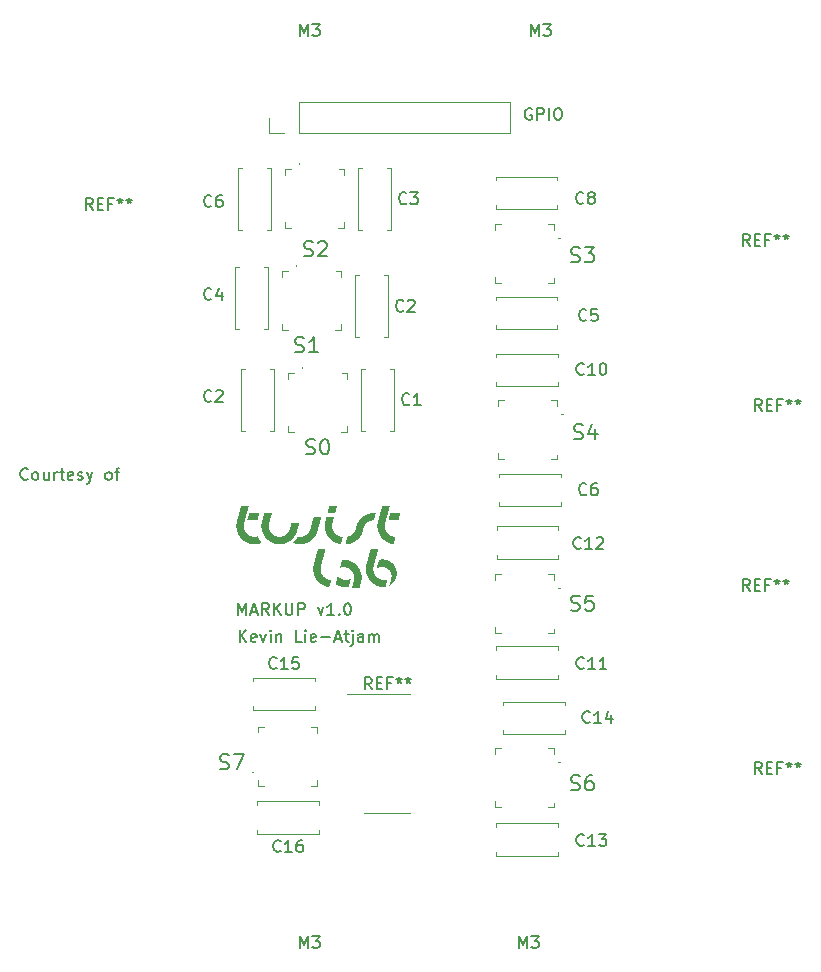
<source format=gbr>
%TF.GenerationSoftware,KiCad,Pcbnew,(6.0.8)*%
%TF.CreationDate,2023-02-12T14:01:58-05:00*%
%TF.ProjectId,PBoard PCB,50426f61-7264-4205-9043-422e6b696361,rev?*%
%TF.SameCoordinates,Original*%
%TF.FileFunction,Legend,Top*%
%TF.FilePolarity,Positive*%
%FSLAX46Y46*%
G04 Gerber Fmt 4.6, Leading zero omitted, Abs format (unit mm)*
G04 Created by KiCad (PCBNEW (6.0.8)) date 2023-02-12 14:01:58*
%MOMM*%
%LPD*%
G01*
G04 APERTURE LIST*
%ADD10C,0.000000*%
%ADD11C,0.150000*%
%ADD12C,0.120000*%
%ADD13C,0.100000*%
G04 APERTURE END LIST*
D10*
G36*
X85086546Y-98108083D02*
G01*
X85146739Y-98108083D01*
X85146739Y-98112714D01*
X85183781Y-98112714D01*
X85183781Y-98117344D01*
X85211562Y-98117344D01*
X85211562Y-98121974D01*
X85239343Y-98121974D01*
X85239343Y-98126604D01*
X85262494Y-98126604D01*
X85262494Y-98131234D01*
X85285645Y-98131234D01*
X85285645Y-98135865D01*
X85304166Y-98135865D01*
X85304166Y-98140495D01*
X85322687Y-98140495D01*
X85322687Y-98145125D01*
X85341207Y-98145125D01*
X85341207Y-98149755D01*
X85355098Y-98149755D01*
X85355098Y-98154386D01*
X85373619Y-98154386D01*
X85373619Y-98159015D01*
X85387510Y-98159015D01*
X85387510Y-98163646D01*
X85401400Y-98163646D01*
X85401400Y-98168276D01*
X85415291Y-98168276D01*
X85415291Y-98172906D01*
X85424551Y-98172906D01*
X85424551Y-98177537D01*
X85438442Y-98177537D01*
X85438442Y-98182167D01*
X85452333Y-98182167D01*
X85452333Y-98186797D01*
X85461594Y-98186797D01*
X85461594Y-98191427D01*
X85475483Y-98191427D01*
X85475483Y-98196057D01*
X85484744Y-98196057D01*
X85484744Y-98200687D01*
X85494004Y-98200687D01*
X85494004Y-98205318D01*
X85507895Y-98205318D01*
X85507895Y-98209948D01*
X85517156Y-98209948D01*
X85517156Y-98214578D01*
X85526416Y-98214578D01*
X85526416Y-98219209D01*
X85535676Y-98219209D01*
X85535676Y-98223839D01*
X85544936Y-98223839D01*
X85544936Y-98228469D01*
X85554197Y-98228469D01*
X85554197Y-98233099D01*
X85563458Y-98233099D01*
X85563458Y-98237729D01*
X85572718Y-98237729D01*
X85572718Y-98242359D01*
X85581979Y-98242359D01*
X85581979Y-98246990D01*
X85591239Y-98246990D01*
X85591239Y-98251620D01*
X85600499Y-98251620D01*
X85600499Y-98256250D01*
X85605129Y-98256250D01*
X85605129Y-98260881D01*
X85614390Y-98260881D01*
X85614390Y-98265510D01*
X85623650Y-98265510D01*
X85623650Y-98270141D01*
X85628280Y-98270141D01*
X85628280Y-98274771D01*
X85637541Y-98274771D01*
X85637541Y-98279401D01*
X85646802Y-98279401D01*
X85646802Y-98284031D01*
X85651432Y-98284031D01*
X85651432Y-98288662D01*
X85660692Y-98288662D01*
X85660692Y-98293292D01*
X85665323Y-98293292D01*
X85665323Y-98297922D01*
X85674582Y-98297922D01*
X85674582Y-98302552D01*
X85679212Y-98302552D01*
X85679212Y-98307182D01*
X85688473Y-98307182D01*
X85688473Y-98311813D01*
X85693103Y-98311813D01*
X85693103Y-98316443D01*
X85702364Y-98316443D01*
X85702364Y-98321073D01*
X85706994Y-98321073D01*
X85706994Y-98325703D01*
X85716255Y-98325703D01*
X85716255Y-98330334D01*
X85720885Y-98330334D01*
X85720885Y-98334963D01*
X85725515Y-98334963D01*
X85725515Y-98339594D01*
X85734776Y-98339594D01*
X85734776Y-98344224D01*
X85739405Y-98344224D01*
X85739405Y-98348854D01*
X85744035Y-98348854D01*
X85744035Y-98353484D01*
X85753296Y-98353484D01*
X85753296Y-98358115D01*
X85757926Y-98358115D01*
X85757926Y-98362745D01*
X85762556Y-98362745D01*
X85762556Y-98367375D01*
X85767187Y-98367375D01*
X85767187Y-98372005D01*
X85776447Y-98372005D01*
X85776447Y-98376635D01*
X85781078Y-98376635D01*
X85781078Y-98381266D01*
X85785708Y-98381266D01*
X85785708Y-98385896D01*
X85790338Y-98385896D01*
X85790338Y-98390526D01*
X85794968Y-98390526D01*
X85794968Y-98395156D01*
X85799599Y-98395156D01*
X85799599Y-98399787D01*
X85808858Y-98399787D01*
X85808858Y-98404416D01*
X85813488Y-98404416D01*
X85813488Y-98409047D01*
X85818119Y-98409047D01*
X85818119Y-98413677D01*
X85822749Y-98413677D01*
X85822749Y-98418307D01*
X85827379Y-98418307D01*
X85827379Y-98422938D01*
X85832010Y-98422938D01*
X85832010Y-98427568D01*
X85836640Y-98427568D01*
X85836640Y-98432198D01*
X85841270Y-98432198D01*
X85841270Y-98436828D01*
X85845900Y-98436828D01*
X85845900Y-98441458D01*
X85850531Y-98441458D01*
X85850531Y-98446088D01*
X85855161Y-98446088D01*
X85855161Y-98450719D01*
X85859791Y-98450719D01*
X85859791Y-98455349D01*
X85864421Y-98455349D01*
X85864421Y-98459979D01*
X85869052Y-98459979D01*
X85869052Y-98464610D01*
X85873682Y-98464610D01*
X85873682Y-98469240D01*
X85878311Y-98469240D01*
X85878311Y-98473870D01*
X85882942Y-98473870D01*
X85882942Y-98478500D01*
X85887572Y-98478500D01*
X85887572Y-98483130D01*
X85892202Y-98483130D01*
X85892202Y-98487760D01*
X85896832Y-98487760D01*
X85896832Y-98492391D01*
X85901463Y-98492391D01*
X85901463Y-98497021D01*
X85906093Y-98497021D01*
X85906093Y-98506281D01*
X85910723Y-98506281D01*
X85910723Y-98510911D01*
X85915353Y-98510911D01*
X85915353Y-98515542D01*
X85919984Y-98515542D01*
X85919984Y-98520172D01*
X85924614Y-98520172D01*
X85924614Y-98524802D01*
X85929244Y-98524802D01*
X85929244Y-98529432D01*
X85933875Y-98529432D01*
X85933875Y-98534063D01*
X85938505Y-98534063D01*
X85938505Y-98543323D01*
X85943135Y-98543323D01*
X85943135Y-98547953D01*
X85947764Y-98547953D01*
X85947764Y-98552583D01*
X85952395Y-98552583D01*
X85952395Y-98561844D01*
X85957025Y-98561844D01*
X85957025Y-98566474D01*
X85961655Y-98566474D01*
X85961655Y-98571104D01*
X85966285Y-98571104D01*
X85966285Y-98575734D01*
X85970916Y-98575734D01*
X85970916Y-98584995D01*
X85975546Y-98584995D01*
X85975546Y-98589625D01*
X85980176Y-98589625D01*
X85980176Y-98598886D01*
X85984807Y-98598886D01*
X85984807Y-98603516D01*
X85989437Y-98603516D01*
X85989437Y-98608146D01*
X85994067Y-98608146D01*
X85994067Y-98617406D01*
X85998697Y-98617406D01*
X85998697Y-98622036D01*
X86003328Y-98622036D01*
X86003328Y-98631297D01*
X86007958Y-98631297D01*
X86007958Y-98635927D01*
X86012588Y-98635927D01*
X86012588Y-98645187D01*
X86017217Y-98645187D01*
X86017217Y-98649818D01*
X86021848Y-98649818D01*
X86021848Y-98659078D01*
X86026478Y-98659078D01*
X86026478Y-98663708D01*
X86031108Y-98663708D01*
X86031108Y-98672969D01*
X86035739Y-98672969D01*
X86035739Y-98682229D01*
X86040369Y-98682229D01*
X86040369Y-98686859D01*
X86044999Y-98686859D01*
X86044999Y-98696120D01*
X86049629Y-98696120D01*
X86049629Y-98705380D01*
X86054260Y-98705380D01*
X86054260Y-98714640D01*
X86058890Y-98714640D01*
X86058890Y-98719271D01*
X86063520Y-98719271D01*
X86063520Y-98728531D01*
X86068151Y-98728531D01*
X86068151Y-98737792D01*
X86072781Y-98737792D01*
X86072781Y-98747052D01*
X86077411Y-98747052D01*
X86077411Y-98756312D01*
X86082041Y-98756312D01*
X86082041Y-98765573D01*
X86086671Y-98765573D01*
X86086671Y-98774834D01*
X86091301Y-98774834D01*
X86091301Y-98784094D01*
X86095931Y-98784094D01*
X86095931Y-98793354D01*
X86100561Y-98793354D01*
X86100561Y-98807245D01*
X86105192Y-98807245D01*
X86105192Y-98816505D01*
X86109822Y-98816505D01*
X86109822Y-98825766D01*
X86114452Y-98825766D01*
X86114452Y-98839656D01*
X86119083Y-98839656D01*
X86119083Y-98848917D01*
X86123713Y-98848917D01*
X86123713Y-98862807D01*
X86128343Y-98862807D01*
X86128343Y-98872068D01*
X86132973Y-98872068D01*
X86132973Y-98885958D01*
X86137604Y-98885958D01*
X86137604Y-98899849D01*
X86142234Y-98899849D01*
X86142234Y-98913740D01*
X86146864Y-98913740D01*
X86146864Y-98927630D01*
X86151495Y-98927630D01*
X86151495Y-98941521D01*
X86156124Y-98941521D01*
X86156124Y-98955411D01*
X86160754Y-98955411D01*
X86160754Y-98973932D01*
X86165384Y-98973932D01*
X86165384Y-98992453D01*
X86170015Y-98992453D01*
X86170015Y-99010974D01*
X86174645Y-99010974D01*
X86174645Y-99029495D01*
X86179275Y-99029495D01*
X86179275Y-99048016D01*
X86183905Y-99048016D01*
X86183905Y-99075797D01*
X86188536Y-99075797D01*
X86188536Y-99103578D01*
X86193166Y-99103578D01*
X86193166Y-99135989D01*
X86197796Y-99135989D01*
X86197796Y-99177661D01*
X86202427Y-99177661D01*
X86202427Y-99251745D01*
X86207057Y-99251745D01*
X86207057Y-99321198D01*
X86202427Y-99321198D01*
X86202427Y-99395281D01*
X86197796Y-99395281D01*
X86197796Y-99436953D01*
X86193166Y-99436953D01*
X86193166Y-99469365D01*
X86188536Y-99469365D01*
X86188536Y-99497146D01*
X86183905Y-99497146D01*
X86183905Y-99520297D01*
X86179275Y-99520297D01*
X86179275Y-99543448D01*
X86174645Y-99543448D01*
X86174645Y-99561969D01*
X86170015Y-99561969D01*
X86170015Y-99580489D01*
X86165384Y-99580489D01*
X86165384Y-99599010D01*
X86160754Y-99599010D01*
X86160754Y-99612901D01*
X86156124Y-99612901D01*
X86156124Y-99631422D01*
X86151495Y-99631422D01*
X86151495Y-99645313D01*
X86146864Y-99645313D01*
X86146864Y-99659203D01*
X86142234Y-99659203D01*
X86142234Y-99673094D01*
X86137604Y-99673094D01*
X86137604Y-99686984D01*
X86132973Y-99686984D01*
X86132973Y-99696245D01*
X86128343Y-99696245D01*
X86128343Y-99710136D01*
X86123713Y-99710136D01*
X86123713Y-99724026D01*
X86119083Y-99724026D01*
X86119083Y-99733286D01*
X86114452Y-99733286D01*
X86114452Y-99742547D01*
X86109822Y-99742547D01*
X86109822Y-99756437D01*
X86105192Y-99756437D01*
X86105192Y-99765698D01*
X86100561Y-99765698D01*
X86100561Y-99774958D01*
X86095931Y-99774958D01*
X86095931Y-99784219D01*
X86091301Y-99784219D01*
X86091301Y-99798109D01*
X86086671Y-99798109D01*
X86086671Y-99807370D01*
X86082041Y-99807370D01*
X86082041Y-99816630D01*
X86077411Y-99816630D01*
X86077411Y-99825890D01*
X86072781Y-99825890D01*
X86072781Y-99835151D01*
X86068151Y-99835151D01*
X86068151Y-99839781D01*
X86063520Y-99839781D01*
X86063520Y-99849042D01*
X86058890Y-99849042D01*
X86058890Y-99858302D01*
X86054260Y-99858302D01*
X86054260Y-99867562D01*
X86049629Y-99867562D01*
X86049629Y-99876823D01*
X86044999Y-99876823D01*
X86044999Y-99881453D01*
X86040369Y-99881453D01*
X86040369Y-99890713D01*
X86035739Y-99890713D01*
X86035739Y-99899974D01*
X86031108Y-99899974D01*
X86031108Y-99904604D01*
X86026478Y-99904604D01*
X86026478Y-99913865D01*
X86021848Y-99913865D01*
X86021848Y-99918495D01*
X86017217Y-99918495D01*
X86017217Y-99927755D01*
X86012588Y-99927755D01*
X86012588Y-99937016D01*
X86007958Y-99937016D01*
X86007958Y-99941646D01*
X86003328Y-99941646D01*
X86003328Y-99946276D01*
X85998697Y-99946276D01*
X85998697Y-99955537D01*
X85994067Y-99955537D01*
X85994067Y-99960166D01*
X85989437Y-99960166D01*
X85989437Y-99969427D01*
X85984807Y-99969427D01*
X85984807Y-99974057D01*
X85980176Y-99974057D01*
X85980176Y-99983318D01*
X85975546Y-99983318D01*
X85975546Y-99987948D01*
X85970916Y-99987948D01*
X85970916Y-99992578D01*
X85966285Y-99992578D01*
X85966285Y-100001838D01*
X85961655Y-100001838D01*
X85961655Y-100006469D01*
X85957025Y-100006469D01*
X85957025Y-100011099D01*
X85952395Y-100011099D01*
X85952395Y-100015729D01*
X85947764Y-100015729D01*
X85947764Y-100024990D01*
X85943135Y-100024990D01*
X85943135Y-100029620D01*
X85938505Y-100029620D01*
X85938505Y-100034250D01*
X85933875Y-100034250D01*
X85933875Y-100038880D01*
X85929244Y-100038880D01*
X85929244Y-100048141D01*
X85924614Y-100048141D01*
X85924614Y-100052771D01*
X85919984Y-100052771D01*
X85919984Y-100057401D01*
X85915353Y-100057401D01*
X85915353Y-100062031D01*
X85910723Y-100062031D01*
X85910723Y-100066661D01*
X85906093Y-100066661D01*
X85906093Y-100071291D01*
X85901463Y-100071291D01*
X85901463Y-100075922D01*
X85896832Y-100075922D01*
X85896832Y-100085182D01*
X85892202Y-100085182D01*
X85892202Y-100089813D01*
X85887572Y-100089813D01*
X85887572Y-100094443D01*
X85882942Y-100094443D01*
X85882942Y-100099073D01*
X85878311Y-100099073D01*
X85878311Y-100103703D01*
X85873682Y-100103703D01*
X85873682Y-100108333D01*
X85869052Y-100108333D01*
X85869052Y-100112963D01*
X85864421Y-100112963D01*
X85864421Y-100117594D01*
X85859791Y-100117594D01*
X85859791Y-100122224D01*
X85855161Y-100122224D01*
X85855161Y-100126854D01*
X85850531Y-100126854D01*
X85850531Y-100131484D01*
X85845900Y-100131484D01*
X85845900Y-100136114D01*
X85841270Y-100136114D01*
X85841270Y-100140745D01*
X85836640Y-100140745D01*
X85836640Y-100145375D01*
X85832010Y-100145375D01*
X85832010Y-100150005D01*
X85827379Y-100150005D01*
X85827379Y-100154635D01*
X85822749Y-100154635D01*
X85822749Y-100159266D01*
X85813488Y-100159266D01*
X85813488Y-100163896D01*
X85808858Y-100163896D01*
X85808858Y-100168526D01*
X85804229Y-100168526D01*
X85804229Y-100173156D01*
X85799599Y-100173156D01*
X85799599Y-100177786D01*
X85794968Y-100177786D01*
X85794968Y-100182417D01*
X85790338Y-100182417D01*
X85790338Y-100187047D01*
X85785708Y-100187047D01*
X85785708Y-100191677D01*
X85776447Y-100191677D01*
X85776447Y-100196307D01*
X85771817Y-100196307D01*
X85771817Y-100200937D01*
X85767187Y-100200937D01*
X85767187Y-100205567D01*
X85762556Y-100205567D01*
X85762556Y-100210198D01*
X85753296Y-100210198D01*
X85753296Y-100214828D01*
X85748666Y-100214828D01*
X85748666Y-100219458D01*
X85744035Y-100219458D01*
X85744035Y-100224089D01*
X85739405Y-100224089D01*
X85739405Y-100228719D01*
X85730146Y-100228719D01*
X85730146Y-100233349D01*
X85725515Y-100233349D01*
X85725515Y-100237979D01*
X85720885Y-100237979D01*
X85720885Y-100242609D01*
X85711624Y-100242609D01*
X85711624Y-100247239D01*
X85706994Y-100247239D01*
X85706994Y-100251870D01*
X85697734Y-100251870D01*
X85697734Y-100256500D01*
X85693103Y-100256500D01*
X85693103Y-100261130D01*
X85683843Y-100261130D01*
X85683843Y-100265761D01*
X85679212Y-100265761D01*
X85679212Y-100270390D01*
X85669952Y-100270390D01*
X85669952Y-100275021D01*
X85665323Y-100275021D01*
X85665323Y-100279651D01*
X85656062Y-100279651D01*
X85656062Y-100284281D01*
X85651432Y-100284281D01*
X85651432Y-100288911D01*
X85642171Y-100288911D01*
X85642171Y-100293542D01*
X85637541Y-100293542D01*
X85637541Y-100298172D01*
X85628280Y-100298172D01*
X85628280Y-100302802D01*
X85619020Y-100302802D01*
X85619020Y-100307432D01*
X85614390Y-100307432D01*
X85614390Y-100312062D01*
X85605129Y-100312062D01*
X85605129Y-100316693D01*
X85595870Y-100316693D01*
X85595870Y-100321323D01*
X85586609Y-100321323D01*
X85586609Y-100325953D01*
X85581979Y-100325953D01*
X85581979Y-100316693D01*
X85586609Y-100316693D01*
X85586609Y-100298172D01*
X85591239Y-100298172D01*
X85591239Y-100279651D01*
X85595870Y-100279651D01*
X85595870Y-100265761D01*
X85600499Y-100265761D01*
X85600499Y-100247239D01*
X85605129Y-100247239D01*
X85605129Y-100228719D01*
X85609759Y-100228719D01*
X85609759Y-100214828D01*
X85614390Y-100214828D01*
X85614390Y-100196307D01*
X85619020Y-100196307D01*
X85619020Y-100177786D01*
X85623650Y-100177786D01*
X85623650Y-100159266D01*
X85628280Y-100159266D01*
X85628280Y-100145375D01*
X85632911Y-100145375D01*
X85632911Y-100126854D01*
X85637541Y-100126854D01*
X85637541Y-100108333D01*
X85642171Y-100108333D01*
X85642171Y-100089813D01*
X85646802Y-100089813D01*
X85646802Y-100075922D01*
X85651432Y-100075922D01*
X85651432Y-100057401D01*
X85656062Y-100057401D01*
X85656062Y-100038880D01*
X85660692Y-100038880D01*
X85660692Y-100020359D01*
X85665323Y-100020359D01*
X85665323Y-100006469D01*
X85669952Y-100006469D01*
X85669952Y-99987948D01*
X85674582Y-99987948D01*
X85674582Y-99969427D01*
X85679212Y-99969427D01*
X85679212Y-99955537D01*
X85683843Y-99955537D01*
X85683843Y-99937016D01*
X85688473Y-99937016D01*
X85688473Y-99918495D01*
X85693103Y-99918495D01*
X85693103Y-99899974D01*
X85697734Y-99899974D01*
X85697734Y-99886084D01*
X85702364Y-99886084D01*
X85702364Y-99867562D01*
X85706994Y-99867562D01*
X85706994Y-99849042D01*
X85711624Y-99849042D01*
X85711624Y-99830521D01*
X85716255Y-99830521D01*
X85716255Y-99812000D01*
X85720885Y-99812000D01*
X85720885Y-99793479D01*
X85725515Y-99793479D01*
X85725515Y-99770328D01*
X85730146Y-99770328D01*
X85730146Y-99747177D01*
X85734776Y-99747177D01*
X85734776Y-99724026D01*
X85739405Y-99724026D01*
X85739405Y-99700875D01*
X85744035Y-99700875D01*
X85744035Y-99673094D01*
X85748666Y-99673094D01*
X85748666Y-99640682D01*
X85753296Y-99640682D01*
X85753296Y-99603641D01*
X85757926Y-99603641D01*
X85757926Y-99548078D01*
X85762556Y-99548078D01*
X85762556Y-99427693D01*
X85757926Y-99427693D01*
X85757926Y-99376760D01*
X85753296Y-99376760D01*
X85753296Y-99348979D01*
X85748666Y-99348979D01*
X85748666Y-99325828D01*
X85744035Y-99325828D01*
X85744035Y-99302677D01*
X85739405Y-99302677D01*
X85739405Y-99288787D01*
X85734776Y-99288787D01*
X85734776Y-99270265D01*
X85730146Y-99270265D01*
X85730146Y-99256375D01*
X85725515Y-99256375D01*
X85725515Y-99242484D01*
X85720885Y-99242484D01*
X85720885Y-99233224D01*
X85716255Y-99233224D01*
X85716255Y-99219333D01*
X85711624Y-99219333D01*
X85711624Y-99210073D01*
X85706994Y-99210073D01*
X85706994Y-99200812D01*
X85702364Y-99200812D01*
X85702364Y-99191552D01*
X85697734Y-99191552D01*
X85697734Y-99182292D01*
X85693103Y-99182292D01*
X85693103Y-99173031D01*
X85688473Y-99173031D01*
X85688473Y-99163771D01*
X85683843Y-99163771D01*
X85683843Y-99154511D01*
X85679212Y-99154511D01*
X85679212Y-99149880D01*
X85674582Y-99149880D01*
X85674582Y-99140620D01*
X85669952Y-99140620D01*
X85669952Y-99131359D01*
X85665323Y-99131359D01*
X85665323Y-99126729D01*
X85660692Y-99126729D01*
X85660692Y-99117469D01*
X85656062Y-99117469D01*
X85656062Y-99112839D01*
X85651432Y-99112839D01*
X85651432Y-99108208D01*
X85646802Y-99108208D01*
X85646802Y-99098948D01*
X85642171Y-99098948D01*
X85642171Y-99094317D01*
X85637541Y-99094317D01*
X85637541Y-99085057D01*
X85632911Y-99085057D01*
X85632911Y-99080427D01*
X85628280Y-99080427D01*
X85628280Y-99075797D01*
X85623650Y-99075797D01*
X85623650Y-99071167D01*
X85619020Y-99071167D01*
X85619020Y-99061906D01*
X85614390Y-99061906D01*
X85614390Y-99057276D01*
X85609759Y-99057276D01*
X85609759Y-99052646D01*
X85605129Y-99052646D01*
X85605129Y-99048016D01*
X85600499Y-99048016D01*
X85600499Y-99043385D01*
X85595870Y-99043385D01*
X85595870Y-99038755D01*
X85591239Y-99038755D01*
X85591239Y-99034125D01*
X85586609Y-99034125D01*
X85586609Y-99029495D01*
X85581979Y-99029495D01*
X85581979Y-99024864D01*
X85577348Y-99024864D01*
X85577348Y-99020235D01*
X85572718Y-99020235D01*
X85572718Y-99015604D01*
X85568088Y-99015604D01*
X85568088Y-99010974D01*
X85563458Y-99010974D01*
X85563458Y-99006344D01*
X85558827Y-99006344D01*
X85558827Y-99001713D01*
X85554197Y-99001713D01*
X85554197Y-98997083D01*
X85549567Y-98997083D01*
X85549567Y-98992453D01*
X85544936Y-98992453D01*
X85544936Y-98987823D01*
X85540306Y-98987823D01*
X85540306Y-98983193D01*
X85535676Y-98983193D01*
X85535676Y-98978563D01*
X85531046Y-98978563D01*
X85531046Y-98973932D01*
X85521786Y-98973932D01*
X85521786Y-98969302D01*
X85517156Y-98969302D01*
X85517156Y-98964672D01*
X85512526Y-98964672D01*
X85512526Y-98960041D01*
X85507895Y-98960041D01*
X85507895Y-98955411D01*
X85503265Y-98955411D01*
X85503265Y-98950781D01*
X85494004Y-98950781D01*
X85494004Y-98946151D01*
X85489374Y-98946151D01*
X85489374Y-98941521D01*
X85484744Y-98941521D01*
X85484744Y-98936891D01*
X85480114Y-98936891D01*
X85480114Y-98932260D01*
X85470853Y-98932260D01*
X85470853Y-98927630D01*
X85466223Y-98927630D01*
X85466223Y-98923000D01*
X85456963Y-98923000D01*
X85456963Y-98918370D01*
X85452333Y-98918370D01*
X85452333Y-98913740D01*
X85447703Y-98913740D01*
X85447703Y-98909109D01*
X85438442Y-98909109D01*
X85438442Y-98904479D01*
X85433812Y-98904479D01*
X85433812Y-98899849D01*
X85424551Y-98899849D01*
X85424551Y-98895219D01*
X85419921Y-98895219D01*
X85419921Y-98890588D01*
X85410660Y-98890588D01*
X85410660Y-98885958D01*
X85401400Y-98885958D01*
X85401400Y-98881328D01*
X85396770Y-98881328D01*
X85396770Y-98876698D01*
X85387510Y-98876698D01*
X85387510Y-98872068D01*
X85378250Y-98872068D01*
X85378250Y-98867438D01*
X85368989Y-98867438D01*
X85368989Y-98862807D01*
X85364359Y-98862807D01*
X85364359Y-98858177D01*
X85355098Y-98858177D01*
X85355098Y-98853547D01*
X85345838Y-98853547D01*
X85345838Y-98848917D01*
X85336577Y-98848917D01*
X85336577Y-98844287D01*
X85327317Y-98844287D01*
X85327317Y-98839656D01*
X85318057Y-98839656D01*
X85318057Y-98835026D01*
X85304166Y-98835026D01*
X85304166Y-98830396D01*
X85294906Y-98830396D01*
X85294906Y-98825766D01*
X85285645Y-98825766D01*
X85285645Y-98821135D01*
X85271754Y-98821135D01*
X85271754Y-98816505D01*
X85262494Y-98816505D01*
X85262494Y-98811875D01*
X85248604Y-98811875D01*
X85248604Y-98807245D01*
X85239343Y-98807245D01*
X85239343Y-98802615D01*
X85225453Y-98802615D01*
X85225453Y-98797984D01*
X85211562Y-98797984D01*
X85211562Y-98793354D01*
X85197671Y-98793354D01*
X85197671Y-98788724D01*
X85179151Y-98788724D01*
X85179151Y-98784094D01*
X85160630Y-98784094D01*
X85160630Y-98779464D01*
X85142109Y-98779464D01*
X85142109Y-98774834D01*
X85123587Y-98774834D01*
X85123587Y-98770203D01*
X85100437Y-98770203D01*
X85100437Y-98765573D01*
X85072655Y-98765573D01*
X85072655Y-98760943D01*
X85040245Y-98760943D01*
X85040245Y-98756312D01*
X84989311Y-98756312D01*
X84989311Y-98751682D01*
X84873557Y-98751682D01*
X84873557Y-98756312D01*
X84817994Y-98756312D01*
X84817994Y-98760943D01*
X84785582Y-98760943D01*
X84785582Y-98765573D01*
X84762432Y-98765573D01*
X84762432Y-98770203D01*
X84739281Y-98770203D01*
X84739281Y-98774834D01*
X84716129Y-98774834D01*
X84716129Y-98779464D01*
X84697609Y-98779464D01*
X84697609Y-98784094D01*
X84683718Y-98784094D01*
X84683718Y-98788724D01*
X84665197Y-98788724D01*
X84665197Y-98793354D01*
X84651306Y-98793354D01*
X84651306Y-98797984D01*
X84637416Y-98797984D01*
X84637416Y-98802615D01*
X84623526Y-98802615D01*
X84623526Y-98807245D01*
X84609635Y-98807245D01*
X84609635Y-98811875D01*
X84600374Y-98811875D01*
X84600374Y-98816505D01*
X84586484Y-98816505D01*
X84586484Y-98821135D01*
X84577223Y-98821135D01*
X84577223Y-98825766D01*
X84563332Y-98825766D01*
X84563332Y-98830396D01*
X84554073Y-98830396D01*
X84554073Y-98835026D01*
X84544812Y-98835026D01*
X84544812Y-98839656D01*
X84535552Y-98839656D01*
X84535552Y-98844287D01*
X84526291Y-98844287D01*
X84526291Y-98848917D01*
X84517030Y-98848917D01*
X84517030Y-98853547D01*
X84507770Y-98853547D01*
X84507770Y-98858177D01*
X84503140Y-98858177D01*
X84503140Y-98848917D01*
X84507770Y-98848917D01*
X84507770Y-98835026D01*
X84512400Y-98835026D01*
X84512400Y-98816505D01*
X84517030Y-98816505D01*
X84517030Y-98797984D01*
X84521661Y-98797984D01*
X84521661Y-98779464D01*
X84526291Y-98779464D01*
X84526291Y-98765573D01*
X84530921Y-98765573D01*
X84530921Y-98747052D01*
X84535552Y-98747052D01*
X84535552Y-98728531D01*
X84540182Y-98728531D01*
X84540182Y-98710011D01*
X84544812Y-98710011D01*
X84544812Y-98696120D01*
X84549442Y-98696120D01*
X84549442Y-98677599D01*
X84554073Y-98677599D01*
X84554073Y-98659078D01*
X84558703Y-98659078D01*
X84558703Y-98645187D01*
X84563332Y-98645187D01*
X84563332Y-98626667D01*
X84567962Y-98626667D01*
X84567962Y-98608146D01*
X84572593Y-98608146D01*
X84572593Y-98589625D01*
X84577223Y-98589625D01*
X84577223Y-98575734D01*
X84581853Y-98575734D01*
X84581853Y-98557214D01*
X84586484Y-98557214D01*
X84586484Y-98538693D01*
X84591114Y-98538693D01*
X84591114Y-98520172D01*
X84595744Y-98520172D01*
X84595744Y-98506281D01*
X84600374Y-98506281D01*
X84600374Y-98487760D01*
X84605005Y-98487760D01*
X84605005Y-98469240D01*
X84609635Y-98469240D01*
X84609635Y-98450719D01*
X84614265Y-98450719D01*
X84614265Y-98436828D01*
X84618896Y-98436828D01*
X84618896Y-98418307D01*
X84623526Y-98418307D01*
X84623526Y-98399787D01*
X84628156Y-98399787D01*
X84628156Y-98381266D01*
X84632785Y-98381266D01*
X84632785Y-98367375D01*
X84637416Y-98367375D01*
X84637416Y-98348854D01*
X84642046Y-98348854D01*
X84642046Y-98330334D01*
X84646676Y-98330334D01*
X84646676Y-98316443D01*
X84651306Y-98316443D01*
X84651306Y-98297922D01*
X84655937Y-98297922D01*
X84655937Y-98279401D01*
X84660567Y-98279401D01*
X84660567Y-98260881D01*
X84665197Y-98260881D01*
X84665197Y-98246990D01*
X84669828Y-98246990D01*
X84669828Y-98228469D01*
X84674458Y-98228469D01*
X84674458Y-98209948D01*
X84679088Y-98209948D01*
X84679088Y-98191427D01*
X84683718Y-98191427D01*
X84683718Y-98177537D01*
X84688349Y-98177537D01*
X84688349Y-98159015D01*
X84692979Y-98159015D01*
X84692979Y-98149755D01*
X84706869Y-98149755D01*
X84706869Y-98145125D01*
X84725390Y-98145125D01*
X84725390Y-98140495D01*
X84743911Y-98140495D01*
X84743911Y-98135865D01*
X84762432Y-98135865D01*
X84762432Y-98131234D01*
X84785582Y-98131234D01*
X84785582Y-98126604D01*
X84808734Y-98126604D01*
X84808734Y-98121974D01*
X84836515Y-98121974D01*
X84836515Y-98117344D01*
X84864296Y-98117344D01*
X84864296Y-98112714D01*
X84905969Y-98112714D01*
X84905969Y-98108083D01*
X84966161Y-98108083D01*
X84966161Y-98103453D01*
X85086546Y-98103453D01*
X85086546Y-98108083D01*
G37*
G36*
X73682344Y-93556589D02*
G01*
X73677713Y-93556589D01*
X73677713Y-93570479D01*
X73673083Y-93570479D01*
X73673083Y-93589000D01*
X73668453Y-93589000D01*
X73668453Y-93607521D01*
X73663823Y-93607521D01*
X73663823Y-93626042D01*
X73659193Y-93626042D01*
X73659193Y-93639933D01*
X73654562Y-93639933D01*
X73654562Y-93658453D01*
X73649932Y-93658453D01*
X73649932Y-93676974D01*
X73645302Y-93676974D01*
X73645302Y-93690865D01*
X73640672Y-93690865D01*
X73640672Y-93709386D01*
X73636042Y-93709386D01*
X73636042Y-93727907D01*
X73631411Y-93727907D01*
X73631411Y-93746427D01*
X73626781Y-93746427D01*
X73626781Y-93760318D01*
X73622151Y-93760318D01*
X73622151Y-93778839D01*
X73617521Y-93778839D01*
X73617521Y-93797360D01*
X73612891Y-93797360D01*
X73612891Y-93815880D01*
X73608260Y-93815880D01*
X73608260Y-93829771D01*
X73603630Y-93829771D01*
X73603630Y-93848292D01*
X73599000Y-93848292D01*
X73599000Y-93866813D01*
X73594370Y-93866813D01*
X73594370Y-93880703D01*
X73589739Y-93880703D01*
X73589739Y-93899224D01*
X73585109Y-93899224D01*
X73585109Y-93917745D01*
X73580479Y-93917745D01*
X73580479Y-93936266D01*
X73575849Y-93936266D01*
X73575849Y-93950156D01*
X73571219Y-93950156D01*
X73571219Y-93968677D01*
X73566588Y-93968677D01*
X73566588Y-93987198D01*
X73561958Y-93987198D01*
X73561958Y-94005719D01*
X73557328Y-94005719D01*
X73557328Y-94019610D01*
X73552698Y-94019610D01*
X73552698Y-94038130D01*
X73548068Y-94038130D01*
X73548068Y-94056651D01*
X73543437Y-94056651D01*
X73543437Y-94075172D01*
X73538807Y-94075172D01*
X73538807Y-94089063D01*
X73534177Y-94089063D01*
X73534177Y-94107584D01*
X73529547Y-94107584D01*
X73529547Y-94126104D01*
X73524917Y-94126104D01*
X73524917Y-94139995D01*
X73520286Y-94139995D01*
X73520286Y-94158516D01*
X73515656Y-94158516D01*
X73515656Y-94177037D01*
X73511026Y-94177037D01*
X73511026Y-94195558D01*
X73506396Y-94195558D01*
X73506396Y-94209448D01*
X73501766Y-94209448D01*
X73501766Y-94227969D01*
X73497135Y-94227969D01*
X73497135Y-94246490D01*
X73492505Y-94246490D01*
X73492505Y-94265011D01*
X73487875Y-94265011D01*
X73487875Y-94278901D01*
X73483245Y-94278901D01*
X73483245Y-94297422D01*
X73478614Y-94297422D01*
X73478614Y-94315943D01*
X73473984Y-94315943D01*
X73473984Y-94334464D01*
X73469354Y-94334464D01*
X73469354Y-94348354D01*
X73464724Y-94348354D01*
X73464724Y-94366875D01*
X73460094Y-94366875D01*
X73460094Y-94385396D01*
X73455463Y-94385396D01*
X73455463Y-94399287D01*
X73450833Y-94399287D01*
X73450833Y-94417808D01*
X73446203Y-94417808D01*
X73446203Y-94436328D01*
X73441573Y-94436328D01*
X73441573Y-94454849D01*
X73436943Y-94454849D01*
X73436943Y-94468740D01*
X73432312Y-94468740D01*
X73432312Y-94487261D01*
X73427682Y-94487261D01*
X73427682Y-94505781D01*
X73423052Y-94505781D01*
X73423052Y-94524302D01*
X73418422Y-94524302D01*
X73418422Y-94538193D01*
X73413792Y-94538193D01*
X73413792Y-94556714D01*
X73409161Y-94556714D01*
X73409161Y-94575235D01*
X73404531Y-94575235D01*
X73404531Y-94593755D01*
X73399901Y-94593755D01*
X73399901Y-94607646D01*
X73395271Y-94607646D01*
X73395271Y-94626167D01*
X73390641Y-94626167D01*
X73390641Y-94644688D01*
X73386010Y-94644688D01*
X73386010Y-94658578D01*
X73381380Y-94658578D01*
X73381380Y-94677099D01*
X73376750Y-94677099D01*
X73376750Y-94695620D01*
X73372120Y-94695620D01*
X73372120Y-94714141D01*
X73367490Y-94714141D01*
X73367490Y-94728031D01*
X73362859Y-94728031D01*
X73362859Y-94746552D01*
X73358229Y-94746552D01*
X73358229Y-94765073D01*
X73353599Y-94765073D01*
X73353599Y-94783594D01*
X73348969Y-94783594D01*
X73348969Y-94797485D01*
X73344338Y-94797485D01*
X73344338Y-94816005D01*
X73339708Y-94816005D01*
X73339708Y-94834526D01*
X73335078Y-94834526D01*
X73335078Y-94853047D01*
X73330448Y-94853047D01*
X73330448Y-94866938D01*
X73325818Y-94866938D01*
X73325818Y-94885459D01*
X73321187Y-94885459D01*
X73321187Y-94903979D01*
X73316557Y-94903979D01*
X73316557Y-94917870D01*
X73311927Y-94917870D01*
X73311927Y-94936391D01*
X73307297Y-94936391D01*
X73307297Y-94954912D01*
X73302667Y-94954912D01*
X73302667Y-94973432D01*
X73298036Y-94973432D01*
X73298036Y-94987323D01*
X73293406Y-94987323D01*
X73293406Y-95005844D01*
X73288776Y-95005844D01*
X73288776Y-95024365D01*
X73284146Y-95024365D01*
X73284146Y-95042886D01*
X73270255Y-95042886D01*
X73270255Y-95038255D01*
X73265625Y-95038255D01*
X73265625Y-95047516D01*
X73279516Y-95047516D01*
X73279516Y-95056776D01*
X73274885Y-95056776D01*
X73274885Y-95075297D01*
X73270255Y-95075297D01*
X73270255Y-95098448D01*
X73265625Y-95098448D01*
X73265625Y-95121599D01*
X73260995Y-95121599D01*
X73260995Y-95154011D01*
X73256364Y-95154011D01*
X73256364Y-95191052D01*
X73251734Y-95191052D01*
X73251734Y-95376261D01*
X73256364Y-95376261D01*
X73256364Y-95413302D01*
X73260995Y-95413302D01*
X73260995Y-95441084D01*
X73265625Y-95441084D01*
X73265625Y-95468865D01*
X73270255Y-95468865D01*
X73270255Y-95487386D01*
X73274885Y-95487386D01*
X73274885Y-95505907D01*
X73279516Y-95505907D01*
X73279516Y-95524427D01*
X73284146Y-95524427D01*
X73284146Y-95542948D01*
X73288776Y-95542948D01*
X73288776Y-95556839D01*
X73293406Y-95556839D01*
X73293406Y-95570729D01*
X73298036Y-95570729D01*
X73298036Y-95584620D01*
X73302667Y-95584620D01*
X73302667Y-95598511D01*
X73307297Y-95598511D01*
X73307297Y-95607771D01*
X73311927Y-95607771D01*
X73311927Y-95621662D01*
X73316557Y-95621662D01*
X73316557Y-95630922D01*
X73321187Y-95630922D01*
X73321187Y-95644813D01*
X73325818Y-95644813D01*
X73325818Y-95654073D01*
X73330448Y-95654073D01*
X73330448Y-95663333D01*
X73335078Y-95663333D01*
X73335078Y-95672594D01*
X73339708Y-95672594D01*
X73339708Y-95681854D01*
X73344338Y-95681854D01*
X73344338Y-95691115D01*
X73348969Y-95691115D01*
X73348969Y-95700375D01*
X73353599Y-95700375D01*
X73353599Y-95709636D01*
X73358229Y-95709636D01*
X73358229Y-95718896D01*
X73362859Y-95718896D01*
X73362859Y-95728156D01*
X73367490Y-95728156D01*
X73367490Y-95737417D01*
X73372120Y-95737417D01*
X73372120Y-95742047D01*
X73376750Y-95742047D01*
X73376750Y-95751307D01*
X73381380Y-95751307D01*
X73381380Y-95760568D01*
X73386010Y-95760568D01*
X73386010Y-95765198D01*
X73390641Y-95765198D01*
X73390641Y-95774459D01*
X73395271Y-95774459D01*
X73395271Y-95779089D01*
X73399901Y-95779089D01*
X73399901Y-95788349D01*
X73404531Y-95788349D01*
X73404531Y-95792979D01*
X73409161Y-95792979D01*
X73409161Y-95802240D01*
X73413792Y-95802240D01*
X73413792Y-95806870D01*
X73418422Y-95806870D01*
X73418422Y-95816130D01*
X73423052Y-95816130D01*
X73423052Y-95820761D01*
X73427682Y-95820761D01*
X73427682Y-95825391D01*
X73432312Y-95825391D01*
X73432312Y-95834651D01*
X73436943Y-95834651D01*
X73436943Y-95839281D01*
X73441573Y-95839281D01*
X73441573Y-95843912D01*
X73446203Y-95843912D01*
X73446203Y-95853172D01*
X73450833Y-95853172D01*
X73450833Y-95857802D01*
X73455463Y-95857802D01*
X73455463Y-95862433D01*
X73460094Y-95862433D01*
X73460094Y-95867063D01*
X73464724Y-95867063D01*
X73464724Y-95871693D01*
X73469354Y-95871693D01*
X73469354Y-95880953D01*
X73473984Y-95880953D01*
X73473984Y-95885583D01*
X73478614Y-95885583D01*
X73478614Y-95890214D01*
X73483245Y-95890214D01*
X73483245Y-95894844D01*
X73487875Y-95894844D01*
X73487875Y-95899474D01*
X73492505Y-95899474D01*
X73492505Y-95904104D01*
X73497135Y-95904104D01*
X73497135Y-95908735D01*
X73501766Y-95908735D01*
X73501766Y-95913365D01*
X73506396Y-95913365D01*
X73506396Y-95917995D01*
X73511026Y-95917995D01*
X73511026Y-95922625D01*
X73515656Y-95922625D01*
X73515656Y-95927255D01*
X73520286Y-95927255D01*
X73520286Y-95931886D01*
X73524917Y-95931886D01*
X73524917Y-95936516D01*
X73529547Y-95936516D01*
X73529547Y-95941146D01*
X73534177Y-95941146D01*
X73534177Y-95945776D01*
X73538807Y-95945776D01*
X73538807Y-95950407D01*
X73543437Y-95950407D01*
X73543437Y-95955037D01*
X73548068Y-95955037D01*
X73548068Y-95959667D01*
X73552698Y-95959667D01*
X73552698Y-95964297D01*
X73557328Y-95964297D01*
X73557328Y-95968927D01*
X73561958Y-95968927D01*
X73561958Y-95973557D01*
X73571219Y-95973557D01*
X73571219Y-95978188D01*
X73575849Y-95978188D01*
X73575849Y-95982818D01*
X73580479Y-95982818D01*
X73580479Y-95987448D01*
X73585109Y-95987448D01*
X73585109Y-95992078D01*
X73594370Y-95992078D01*
X73594370Y-95996709D01*
X73599000Y-95996709D01*
X73599000Y-96001339D01*
X73603630Y-96001339D01*
X73603630Y-96005969D01*
X73608260Y-96005969D01*
X73608260Y-96010599D01*
X73617521Y-96010599D01*
X73617521Y-96015229D01*
X73622151Y-96015229D01*
X73622151Y-96019860D01*
X73626781Y-96019860D01*
X73626781Y-96024490D01*
X73636042Y-96024490D01*
X73636042Y-96029120D01*
X73640672Y-96029120D01*
X73640672Y-96033750D01*
X73649932Y-96033750D01*
X73649932Y-96038381D01*
X73654562Y-96038381D01*
X73654562Y-96043011D01*
X73663823Y-96043011D01*
X73663823Y-96047641D01*
X73668453Y-96047641D01*
X73668453Y-96052271D01*
X73677713Y-96052271D01*
X73677713Y-96056901D01*
X73686974Y-96056901D01*
X73686974Y-96061531D01*
X73691604Y-96061531D01*
X73691604Y-96066162D01*
X73700865Y-96066162D01*
X73700865Y-96070792D01*
X73710125Y-96070792D01*
X73710125Y-96075422D01*
X73714755Y-96075422D01*
X73714755Y-96080052D01*
X73724016Y-96080052D01*
X73724016Y-96084682D01*
X73733276Y-96084682D01*
X73733276Y-96089313D01*
X73742536Y-96089313D01*
X73742536Y-96093943D01*
X73751797Y-96093943D01*
X73751797Y-96098573D01*
X73761057Y-96098573D01*
X73761057Y-96103203D01*
X73770318Y-96103203D01*
X73770318Y-96107833D01*
X73779578Y-96107833D01*
X73779578Y-96112464D01*
X73793469Y-96112464D01*
X73793469Y-96117094D01*
X73802729Y-96117094D01*
X73802729Y-96121724D01*
X73811989Y-96121724D01*
X73811989Y-96126354D01*
X73825880Y-96126354D01*
X73825880Y-96130984D01*
X73835141Y-96130984D01*
X73835141Y-96135615D01*
X73849031Y-96135615D01*
X73849031Y-96140245D01*
X73862922Y-96140245D01*
X73862922Y-96144875D01*
X73876812Y-96144875D01*
X73876812Y-96149505D01*
X73890703Y-96149505D01*
X73890703Y-96154136D01*
X73904594Y-96154136D01*
X73904594Y-96158766D01*
X73923115Y-96158766D01*
X73923115Y-96163396D01*
X73941635Y-96163396D01*
X73941635Y-96168026D01*
X73960156Y-96168026D01*
X73960156Y-96172656D01*
X73983307Y-96172656D01*
X73983307Y-96177286D01*
X74006458Y-96177286D01*
X74006458Y-96181917D01*
X74038870Y-96181917D01*
X74038870Y-96186547D01*
X74080541Y-96186547D01*
X74080541Y-96191177D01*
X74237969Y-96191177D01*
X74237969Y-96186547D01*
X74279640Y-96186547D01*
X74279640Y-96181917D01*
X74312052Y-96181917D01*
X74312052Y-96177286D01*
X74335203Y-96177286D01*
X74335203Y-96172656D01*
X74358354Y-96172656D01*
X74358354Y-96168026D01*
X74376875Y-96168026D01*
X74376875Y-96163396D01*
X74395396Y-96163396D01*
X74395396Y-96158766D01*
X74413917Y-96158766D01*
X74413917Y-96154136D01*
X74418547Y-96154136D01*
X74418547Y-96158766D01*
X74423177Y-96158766D01*
X74423177Y-96168026D01*
X74427807Y-96168026D01*
X74427807Y-96177286D01*
X74432437Y-96177286D01*
X74432437Y-96186547D01*
X74437068Y-96186547D01*
X74437068Y-96195807D01*
X74441698Y-96195807D01*
X74441698Y-96205068D01*
X74446328Y-96205068D01*
X74446328Y-96214328D01*
X74450958Y-96214328D01*
X74450958Y-96223589D01*
X74455588Y-96223589D01*
X74455588Y-96232849D01*
X74460219Y-96232849D01*
X74460219Y-96242110D01*
X74464849Y-96242110D01*
X74464849Y-96251370D01*
X74469479Y-96251370D01*
X74469479Y-96260630D01*
X74474109Y-96260630D01*
X74474109Y-96269891D01*
X74478739Y-96269891D01*
X74478739Y-96279151D01*
X74483370Y-96279151D01*
X74483370Y-96288412D01*
X74488000Y-96288412D01*
X74488000Y-96297672D01*
X74492630Y-96297672D01*
X74492630Y-96306932D01*
X74497260Y-96306932D01*
X74497260Y-96311563D01*
X74501891Y-96311563D01*
X74501891Y-96320823D01*
X74506521Y-96320823D01*
X74506521Y-96330084D01*
X74511151Y-96330084D01*
X74511151Y-96339344D01*
X74515781Y-96339344D01*
X74515781Y-96343974D01*
X74520411Y-96343974D01*
X74520411Y-96353234D01*
X74525042Y-96353234D01*
X74525042Y-96362495D01*
X74529672Y-96362495D01*
X74529672Y-96371755D01*
X74534302Y-96371755D01*
X74534302Y-96376386D01*
X74538932Y-96376386D01*
X74538932Y-96385646D01*
X74543562Y-96385646D01*
X74543562Y-96390276D01*
X74548193Y-96390276D01*
X74548193Y-96399537D01*
X74552823Y-96399537D01*
X74552823Y-96408797D01*
X74557453Y-96408797D01*
X74557453Y-96413427D01*
X74562083Y-96413427D01*
X74562083Y-96422688D01*
X74566713Y-96422688D01*
X74566713Y-96427318D01*
X74571344Y-96427318D01*
X74571344Y-96436578D01*
X74575974Y-96436578D01*
X74575974Y-96441208D01*
X74580604Y-96441208D01*
X74580604Y-96450469D01*
X74585234Y-96450469D01*
X74585234Y-96455099D01*
X74589864Y-96455099D01*
X74589864Y-96464360D01*
X74594495Y-96464360D01*
X74594495Y-96473620D01*
X74599125Y-96473620D01*
X74599125Y-96478250D01*
X74603755Y-96478250D01*
X74603755Y-96482880D01*
X74608385Y-96482880D01*
X74608385Y-96492141D01*
X74613015Y-96492141D01*
X74613015Y-96496771D01*
X74617646Y-96496771D01*
X74617646Y-96506031D01*
X74622276Y-96506031D01*
X74622276Y-96510662D01*
X74626906Y-96510662D01*
X74626906Y-96519922D01*
X74631536Y-96519922D01*
X74631536Y-96524552D01*
X74636166Y-96524552D01*
X74636166Y-96529182D01*
X74640797Y-96529182D01*
X74640797Y-96538443D01*
X74645427Y-96538443D01*
X74645427Y-96543073D01*
X74650057Y-96543073D01*
X74650057Y-96547703D01*
X74654687Y-96547703D01*
X74654687Y-96556964D01*
X74659318Y-96556964D01*
X74659318Y-96561594D01*
X74663948Y-96561594D01*
X74663948Y-96566224D01*
X74668578Y-96566224D01*
X74668578Y-96575484D01*
X74673208Y-96575484D01*
X74673208Y-96580115D01*
X74677838Y-96580115D01*
X74677838Y-96584745D01*
X74682469Y-96584745D01*
X74682469Y-96594005D01*
X74687099Y-96594005D01*
X74687099Y-96598636D01*
X74691729Y-96598636D01*
X74691729Y-96603266D01*
X74696359Y-96603266D01*
X74696359Y-96607896D01*
X74700989Y-96607896D01*
X74700989Y-96617156D01*
X74705620Y-96617156D01*
X74705620Y-96621787D01*
X74710250Y-96621787D01*
X74710250Y-96626417D01*
X74714880Y-96626417D01*
X74714880Y-96631047D01*
X74719510Y-96631047D01*
X74719510Y-96640307D01*
X74724140Y-96640307D01*
X74724140Y-96644938D01*
X74728771Y-96644938D01*
X74728771Y-96649568D01*
X74733401Y-96649568D01*
X74733401Y-96654198D01*
X74738031Y-96654198D01*
X74738031Y-96658828D01*
X74742661Y-96658828D01*
X74742661Y-96668089D01*
X74747291Y-96668089D01*
X74747291Y-96672719D01*
X74751922Y-96672719D01*
X74751922Y-96677349D01*
X74756552Y-96677349D01*
X74756552Y-96681979D01*
X74761182Y-96681979D01*
X74761182Y-96686609D01*
X74765812Y-96686609D01*
X74765812Y-96691240D01*
X74761182Y-96691240D01*
X74761182Y-96695870D01*
X74751922Y-96695870D01*
X74751922Y-96700500D01*
X74738031Y-96700500D01*
X74738031Y-96705130D01*
X74728771Y-96705130D01*
X74728771Y-96709761D01*
X74714880Y-96709761D01*
X74714880Y-96714391D01*
X74705620Y-96714391D01*
X74705620Y-96719021D01*
X74691729Y-96719021D01*
X74691729Y-96723651D01*
X74677838Y-96723651D01*
X74677838Y-96728281D01*
X74668578Y-96728281D01*
X74668578Y-96732911D01*
X74654687Y-96732911D01*
X74654687Y-96737542D01*
X74640797Y-96737542D01*
X74640797Y-96742172D01*
X74626906Y-96742172D01*
X74626906Y-96746802D01*
X74608385Y-96746802D01*
X74608385Y-96751432D01*
X74594495Y-96751432D01*
X74594495Y-96756063D01*
X74580604Y-96756063D01*
X74580604Y-96760693D01*
X74562083Y-96760693D01*
X74562083Y-96765323D01*
X74543562Y-96765323D01*
X74543562Y-96769953D01*
X74525042Y-96769953D01*
X74525042Y-96774583D01*
X74506521Y-96774583D01*
X74506521Y-96779214D01*
X74488000Y-96779214D01*
X74488000Y-96783844D01*
X74464849Y-96783844D01*
X74464849Y-96788474D01*
X74441698Y-96788474D01*
X74441698Y-96793104D01*
X74418547Y-96793104D01*
X74418547Y-96797735D01*
X74386135Y-96797735D01*
X74386135Y-96802365D01*
X74353724Y-96802365D01*
X74353724Y-96806995D01*
X74312052Y-96806995D01*
X74312052Y-96811625D01*
X74256489Y-96811625D01*
X74256489Y-96816255D01*
X74066651Y-96816255D01*
X74066651Y-96811625D01*
X74006458Y-96811625D01*
X74006458Y-96806995D01*
X73969417Y-96806995D01*
X73969417Y-96802365D01*
X73932375Y-96802365D01*
X73932375Y-96797735D01*
X73904594Y-96797735D01*
X73904594Y-96793104D01*
X73876812Y-96793104D01*
X73876812Y-96788474D01*
X73853661Y-96788474D01*
X73853661Y-96783844D01*
X73835141Y-96783844D01*
X73835141Y-96779214D01*
X73811989Y-96779214D01*
X73811989Y-96774583D01*
X73793469Y-96774583D01*
X73793469Y-96769953D01*
X73774948Y-96769953D01*
X73774948Y-96765323D01*
X73756427Y-96765323D01*
X73756427Y-96760693D01*
X73742536Y-96760693D01*
X73742536Y-96756063D01*
X73724016Y-96756063D01*
X73724016Y-96751432D01*
X73710125Y-96751432D01*
X73710125Y-96746802D01*
X73696234Y-96746802D01*
X73696234Y-96742172D01*
X73682344Y-96742172D01*
X73682344Y-96737542D01*
X73668453Y-96737542D01*
X73668453Y-96732911D01*
X73654562Y-96732911D01*
X73654562Y-96728281D01*
X73640672Y-96728281D01*
X73640672Y-96723651D01*
X73626781Y-96723651D01*
X73626781Y-96719021D01*
X73612891Y-96719021D01*
X73612891Y-96714391D01*
X73603630Y-96714391D01*
X73603630Y-96709761D01*
X73589739Y-96709761D01*
X73589739Y-96705130D01*
X73580479Y-96705130D01*
X73580479Y-96700500D01*
X73566588Y-96700500D01*
X73566588Y-96695870D01*
X73557328Y-96695870D01*
X73557328Y-96691240D01*
X73548068Y-96691240D01*
X73548068Y-96686609D01*
X73538807Y-96686609D01*
X73538807Y-96681979D01*
X73524917Y-96681979D01*
X73524917Y-96677349D01*
X73515656Y-96677349D01*
X73515656Y-96672719D01*
X73506396Y-96672719D01*
X73506396Y-96668089D01*
X73497135Y-96668089D01*
X73497135Y-96663458D01*
X73487875Y-96663458D01*
X73487875Y-96658828D01*
X73478614Y-96658828D01*
X73478614Y-96654198D01*
X73469354Y-96654198D01*
X73469354Y-96649568D01*
X73460094Y-96649568D01*
X73460094Y-96644938D01*
X73450833Y-96644938D01*
X73450833Y-96640307D01*
X73441573Y-96640307D01*
X73441573Y-96635677D01*
X73432312Y-96635677D01*
X73432312Y-96631047D01*
X73423052Y-96631047D01*
X73423052Y-96626417D01*
X73413792Y-96626417D01*
X73413792Y-96621787D01*
X73409161Y-96621787D01*
X73409161Y-96617156D01*
X73399901Y-96617156D01*
X73399901Y-96612526D01*
X73390641Y-96612526D01*
X73390641Y-96607896D01*
X73381380Y-96607896D01*
X73381380Y-96603266D01*
X73376750Y-96603266D01*
X73376750Y-96598636D01*
X73367490Y-96598636D01*
X73367490Y-96594005D01*
X73358229Y-96594005D01*
X73358229Y-96589375D01*
X73353599Y-96589375D01*
X73353599Y-96584745D01*
X73344338Y-96584745D01*
X73344338Y-96580115D01*
X73339708Y-96580115D01*
X73339708Y-96575484D01*
X73330448Y-96575484D01*
X73330448Y-96570854D01*
X73321187Y-96570854D01*
X73321187Y-96566224D01*
X73316557Y-96566224D01*
X73316557Y-96561594D01*
X73307297Y-96561594D01*
X73307297Y-96556964D01*
X73302667Y-96556964D01*
X73302667Y-96552334D01*
X73293406Y-96552334D01*
X73293406Y-96547703D01*
X73288776Y-96547703D01*
X73288776Y-96543073D01*
X73284146Y-96543073D01*
X73284146Y-96538443D01*
X73274885Y-96538443D01*
X73274885Y-96533813D01*
X73270255Y-96533813D01*
X73270255Y-96529182D01*
X73260995Y-96529182D01*
X73260995Y-96524552D01*
X73256364Y-96524552D01*
X73256364Y-96519922D01*
X73251734Y-96519922D01*
X73251734Y-96515292D01*
X73242474Y-96515292D01*
X73242474Y-96510662D01*
X73237844Y-96510662D01*
X73237844Y-96506031D01*
X73233213Y-96506031D01*
X73233213Y-96501401D01*
X73223953Y-96501401D01*
X73223953Y-96496771D01*
X73219323Y-96496771D01*
X73219323Y-96492141D01*
X73214693Y-96492141D01*
X73214693Y-96487511D01*
X73205432Y-96487511D01*
X73205432Y-96482880D01*
X73200802Y-96482880D01*
X73200802Y-96478250D01*
X73196172Y-96478250D01*
X73196172Y-96473620D01*
X73191542Y-96473620D01*
X73191542Y-96468990D01*
X73182281Y-96468990D01*
X73182281Y-96464360D01*
X73177651Y-96464360D01*
X73177651Y-96459729D01*
X73173021Y-96459729D01*
X73173021Y-96455099D01*
X73168391Y-96455099D01*
X73168391Y-96450469D01*
X73163760Y-96450469D01*
X73163760Y-96445839D01*
X73154500Y-96445839D01*
X73154500Y-96441208D01*
X73149870Y-96441208D01*
X73149870Y-96436578D01*
X73145240Y-96436578D01*
X73145240Y-96431948D01*
X73140609Y-96431948D01*
X73140609Y-96427318D01*
X73135979Y-96427318D01*
X73135979Y-96422688D01*
X73131349Y-96422688D01*
X73131349Y-96418058D01*
X73126719Y-96418058D01*
X73126719Y-96413427D01*
X73122088Y-96413427D01*
X73122088Y-96408797D01*
X73117458Y-96408797D01*
X73117458Y-96404167D01*
X73108198Y-96404167D01*
X73108198Y-96399537D01*
X73103568Y-96399537D01*
X73103568Y-96394906D01*
X73098937Y-96394906D01*
X73098937Y-96390276D01*
X73094307Y-96390276D01*
X73094307Y-96385646D01*
X73089677Y-96385646D01*
X73089677Y-96381016D01*
X73085047Y-96381016D01*
X73085047Y-96376386D01*
X73080417Y-96376386D01*
X73080417Y-96371755D01*
X73075786Y-96371755D01*
X73075786Y-96367125D01*
X73071156Y-96367125D01*
X73071156Y-96362495D01*
X73066526Y-96362495D01*
X73066526Y-96357865D01*
X73061896Y-96357865D01*
X73061896Y-96353234D01*
X73057266Y-96353234D01*
X73057266Y-96348604D01*
X73052635Y-96348604D01*
X73052635Y-96343974D01*
X73048005Y-96343974D01*
X73048005Y-96339344D01*
X73043375Y-96339344D01*
X73043375Y-96334714D01*
X73038745Y-96334714D01*
X73038745Y-96325453D01*
X73034115Y-96325453D01*
X73034115Y-96320823D01*
X73029484Y-96320823D01*
X73029484Y-96316193D01*
X73024854Y-96316193D01*
X73024854Y-96311563D01*
X73020224Y-96311563D01*
X73020224Y-96306932D01*
X73015594Y-96306932D01*
X73015594Y-96302302D01*
X73010963Y-96302302D01*
X73010963Y-96297672D01*
X73006333Y-96297672D01*
X73006333Y-96293042D01*
X73001703Y-96293042D01*
X73001703Y-96288412D01*
X72997073Y-96288412D01*
X72997073Y-96279151D01*
X72992443Y-96279151D01*
X72992443Y-96274521D01*
X72987812Y-96274521D01*
X72987812Y-96269891D01*
X72983182Y-96269891D01*
X72983182Y-96265260D01*
X72978552Y-96265260D01*
X72978552Y-96260630D01*
X72973922Y-96260630D01*
X72973922Y-96251370D01*
X72969292Y-96251370D01*
X72969292Y-96246740D01*
X72964661Y-96246740D01*
X72964661Y-96242110D01*
X72960031Y-96242110D01*
X72960031Y-96237479D01*
X72955401Y-96237479D01*
X72955401Y-96228219D01*
X72950771Y-96228219D01*
X72950771Y-96223589D01*
X72946141Y-96223589D01*
X72946141Y-96218958D01*
X72941510Y-96218958D01*
X72941510Y-96214328D01*
X72936880Y-96214328D01*
X72936880Y-96205068D01*
X72932250Y-96205068D01*
X72932250Y-96200438D01*
X72927620Y-96200438D01*
X72927620Y-96195807D01*
X72922990Y-96195807D01*
X72922990Y-96186547D01*
X72918359Y-96186547D01*
X72918359Y-96181917D01*
X72913729Y-96181917D01*
X72913729Y-96172656D01*
X72909099Y-96172656D01*
X72909099Y-96168026D01*
X72904469Y-96168026D01*
X72904469Y-96163396D01*
X72899838Y-96163396D01*
X72899838Y-96154136D01*
X72895208Y-96154136D01*
X72895208Y-96149505D01*
X72890578Y-96149505D01*
X72890578Y-96140245D01*
X72885948Y-96140245D01*
X72885948Y-96135615D01*
X72881318Y-96135615D01*
X72881318Y-96126354D01*
X72876687Y-96126354D01*
X72876687Y-96121724D01*
X72872057Y-96121724D01*
X72872057Y-96112464D01*
X72867427Y-96112464D01*
X72867427Y-96107833D01*
X72862797Y-96107833D01*
X72862797Y-96098573D01*
X72858167Y-96098573D01*
X72858167Y-96089313D01*
X72853536Y-96089313D01*
X72853536Y-96084682D01*
X72848906Y-96084682D01*
X72848906Y-96075422D01*
X72844276Y-96075422D01*
X72844276Y-96066162D01*
X72839646Y-96066162D01*
X72839646Y-96061531D01*
X72835016Y-96061531D01*
X72835016Y-96052271D01*
X72830385Y-96052271D01*
X72830385Y-96043011D01*
X72825755Y-96043011D01*
X72825755Y-96038381D01*
X72821125Y-96038381D01*
X72821125Y-96029120D01*
X72816495Y-96029120D01*
X72816495Y-96019860D01*
X72811865Y-96019860D01*
X72811865Y-96010599D01*
X72807234Y-96010599D01*
X72807234Y-96001339D01*
X72802604Y-96001339D01*
X72802604Y-95992078D01*
X72797974Y-95992078D01*
X72797974Y-95982818D01*
X72793344Y-95982818D01*
X72793344Y-95978188D01*
X72788713Y-95978188D01*
X72788713Y-95964297D01*
X72784083Y-95964297D01*
X72784083Y-95955037D01*
X72779453Y-95955037D01*
X72779453Y-95945776D01*
X72774823Y-95945776D01*
X72774823Y-95936516D01*
X72770193Y-95936516D01*
X72770193Y-95927255D01*
X72765562Y-95927255D01*
X72765562Y-95917995D01*
X72760932Y-95917995D01*
X72760932Y-95908735D01*
X72756302Y-95908735D01*
X72756302Y-95899474D01*
X72751672Y-95899474D01*
X72751672Y-95885583D01*
X72747042Y-95885583D01*
X72747042Y-95876323D01*
X72742411Y-95876323D01*
X72742411Y-95862433D01*
X72737781Y-95862433D01*
X72737781Y-95853172D01*
X72733151Y-95853172D01*
X72733151Y-95839281D01*
X72728521Y-95839281D01*
X72728521Y-95830021D01*
X72723891Y-95830021D01*
X72723891Y-95816130D01*
X72719260Y-95816130D01*
X72719260Y-95806870D01*
X72714630Y-95806870D01*
X72714630Y-95792979D01*
X72710000Y-95792979D01*
X72710000Y-95779089D01*
X72705370Y-95779089D01*
X72705370Y-95765198D01*
X72700740Y-95765198D01*
X72700740Y-95751307D01*
X72696109Y-95751307D01*
X72696109Y-95737417D01*
X72691479Y-95737417D01*
X72691479Y-95718896D01*
X72686849Y-95718896D01*
X72686849Y-95705005D01*
X72682219Y-95705005D01*
X72682219Y-95686485D01*
X72677588Y-95686485D01*
X72677588Y-95672594D01*
X72672958Y-95672594D01*
X72672958Y-95654073D01*
X72668328Y-95654073D01*
X72668328Y-95635552D01*
X72663698Y-95635552D01*
X72663698Y-95612401D01*
X72659068Y-95612401D01*
X72659068Y-95593880D01*
X72654437Y-95593880D01*
X72654437Y-95570729D01*
X72649807Y-95570729D01*
X72649807Y-95542948D01*
X72645177Y-95542948D01*
X72645177Y-95515167D01*
X72640547Y-95515167D01*
X72640547Y-95482755D01*
X72635917Y-95482755D01*
X72635917Y-95445714D01*
X72631286Y-95445714D01*
X72631286Y-95394781D01*
X72626656Y-95394781D01*
X72626656Y-95163271D01*
X72631286Y-95163271D01*
X72631286Y-95116969D01*
X72635917Y-95116969D01*
X72635917Y-95079927D01*
X72640547Y-95079927D01*
X72640547Y-95042886D01*
X72645177Y-95042886D01*
X72645177Y-95019735D01*
X72649807Y-95019735D01*
X72649807Y-94991953D01*
X72654437Y-94991953D01*
X72654437Y-94968802D01*
X72659068Y-94968802D01*
X72659068Y-94950281D01*
X72663698Y-94950281D01*
X72663698Y-94927130D01*
X72668328Y-94927130D01*
X72668328Y-94908610D01*
X72672958Y-94908610D01*
X72672958Y-94890089D01*
X72682219Y-94890089D01*
X72682219Y-94880828D01*
X72677588Y-94880828D01*
X72677588Y-94876198D01*
X72682219Y-94876198D01*
X72682219Y-94857677D01*
X72686849Y-94857677D01*
X72686849Y-94839157D01*
X72691479Y-94839157D01*
X72691479Y-94820636D01*
X72696109Y-94820636D01*
X72696109Y-94806745D01*
X72700740Y-94806745D01*
X72700740Y-94788224D01*
X72705370Y-94788224D01*
X72705370Y-94769703D01*
X72710000Y-94769703D01*
X72710000Y-94751183D01*
X72714630Y-94751183D01*
X72714630Y-94737292D01*
X72719260Y-94737292D01*
X72719260Y-94718771D01*
X72723891Y-94718771D01*
X72723891Y-94700250D01*
X72728521Y-94700250D01*
X72728521Y-94681729D01*
X72733151Y-94681729D01*
X72733151Y-94667839D01*
X72737781Y-94667839D01*
X72737781Y-94649318D01*
X72742411Y-94649318D01*
X72742411Y-94630797D01*
X72747042Y-94630797D01*
X72747042Y-94616907D01*
X72751672Y-94616907D01*
X72751672Y-94598386D01*
X72756302Y-94598386D01*
X72756302Y-94579865D01*
X72760932Y-94579865D01*
X72760932Y-94561344D01*
X72765562Y-94561344D01*
X72765562Y-94547453D01*
X72770193Y-94547453D01*
X72770193Y-94528933D01*
X72774823Y-94528933D01*
X72774823Y-94510412D01*
X72779453Y-94510412D01*
X72779453Y-94491891D01*
X72784083Y-94491891D01*
X72784083Y-94478000D01*
X72788713Y-94478000D01*
X72788713Y-94459479D01*
X72793344Y-94459479D01*
X72793344Y-94440959D01*
X72797974Y-94440959D01*
X72797974Y-94422438D01*
X72802604Y-94422438D01*
X72802604Y-94408547D01*
X72807234Y-94408547D01*
X72807234Y-94390026D01*
X72811865Y-94390026D01*
X72811865Y-94371505D01*
X72816495Y-94371505D01*
X72816495Y-94357615D01*
X72821125Y-94357615D01*
X72821125Y-94339094D01*
X72825755Y-94339094D01*
X72825755Y-94320573D01*
X72830385Y-94320573D01*
X72830385Y-94302052D01*
X72835016Y-94302052D01*
X72835016Y-94288162D01*
X72839646Y-94288162D01*
X72839646Y-94269641D01*
X72844276Y-94269641D01*
X72844276Y-94251120D01*
X72848906Y-94251120D01*
X72848906Y-94232599D01*
X72853536Y-94232599D01*
X72853536Y-94218709D01*
X72858167Y-94218709D01*
X72858167Y-94200188D01*
X72862797Y-94200188D01*
X72862797Y-94181667D01*
X72867427Y-94181667D01*
X72867427Y-94167776D01*
X72872057Y-94167776D01*
X72872057Y-94149255D01*
X72876687Y-94149255D01*
X72876687Y-94130735D01*
X72881318Y-94130735D01*
X72881318Y-94112214D01*
X72885948Y-94112214D01*
X72885948Y-94098323D01*
X72890578Y-94098323D01*
X72890578Y-94079802D01*
X72895208Y-94079802D01*
X72895208Y-94061282D01*
X72899838Y-94061282D01*
X72899838Y-94042761D01*
X72904469Y-94042761D01*
X72904469Y-94028870D01*
X72909099Y-94028870D01*
X72909099Y-94010349D01*
X72913729Y-94010349D01*
X72913729Y-93991828D01*
X72918359Y-93991828D01*
X72918359Y-93973308D01*
X72922990Y-93973308D01*
X72922990Y-93959417D01*
X72927620Y-93959417D01*
X72927620Y-93940896D01*
X72932250Y-93940896D01*
X72932250Y-93922375D01*
X72936880Y-93922375D01*
X72936880Y-93908485D01*
X72941510Y-93908485D01*
X72941510Y-93889964D01*
X72946141Y-93889964D01*
X72946141Y-93871443D01*
X72950771Y-93871443D01*
X72950771Y-93852922D01*
X72955401Y-93852922D01*
X72955401Y-93839032D01*
X72960031Y-93839032D01*
X72960031Y-93820511D01*
X72964661Y-93820511D01*
X72964661Y-93801990D01*
X72969292Y-93801990D01*
X72969292Y-93783469D01*
X72973922Y-93783469D01*
X72973922Y-93769578D01*
X72978552Y-93769578D01*
X72978552Y-93751058D01*
X72983182Y-93751058D01*
X72983182Y-93732537D01*
X72987812Y-93732537D01*
X72987812Y-93714016D01*
X72992443Y-93714016D01*
X72992443Y-93700125D01*
X72997073Y-93700125D01*
X72997073Y-93681604D01*
X73001703Y-93681604D01*
X73001703Y-93663084D01*
X73006333Y-93663084D01*
X73006333Y-93649193D01*
X73010963Y-93649193D01*
X73010963Y-93630672D01*
X73015594Y-93630672D01*
X73015594Y-93612151D01*
X73020224Y-93612151D01*
X73020224Y-93593630D01*
X73024854Y-93593630D01*
X73024854Y-93579740D01*
X73029484Y-93579740D01*
X73029484Y-93561219D01*
X73034115Y-93561219D01*
X73034115Y-93542698D01*
X73038745Y-93542698D01*
X73038745Y-93538068D01*
X73682344Y-93538068D01*
X73682344Y-93556589D01*
G37*
G36*
X83618770Y-98659078D02*
G01*
X83618770Y-98631297D01*
X83623400Y-98631297D01*
X83623400Y-98612776D01*
X83628031Y-98612776D01*
X83628031Y-98589625D01*
X83632661Y-98589625D01*
X83632661Y-98566474D01*
X83637291Y-98566474D01*
X83637291Y-98547953D01*
X83641921Y-98547953D01*
X83641921Y-98529432D01*
X83646552Y-98529432D01*
X83646552Y-98524802D01*
X83655812Y-98524802D01*
X83655812Y-98520172D01*
X83646552Y-98520172D01*
X83646552Y-98510911D01*
X83651182Y-98510911D01*
X83651182Y-98497021D01*
X83655812Y-98497021D01*
X83655812Y-98478500D01*
X83660443Y-98478500D01*
X83660443Y-98459979D01*
X83665072Y-98459979D01*
X83665072Y-98446088D01*
X83669702Y-98446088D01*
X83669702Y-98427568D01*
X83674332Y-98427568D01*
X83674332Y-98409047D01*
X83678963Y-98409047D01*
X83678963Y-98390526D01*
X83683593Y-98390526D01*
X83683593Y-98376635D01*
X83688223Y-98376635D01*
X83688223Y-98358115D01*
X83692853Y-98358115D01*
X83692853Y-98339594D01*
X83697484Y-98339594D01*
X83697484Y-98321073D01*
X83702114Y-98321073D01*
X83702114Y-98307182D01*
X83706744Y-98307182D01*
X83706744Y-98288662D01*
X83711375Y-98288662D01*
X83711375Y-98270141D01*
X83716005Y-98270141D01*
X83716005Y-98251620D01*
X83720635Y-98251620D01*
X83720635Y-98237729D01*
X83725265Y-98237729D01*
X83725265Y-98219209D01*
X83729896Y-98219209D01*
X83729896Y-98200687D01*
X83734525Y-98200687D01*
X83734525Y-98186797D01*
X83739155Y-98186797D01*
X83739155Y-98168276D01*
X83743785Y-98168276D01*
X83743785Y-98149755D01*
X83748416Y-98149755D01*
X83748416Y-98131234D01*
X83753046Y-98131234D01*
X83753046Y-98117344D01*
X83757676Y-98117344D01*
X83757676Y-98098823D01*
X83762307Y-98098823D01*
X83762307Y-98080302D01*
X83766937Y-98080302D01*
X83766937Y-98061781D01*
X83771567Y-98061781D01*
X83771567Y-98047891D01*
X83776197Y-98047891D01*
X83776197Y-98029370D01*
X83780828Y-98029370D01*
X83780828Y-98010849D01*
X83785458Y-98010849D01*
X83785458Y-97996958D01*
X83790088Y-97996958D01*
X83790088Y-97978437D01*
X83794719Y-97978437D01*
X83794719Y-97959917D01*
X83799349Y-97959917D01*
X83799349Y-97941396D01*
X83803978Y-97941396D01*
X83803978Y-97927505D01*
X83808608Y-97927505D01*
X83808608Y-97908984D01*
X83813239Y-97908984D01*
X83813239Y-97890463D01*
X83817869Y-97890463D01*
X83817869Y-97871943D01*
X83822499Y-97871943D01*
X83822499Y-97858052D01*
X83827129Y-97858052D01*
X83827129Y-97839531D01*
X83831760Y-97839531D01*
X83831760Y-97821010D01*
X83836390Y-97821010D01*
X83836390Y-97802490D01*
X83841020Y-97802490D01*
X83841020Y-97788599D01*
X83845651Y-97788599D01*
X83845651Y-97770078D01*
X83850281Y-97770078D01*
X83850281Y-97751557D01*
X83854911Y-97751557D01*
X83854911Y-97737667D01*
X83859541Y-97737667D01*
X83859541Y-97719146D01*
X83864172Y-97719146D01*
X83864172Y-97700625D01*
X83868802Y-97700625D01*
X83868802Y-97682104D01*
X83873431Y-97682104D01*
X83873431Y-97668214D01*
X83878061Y-97668214D01*
X83878061Y-97649693D01*
X83882692Y-97649693D01*
X83882692Y-97631172D01*
X83887322Y-97631172D01*
X83887322Y-97612651D01*
X83891952Y-97612651D01*
X83891952Y-97598760D01*
X83896583Y-97598760D01*
X83896583Y-97580240D01*
X83901213Y-97580240D01*
X83901213Y-97561719D01*
X83905843Y-97561719D01*
X83905843Y-97543198D01*
X83910473Y-97543198D01*
X83910473Y-97529307D01*
X83915104Y-97529307D01*
X83915104Y-97510786D01*
X83919734Y-97510786D01*
X83919734Y-97492266D01*
X83924364Y-97492266D01*
X83924364Y-97478375D01*
X83928995Y-97478375D01*
X83928995Y-97459854D01*
X83933625Y-97459854D01*
X83933625Y-97441333D01*
X83938255Y-97441333D01*
X83938255Y-97422813D01*
X83942884Y-97422813D01*
X83942884Y-97408922D01*
X83947515Y-97408922D01*
X83947515Y-97390401D01*
X83952145Y-97390401D01*
X83952145Y-97371880D01*
X83956775Y-97371880D01*
X83956775Y-97353360D01*
X83961405Y-97353360D01*
X83961405Y-97339469D01*
X83966036Y-97339469D01*
X83966036Y-97320948D01*
X83970666Y-97320948D01*
X83970666Y-97302427D01*
X83975296Y-97302427D01*
X83975296Y-97283906D01*
X83979927Y-97283906D01*
X83979927Y-97270016D01*
X83984557Y-97270016D01*
X83984557Y-97251495D01*
X83989187Y-97251495D01*
X83989187Y-97232974D01*
X83993817Y-97232974D01*
X83993817Y-97219083D01*
X83998448Y-97219083D01*
X83998448Y-97200563D01*
X84003078Y-97200563D01*
X84003078Y-97182042D01*
X84007708Y-97182042D01*
X84007708Y-97177412D01*
X84651306Y-97177412D01*
X84651306Y-97195932D01*
X84646676Y-97195932D01*
X84646676Y-97209823D01*
X84642046Y-97209823D01*
X84642046Y-97228344D01*
X84637416Y-97228344D01*
X84637416Y-97246865D01*
X84632785Y-97246865D01*
X84632785Y-97260755D01*
X84628156Y-97260755D01*
X84628156Y-97279276D01*
X84623526Y-97279276D01*
X84623526Y-97297797D01*
X84618896Y-97297797D01*
X84618896Y-97316318D01*
X84614265Y-97316318D01*
X84614265Y-97330208D01*
X84609635Y-97330208D01*
X84609635Y-97348729D01*
X84605005Y-97348729D01*
X84605005Y-97367250D01*
X84600374Y-97367250D01*
X84600374Y-97385771D01*
X84595744Y-97385771D01*
X84595744Y-97399662D01*
X84591114Y-97399662D01*
X84591114Y-97418182D01*
X84586484Y-97418182D01*
X84586484Y-97436703D01*
X84581853Y-97436703D01*
X84581853Y-97450594D01*
X84577223Y-97450594D01*
X84577223Y-97469115D01*
X84572593Y-97469115D01*
X84572593Y-97487636D01*
X84567962Y-97487636D01*
X84567962Y-97506156D01*
X84563332Y-97506156D01*
X84563332Y-97520047D01*
X84558703Y-97520047D01*
X84558703Y-97538568D01*
X84554073Y-97538568D01*
X84554073Y-97557089D01*
X84549442Y-97557089D01*
X84549442Y-97575610D01*
X84544812Y-97575610D01*
X84544812Y-97589500D01*
X84540182Y-97589500D01*
X84540182Y-97608021D01*
X84535552Y-97608021D01*
X84535552Y-97626542D01*
X84530921Y-97626542D01*
X84530921Y-97645063D01*
X84526291Y-97645063D01*
X84526291Y-97658953D01*
X84521661Y-97658953D01*
X84521661Y-97677474D01*
X84517030Y-97677474D01*
X84517030Y-97695995D01*
X84512400Y-97695995D01*
X84512400Y-97709886D01*
X84507770Y-97709886D01*
X84507770Y-97728406D01*
X84503140Y-97728406D01*
X84503140Y-97746927D01*
X84498509Y-97746927D01*
X84498509Y-97765448D01*
X84493879Y-97765448D01*
X84493879Y-97779339D01*
X84489250Y-97779339D01*
X84489250Y-97797859D01*
X84484620Y-97797859D01*
X84484620Y-97816380D01*
X84479989Y-97816380D01*
X84479989Y-97834901D01*
X84475359Y-97834901D01*
X84475359Y-97848792D01*
X84470729Y-97848792D01*
X84470729Y-97867313D01*
X84466098Y-97867313D01*
X84466098Y-97885833D01*
X84461468Y-97885833D01*
X84461468Y-97904354D01*
X84456838Y-97904354D01*
X84456838Y-97918245D01*
X84452208Y-97918245D01*
X84452208Y-97936766D01*
X84447577Y-97936766D01*
X84447577Y-97955287D01*
X84442947Y-97955287D01*
X84442947Y-97969177D01*
X84438317Y-97969177D01*
X84438317Y-97987698D01*
X84433686Y-97987698D01*
X84433686Y-98006219D01*
X84429056Y-98006219D01*
X84429056Y-98024739D01*
X84424426Y-98024739D01*
X84424426Y-98038630D01*
X84419797Y-98038630D01*
X84419797Y-98057151D01*
X84415166Y-98057151D01*
X84415166Y-98075672D01*
X84410536Y-98075672D01*
X84410536Y-98094193D01*
X84405906Y-98094193D01*
X84405906Y-98108083D01*
X84401276Y-98108083D01*
X84401276Y-98126604D01*
X84396645Y-98126604D01*
X84396645Y-98145125D01*
X84392015Y-98145125D01*
X84392015Y-98163646D01*
X84387385Y-98163646D01*
X84387385Y-98177537D01*
X84382754Y-98177537D01*
X84382754Y-98196057D01*
X84378124Y-98196057D01*
X84378124Y-98214578D01*
X84373494Y-98214578D01*
X84373494Y-98228469D01*
X84368864Y-98228469D01*
X84368864Y-98246990D01*
X84364233Y-98246990D01*
X84364233Y-98265510D01*
X84359603Y-98265510D01*
X84359603Y-98284031D01*
X84354973Y-98284031D01*
X84354973Y-98297922D01*
X84350344Y-98297922D01*
X84350344Y-98316443D01*
X84345713Y-98316443D01*
X84345713Y-98334963D01*
X84341083Y-98334963D01*
X84341083Y-98353484D01*
X84336453Y-98353484D01*
X84336453Y-98367375D01*
X84331822Y-98367375D01*
X84331822Y-98385896D01*
X84327192Y-98385896D01*
X84327192Y-98404416D01*
X84322562Y-98404416D01*
X84322562Y-98422938D01*
X84317932Y-98422938D01*
X84317932Y-98436828D01*
X84313301Y-98436828D01*
X84313301Y-98455349D01*
X84308671Y-98455349D01*
X84308671Y-98473870D01*
X84304041Y-98473870D01*
X84304041Y-98487760D01*
X84299410Y-98487760D01*
X84299410Y-98506281D01*
X84294780Y-98506281D01*
X84294780Y-98524802D01*
X84290150Y-98524802D01*
X84290150Y-98543323D01*
X84285520Y-98543323D01*
X84285520Y-98557214D01*
X84280890Y-98557214D01*
X84280890Y-98575734D01*
X84276260Y-98575734D01*
X84276260Y-98594255D01*
X84271630Y-98594255D01*
X84271630Y-98612776D01*
X84267000Y-98612776D01*
X84267000Y-98626667D01*
X84262369Y-98626667D01*
X84262369Y-98645187D01*
X84257739Y-98645187D01*
X84257739Y-98663708D01*
X84253109Y-98663708D01*
X84253109Y-98682229D01*
X84243848Y-98682229D01*
X84243848Y-98686859D01*
X84248478Y-98686859D01*
X84248478Y-98700750D01*
X84243848Y-98700750D01*
X84243848Y-98719271D01*
X84239218Y-98719271D01*
X84239218Y-98737792D01*
X84234588Y-98737792D01*
X84234588Y-98765573D01*
X84229957Y-98765573D01*
X84229957Y-98793354D01*
X84225327Y-98793354D01*
X84225327Y-98835026D01*
X84220697Y-98835026D01*
X84220697Y-99006344D01*
X84225327Y-99006344D01*
X84225327Y-99043385D01*
X84229957Y-99043385D01*
X84229957Y-99075797D01*
X84234588Y-99075797D01*
X84234588Y-99098948D01*
X84239218Y-99098948D01*
X84239218Y-99122099D01*
X84243848Y-99122099D01*
X84243848Y-99140620D01*
X84248478Y-99140620D01*
X84248478Y-99159141D01*
X84253109Y-99159141D01*
X84253109Y-99177661D01*
X84257739Y-99177661D01*
X84257739Y-99191552D01*
X84262369Y-99191552D01*
X84262369Y-99205443D01*
X84267000Y-99205443D01*
X84267000Y-99219333D01*
X84271630Y-99219333D01*
X84271630Y-99233224D01*
X84276260Y-99233224D01*
X84276260Y-99242484D01*
X84280890Y-99242484D01*
X84280890Y-99256375D01*
X84285520Y-99256375D01*
X84285520Y-99265636D01*
X84290150Y-99265636D01*
X84290150Y-99279526D01*
X84294780Y-99279526D01*
X84294780Y-99288787D01*
X84299410Y-99288787D01*
X84299410Y-99298047D01*
X84304041Y-99298047D01*
X84304041Y-99311937D01*
X84308671Y-99311937D01*
X84308671Y-99321198D01*
X84313301Y-99321198D01*
X84313301Y-99330459D01*
X84317932Y-99330459D01*
X84317932Y-99339719D01*
X84322562Y-99339719D01*
X84322562Y-99344349D01*
X84327192Y-99344349D01*
X84327192Y-99353609D01*
X84331822Y-99353609D01*
X84331822Y-99362870D01*
X84336453Y-99362870D01*
X84336453Y-99372130D01*
X84341083Y-99372130D01*
X84341083Y-99381391D01*
X84345713Y-99381391D01*
X84345713Y-99386021D01*
X84350344Y-99386021D01*
X84350344Y-99395281D01*
X84354973Y-99395281D01*
X84354973Y-99404541D01*
X84359603Y-99404541D01*
X84359603Y-99409172D01*
X84364233Y-99409172D01*
X84364233Y-99418432D01*
X84368864Y-99418432D01*
X84368864Y-99423063D01*
X84373494Y-99423063D01*
X84373494Y-99432323D01*
X84378124Y-99432323D01*
X84378124Y-99436953D01*
X84382754Y-99436953D01*
X84382754Y-99446213D01*
X84387385Y-99446213D01*
X84387385Y-99450844D01*
X84392015Y-99450844D01*
X84392015Y-99455474D01*
X84396645Y-99455474D01*
X84396645Y-99464734D01*
X84401276Y-99464734D01*
X84401276Y-99469365D01*
X84405906Y-99469365D01*
X84405906Y-99473995D01*
X84410536Y-99473995D01*
X84410536Y-99483255D01*
X84415166Y-99483255D01*
X84415166Y-99487885D01*
X84419797Y-99487885D01*
X84419797Y-99492516D01*
X84424426Y-99492516D01*
X84424426Y-99497146D01*
X84429056Y-99497146D01*
X84429056Y-99506406D01*
X84433686Y-99506406D01*
X84433686Y-99511036D01*
X84438317Y-99511036D01*
X84438317Y-99515667D01*
X84442947Y-99515667D01*
X84442947Y-99520297D01*
X84447577Y-99520297D01*
X84447577Y-99524927D01*
X84452208Y-99524927D01*
X84452208Y-99529557D01*
X84456838Y-99529557D01*
X84456838Y-99534188D01*
X84461468Y-99534188D01*
X84461468Y-99543448D01*
X84466098Y-99543448D01*
X84466098Y-99548078D01*
X84470729Y-99548078D01*
X84470729Y-99552708D01*
X84475359Y-99552708D01*
X84475359Y-99557338D01*
X84479989Y-99557338D01*
X84479989Y-99561969D01*
X84484620Y-99561969D01*
X84484620Y-99566599D01*
X84489250Y-99566599D01*
X84489250Y-99571229D01*
X84493879Y-99571229D01*
X84493879Y-99575860D01*
X84498509Y-99575860D01*
X84498509Y-99580489D01*
X84503140Y-99580489D01*
X84503140Y-99585120D01*
X84507770Y-99585120D01*
X84507770Y-99589750D01*
X84517030Y-99589750D01*
X84517030Y-99594380D01*
X84521661Y-99594380D01*
X84521661Y-99599010D01*
X84526291Y-99599010D01*
X84526291Y-99603641D01*
X84530921Y-99603641D01*
X84530921Y-99608271D01*
X84535552Y-99608271D01*
X84535552Y-99612901D01*
X84540182Y-99612901D01*
X84540182Y-99617531D01*
X84544812Y-99617531D01*
X84544812Y-99622161D01*
X84554073Y-99622161D01*
X84554073Y-99626792D01*
X84558703Y-99626792D01*
X84558703Y-99631422D01*
X84563332Y-99631422D01*
X84563332Y-99636052D01*
X84567962Y-99636052D01*
X84567962Y-99640682D01*
X84577223Y-99640682D01*
X84577223Y-99645313D01*
X84581853Y-99645313D01*
X84581853Y-99649942D01*
X84586484Y-99649942D01*
X84586484Y-99654573D01*
X84595744Y-99654573D01*
X84595744Y-99659203D01*
X84600374Y-99659203D01*
X84600374Y-99663833D01*
X84609635Y-99663833D01*
X84609635Y-99668464D01*
X84614265Y-99668464D01*
X84614265Y-99673094D01*
X84623526Y-99673094D01*
X84623526Y-99677724D01*
X84628156Y-99677724D01*
X84628156Y-99682354D01*
X84637416Y-99682354D01*
X84637416Y-99686984D01*
X84642046Y-99686984D01*
X84642046Y-99691614D01*
X84651306Y-99691614D01*
X84651306Y-99696245D01*
X84655937Y-99696245D01*
X84655937Y-99700875D01*
X84665197Y-99700875D01*
X84665197Y-99705505D01*
X84674458Y-99705505D01*
X84674458Y-99710136D01*
X84679088Y-99710136D01*
X84679088Y-99714766D01*
X84688349Y-99714766D01*
X84688349Y-99719396D01*
X84697609Y-99719396D01*
X84697609Y-99724026D01*
X84706869Y-99724026D01*
X84706869Y-99728656D01*
X84716129Y-99728656D01*
X84716129Y-99733286D01*
X84725390Y-99733286D01*
X84725390Y-99737917D01*
X84734650Y-99737917D01*
X84734650Y-99742547D01*
X84743911Y-99742547D01*
X84743911Y-99747177D01*
X84753171Y-99747177D01*
X84753171Y-99751807D01*
X84767062Y-99751807D01*
X84767062Y-99756437D01*
X84776322Y-99756437D01*
X84776322Y-99761068D01*
X84785582Y-99761068D01*
X84785582Y-99765698D01*
X84799473Y-99765698D01*
X84799473Y-99770328D01*
X84808734Y-99770328D01*
X84808734Y-99774958D01*
X84822625Y-99774958D01*
X84822625Y-99779589D01*
X84836515Y-99779589D01*
X84836515Y-99784219D01*
X84850405Y-99784219D01*
X84850405Y-99788849D01*
X84864296Y-99788849D01*
X84864296Y-99793479D01*
X84882817Y-99793479D01*
X84882817Y-99798109D01*
X84896708Y-99798109D01*
X84896708Y-99802740D01*
X84915228Y-99802740D01*
X84915228Y-99807370D01*
X84938379Y-99807370D01*
X84938379Y-99812000D01*
X84961531Y-99812000D01*
X84961531Y-99816630D01*
X84989311Y-99816630D01*
X84989311Y-99821260D01*
X85021723Y-99821260D01*
X85021723Y-99825890D01*
X85077286Y-99825890D01*
X85077286Y-99830521D01*
X85179151Y-99830521D01*
X85179151Y-99825890D01*
X85234713Y-99825890D01*
X85234713Y-99821260D01*
X85267124Y-99821260D01*
X85267124Y-99816630D01*
X85294906Y-99816630D01*
X85294906Y-99812000D01*
X85318057Y-99812000D01*
X85318057Y-99807370D01*
X85341207Y-99807370D01*
X85341207Y-99802740D01*
X85359728Y-99802740D01*
X85359728Y-99798109D01*
X85373619Y-99798109D01*
X85373619Y-99793479D01*
X85392140Y-99793479D01*
X85392140Y-99788849D01*
X85406030Y-99788849D01*
X85406030Y-99784219D01*
X85419921Y-99784219D01*
X85419921Y-99802740D01*
X85415291Y-99802740D01*
X85415291Y-99821260D01*
X85410660Y-99821260D01*
X85410660Y-99835151D01*
X85406030Y-99835151D01*
X85406030Y-99853672D01*
X85401400Y-99853672D01*
X85401400Y-99872193D01*
X85396770Y-99872193D01*
X85396770Y-99890713D01*
X85392140Y-99890713D01*
X85392140Y-99904604D01*
X85387510Y-99904604D01*
X85387510Y-99923125D01*
X85382880Y-99923125D01*
X85382880Y-99941646D01*
X85378250Y-99941646D01*
X85378250Y-99960166D01*
X85373619Y-99960166D01*
X85373619Y-99974057D01*
X85368989Y-99974057D01*
X85368989Y-99992578D01*
X85364359Y-99992578D01*
X85364359Y-100011099D01*
X85359728Y-100011099D01*
X85359728Y-100029620D01*
X85355098Y-100029620D01*
X85355098Y-100043510D01*
X85350468Y-100043510D01*
X85350468Y-100062031D01*
X85345838Y-100062031D01*
X85345838Y-100080552D01*
X85341207Y-100080552D01*
X85341207Y-100094443D01*
X85336577Y-100094443D01*
X85336577Y-100112963D01*
X85331947Y-100112963D01*
X85331947Y-100131484D01*
X85327317Y-100131484D01*
X85327317Y-100150005D01*
X85322687Y-100150005D01*
X85322687Y-100163896D01*
X85318057Y-100163896D01*
X85318057Y-100182417D01*
X85313427Y-100182417D01*
X85313427Y-100200937D01*
X85308796Y-100200937D01*
X85308796Y-100219458D01*
X85304166Y-100219458D01*
X85304166Y-100233349D01*
X85299536Y-100233349D01*
X85299536Y-100251870D01*
X85294906Y-100251870D01*
X85294906Y-100270390D01*
X85290275Y-100270390D01*
X85290275Y-100288911D01*
X85285645Y-100288911D01*
X85285645Y-100302802D01*
X85281015Y-100302802D01*
X85281015Y-100321323D01*
X85276385Y-100321323D01*
X85276385Y-100339843D01*
X85271754Y-100339843D01*
X85271754Y-100353734D01*
X85267124Y-100353734D01*
X85267124Y-100372255D01*
X85262494Y-100372255D01*
X85262494Y-100390776D01*
X85257863Y-100390776D01*
X85257863Y-100409297D01*
X85253234Y-100409297D01*
X85253234Y-100423187D01*
X85248604Y-100423187D01*
X85248604Y-100441709D01*
X85243974Y-100441709D01*
X85243974Y-100450969D01*
X85193041Y-100450969D01*
X85193041Y-100455599D01*
X85068025Y-100455599D01*
X85068025Y-100450969D01*
X84993942Y-100450969D01*
X84993942Y-100446338D01*
X84952270Y-100446338D01*
X84952270Y-100441709D01*
X84915228Y-100441709D01*
X84915228Y-100437078D01*
X84882817Y-100437078D01*
X84882817Y-100432448D01*
X84859666Y-100432448D01*
X84859666Y-100427818D01*
X84831885Y-100427818D01*
X84831885Y-100423187D01*
X84813364Y-100423187D01*
X84813364Y-100418557D01*
X84790213Y-100418557D01*
X84790213Y-100413927D01*
X84771692Y-100413927D01*
X84771692Y-100409297D01*
X84753171Y-100409297D01*
X84753171Y-100404667D01*
X84734650Y-100404667D01*
X84734650Y-100400037D01*
X84716129Y-100400037D01*
X84716129Y-100395406D01*
X84702238Y-100395406D01*
X84702238Y-100390776D01*
X84683718Y-100390776D01*
X84683718Y-100386146D01*
X84669828Y-100386146D01*
X84669828Y-100381515D01*
X84655937Y-100381515D01*
X84655937Y-100376885D01*
X84642046Y-100376885D01*
X84642046Y-100372255D01*
X84628156Y-100372255D01*
X84628156Y-100367625D01*
X84614265Y-100367625D01*
X84614265Y-100362995D01*
X84600374Y-100362995D01*
X84600374Y-100358365D01*
X84591114Y-100358365D01*
X84591114Y-100353734D01*
X84577223Y-100353734D01*
X84577223Y-100349104D01*
X84563332Y-100349104D01*
X84563332Y-100344474D01*
X84554073Y-100344474D01*
X84554073Y-100339843D01*
X84544812Y-100339843D01*
X84544812Y-100335214D01*
X84530921Y-100335214D01*
X84530921Y-100330583D01*
X84521661Y-100330583D01*
X84521661Y-100325953D01*
X84507770Y-100325953D01*
X84507770Y-100321323D01*
X84498509Y-100321323D01*
X84498509Y-100316693D01*
X84489250Y-100316693D01*
X84489250Y-100312062D01*
X84479989Y-100312062D01*
X84479989Y-100307432D01*
X84470729Y-100307432D01*
X84470729Y-100302802D01*
X84461468Y-100302802D01*
X84461468Y-100298172D01*
X84452208Y-100298172D01*
X84452208Y-100293542D01*
X84442947Y-100293542D01*
X84442947Y-100288911D01*
X84433686Y-100288911D01*
X84433686Y-100284281D01*
X84424426Y-100284281D01*
X84424426Y-100279651D01*
X84415166Y-100279651D01*
X84415166Y-100275021D01*
X84405906Y-100275021D01*
X84405906Y-100270390D01*
X84396645Y-100270390D01*
X84396645Y-100265761D01*
X84387385Y-100265761D01*
X84387385Y-100261130D01*
X84378124Y-100261130D01*
X84378124Y-100256500D01*
X84373494Y-100256500D01*
X84373494Y-100251870D01*
X84364233Y-100251870D01*
X84364233Y-100247239D01*
X84354973Y-100247239D01*
X84354973Y-100242609D01*
X84345713Y-100242609D01*
X84345713Y-100237979D01*
X84341083Y-100237979D01*
X84341083Y-100233349D01*
X84331822Y-100233349D01*
X84331822Y-100228719D01*
X84322562Y-100228719D01*
X84322562Y-100224089D01*
X84317932Y-100224089D01*
X84317932Y-100219458D01*
X84308671Y-100219458D01*
X84308671Y-100214828D01*
X84304041Y-100214828D01*
X84304041Y-100210198D01*
X84294780Y-100210198D01*
X84294780Y-100205567D01*
X84290150Y-100205567D01*
X84290150Y-100200937D01*
X84280890Y-100200937D01*
X84280890Y-100196307D01*
X84276260Y-100196307D01*
X84276260Y-100191677D01*
X84267000Y-100191677D01*
X84267000Y-100187047D01*
X84262369Y-100187047D01*
X84262369Y-100182417D01*
X84253109Y-100182417D01*
X84253109Y-100177786D01*
X84248478Y-100177786D01*
X84248478Y-100173156D01*
X84239218Y-100173156D01*
X84239218Y-100168526D01*
X84234588Y-100168526D01*
X84234588Y-100163896D01*
X84229957Y-100163896D01*
X84229957Y-100159266D01*
X84220697Y-100159266D01*
X84220697Y-100154635D01*
X84216067Y-100154635D01*
X84216067Y-100150005D01*
X84206807Y-100150005D01*
X84206807Y-100145375D01*
X84202177Y-100145375D01*
X84202177Y-100140745D01*
X84197546Y-100140745D01*
X84197546Y-100136114D01*
X84192916Y-100136114D01*
X84192916Y-100131484D01*
X84183656Y-100131484D01*
X84183656Y-100126854D01*
X84179025Y-100126854D01*
X84179025Y-100122224D01*
X84174395Y-100122224D01*
X84174395Y-100117594D01*
X84169765Y-100117594D01*
X84169765Y-100112963D01*
X84160504Y-100112963D01*
X84160504Y-100108333D01*
X84155874Y-100108333D01*
X84155874Y-100103703D01*
X84151244Y-100103703D01*
X84151244Y-100099073D01*
X84146613Y-100099073D01*
X84146613Y-100094443D01*
X84137354Y-100094443D01*
X84137354Y-100089813D01*
X84132724Y-100089813D01*
X84132724Y-100085182D01*
X84128093Y-100085182D01*
X84128093Y-100080552D01*
X84123463Y-100080552D01*
X84123463Y-100075922D01*
X84118833Y-100075922D01*
X84118833Y-100071291D01*
X84114203Y-100071291D01*
X84114203Y-100066661D01*
X84109572Y-100066661D01*
X84109572Y-100062031D01*
X84100312Y-100062031D01*
X84100312Y-100057401D01*
X84095681Y-100057401D01*
X84095681Y-100052771D01*
X84091051Y-100052771D01*
X84091051Y-100048141D01*
X84086421Y-100048141D01*
X84086421Y-100043510D01*
X84081791Y-100043510D01*
X84081791Y-100038880D01*
X84077161Y-100038880D01*
X84077161Y-100034250D01*
X84072531Y-100034250D01*
X84072531Y-100029620D01*
X84067901Y-100029620D01*
X84067901Y-100024990D01*
X84063270Y-100024990D01*
X84063270Y-100020359D01*
X84058640Y-100020359D01*
X84058640Y-100015729D01*
X84054010Y-100015729D01*
X84054010Y-100011099D01*
X84049380Y-100011099D01*
X84049380Y-100006469D01*
X84044749Y-100006469D01*
X84044749Y-100001838D01*
X84040119Y-100001838D01*
X84040119Y-99997208D01*
X84035489Y-99997208D01*
X84035489Y-99992578D01*
X84030859Y-99992578D01*
X84030859Y-99987948D01*
X84026228Y-99987948D01*
X84026228Y-99983318D01*
X84021598Y-99983318D01*
X84021598Y-99978688D01*
X84016968Y-99978688D01*
X84016968Y-99974057D01*
X84012337Y-99974057D01*
X84012337Y-99969427D01*
X84007708Y-99969427D01*
X84007708Y-99964797D01*
X84003078Y-99964797D01*
X84003078Y-99960166D01*
X83998448Y-99960166D01*
X83998448Y-99955537D01*
X83993817Y-99955537D01*
X83993817Y-99950906D01*
X83989187Y-99950906D01*
X83989187Y-99941646D01*
X83984557Y-99941646D01*
X83984557Y-99937016D01*
X83979927Y-99937016D01*
X83979927Y-99932385D01*
X83975296Y-99932385D01*
X83975296Y-99927755D01*
X83970666Y-99927755D01*
X83970666Y-99923125D01*
X83966036Y-99923125D01*
X83966036Y-99918495D01*
X83961405Y-99918495D01*
X83961405Y-99913865D01*
X83956775Y-99913865D01*
X83956775Y-99904604D01*
X83952145Y-99904604D01*
X83952145Y-99899974D01*
X83947515Y-99899974D01*
X83947515Y-99895344D01*
X83942884Y-99895344D01*
X83942884Y-99890713D01*
X83938255Y-99890713D01*
X83938255Y-99886084D01*
X83933625Y-99886084D01*
X83933625Y-99876823D01*
X83928995Y-99876823D01*
X83928995Y-99872193D01*
X83924364Y-99872193D01*
X83924364Y-99867562D01*
X83919734Y-99867562D01*
X83919734Y-99862932D01*
X83915104Y-99862932D01*
X83915104Y-99853672D01*
X83910473Y-99853672D01*
X83910473Y-99849042D01*
X83905843Y-99849042D01*
X83905843Y-99844412D01*
X83901213Y-99844412D01*
X83901213Y-99835151D01*
X83896583Y-99835151D01*
X83896583Y-99830521D01*
X83891952Y-99830521D01*
X83891952Y-99825890D01*
X83887322Y-99825890D01*
X83887322Y-99816630D01*
X83882692Y-99816630D01*
X83882692Y-99812000D01*
X83878061Y-99812000D01*
X83878061Y-99802740D01*
X83873431Y-99802740D01*
X83873431Y-99798109D01*
X83868802Y-99798109D01*
X83868802Y-99793479D01*
X83864172Y-99793479D01*
X83864172Y-99784219D01*
X83859541Y-99784219D01*
X83859541Y-99779589D01*
X83854911Y-99779589D01*
X83854911Y-99770328D01*
X83850281Y-99770328D01*
X83850281Y-99765698D01*
X83845651Y-99765698D01*
X83845651Y-99756437D01*
X83841020Y-99756437D01*
X83841020Y-99751807D01*
X83836390Y-99751807D01*
X83836390Y-99742547D01*
X83831760Y-99742547D01*
X83831760Y-99733286D01*
X83827129Y-99733286D01*
X83827129Y-99728656D01*
X83822499Y-99728656D01*
X83822499Y-99719396D01*
X83817869Y-99719396D01*
X83817869Y-99714766D01*
X83813239Y-99714766D01*
X83813239Y-99705505D01*
X83808608Y-99705505D01*
X83808608Y-99696245D01*
X83803978Y-99696245D01*
X83803978Y-99686984D01*
X83799349Y-99686984D01*
X83799349Y-99682354D01*
X83794719Y-99682354D01*
X83794719Y-99673094D01*
X83790088Y-99673094D01*
X83790088Y-99663833D01*
X83785458Y-99663833D01*
X83785458Y-99654573D01*
X83780828Y-99654573D01*
X83780828Y-99645313D01*
X83776197Y-99645313D01*
X83776197Y-99640682D01*
X83771567Y-99640682D01*
X83771567Y-99631422D01*
X83766937Y-99631422D01*
X83766937Y-99622161D01*
X83762307Y-99622161D01*
X83762307Y-99612901D01*
X83757676Y-99612901D01*
X83757676Y-99603641D01*
X83753046Y-99603641D01*
X83753046Y-99594380D01*
X83748416Y-99594380D01*
X83748416Y-99585120D01*
X83743785Y-99585120D01*
X83743785Y-99575860D01*
X83739155Y-99575860D01*
X83739155Y-99566599D01*
X83734525Y-99566599D01*
X83734525Y-99552708D01*
X83729896Y-99552708D01*
X83729896Y-99543448D01*
X83725265Y-99543448D01*
X83725265Y-99534188D01*
X83720635Y-99534188D01*
X83720635Y-99524927D01*
X83716005Y-99524927D01*
X83716005Y-99511036D01*
X83711375Y-99511036D01*
X83711375Y-99501776D01*
X83706744Y-99501776D01*
X83706744Y-99487885D01*
X83702114Y-99487885D01*
X83702114Y-99478625D01*
X83697484Y-99478625D01*
X83697484Y-99464734D01*
X83692853Y-99464734D01*
X83692853Y-99450844D01*
X83688223Y-99450844D01*
X83688223Y-99441583D01*
X83683593Y-99441583D01*
X83683593Y-99427693D01*
X83678963Y-99427693D01*
X83678963Y-99413802D01*
X83674332Y-99413802D01*
X83674332Y-99399912D01*
X83669702Y-99399912D01*
X83669702Y-99386021D01*
X83665072Y-99386021D01*
X83665072Y-99372130D01*
X83660443Y-99372130D01*
X83660443Y-99358240D01*
X83655812Y-99358240D01*
X83655812Y-99339719D01*
X83651182Y-99339719D01*
X83651182Y-99325828D01*
X83646552Y-99325828D01*
X83646552Y-99307307D01*
X83641921Y-99307307D01*
X83641921Y-99288787D01*
X83637291Y-99288787D01*
X83637291Y-99270265D01*
X83632661Y-99270265D01*
X83632661Y-99247115D01*
X83628031Y-99247115D01*
X83628031Y-99228594D01*
X83623400Y-99228594D01*
X83623400Y-99205443D01*
X83618770Y-99205443D01*
X83618770Y-99177661D01*
X83614140Y-99177661D01*
X83614140Y-99149880D01*
X83609510Y-99149880D01*
X83609510Y-99117469D01*
X83604879Y-99117469D01*
X83604879Y-99080427D01*
X83600249Y-99080427D01*
X83600249Y-99024864D01*
X83595619Y-99024864D01*
X83595619Y-98811875D01*
X83600249Y-98811875D01*
X83600249Y-98760943D01*
X83604879Y-98760943D01*
X83604879Y-98719271D01*
X83609510Y-98719271D01*
X83609510Y-98686859D01*
X83614140Y-98686859D01*
X83614140Y-98682229D01*
X84239218Y-98682229D01*
X84243848Y-98682229D01*
X84243848Y-98677599D01*
X84239218Y-98677599D01*
X84239218Y-98682229D01*
X83614140Y-98682229D01*
X83614140Y-98659078D01*
X83618770Y-98659078D01*
G37*
G36*
X77168891Y-95519797D02*
G01*
X77168891Y-95515167D01*
X77164260Y-95515167D01*
X77164260Y-95501276D01*
X77168891Y-95501276D01*
X77168891Y-95482755D01*
X77173520Y-95482755D01*
X77173520Y-95464235D01*
X77178151Y-95464235D01*
X77178151Y-95445714D01*
X77182781Y-95445714D01*
X77182781Y-95431823D01*
X77187411Y-95431823D01*
X77187411Y-95413302D01*
X77192041Y-95413302D01*
X77192041Y-95394781D01*
X77196672Y-95394781D01*
X77196672Y-95376261D01*
X77201302Y-95376261D01*
X77201302Y-95362370D01*
X77205932Y-95362370D01*
X77205932Y-95343849D01*
X77210562Y-95343849D01*
X77210562Y-95325328D01*
X77215192Y-95325328D01*
X77215192Y-95311438D01*
X77219823Y-95311438D01*
X77219823Y-95292917D01*
X77224453Y-95292917D01*
X77224453Y-95274396D01*
X77229083Y-95274396D01*
X77229083Y-95255875D01*
X77233713Y-95255875D01*
X77233713Y-95241985D01*
X77238344Y-95241985D01*
X77238344Y-95223464D01*
X77242973Y-95223464D01*
X77242973Y-95204943D01*
X77247604Y-95204943D01*
X77247604Y-95186422D01*
X77252234Y-95186422D01*
X77252234Y-95172531D01*
X77256864Y-95172531D01*
X77256864Y-95154011D01*
X77261495Y-95154011D01*
X77261495Y-95135490D01*
X77266125Y-95135490D01*
X77266125Y-95116969D01*
X77270755Y-95116969D01*
X77270755Y-95103078D01*
X77275385Y-95103078D01*
X77275385Y-95084557D01*
X77280015Y-95084557D01*
X77280015Y-95066037D01*
X77284645Y-95066037D01*
X77284645Y-95052146D01*
X77289276Y-95052146D01*
X77289276Y-95047516D01*
X77932875Y-95047516D01*
X77932875Y-95061406D01*
X77928245Y-95061406D01*
X77928245Y-95079927D01*
X77923614Y-95079927D01*
X77923614Y-95093818D01*
X77918984Y-95093818D01*
X77918984Y-95112339D01*
X77914354Y-95112339D01*
X77914354Y-95130860D01*
X77909724Y-95130860D01*
X77909724Y-95149380D01*
X77905093Y-95149380D01*
X77905093Y-95163271D01*
X77900463Y-95163271D01*
X77900463Y-95181792D01*
X77895833Y-95181792D01*
X77895833Y-95200313D01*
X77891203Y-95200313D01*
X77891203Y-95218834D01*
X77886573Y-95218834D01*
X77886573Y-95232724D01*
X77881942Y-95232724D01*
X77881942Y-95251245D01*
X77877312Y-95251245D01*
X77877312Y-95269766D01*
X77872682Y-95269766D01*
X77872682Y-95283656D01*
X77868052Y-95283656D01*
X77868052Y-95302177D01*
X77863422Y-95302177D01*
X77863422Y-95320698D01*
X77858792Y-95320698D01*
X77858792Y-95339219D01*
X77854161Y-95339219D01*
X77854161Y-95353110D01*
X77849531Y-95353110D01*
X77849531Y-95371630D01*
X77844901Y-95371630D01*
X77844901Y-95390151D01*
X77840270Y-95390151D01*
X77840270Y-95408672D01*
X77835640Y-95408672D01*
X77835640Y-95422563D01*
X77831010Y-95422563D01*
X77831010Y-95441084D01*
X77826380Y-95441084D01*
X77826380Y-95459604D01*
X77821750Y-95459604D01*
X77821750Y-95478125D01*
X77817120Y-95478125D01*
X77817120Y-95492016D01*
X77812489Y-95492016D01*
X77812489Y-95510537D01*
X77807859Y-95510537D01*
X77807859Y-95529057D01*
X77803229Y-95529057D01*
X77803229Y-95542948D01*
X77798598Y-95542948D01*
X77798598Y-95561469D01*
X77793969Y-95561469D01*
X77793969Y-95579990D01*
X77789338Y-95579990D01*
X77789338Y-95598511D01*
X77784708Y-95598511D01*
X77784708Y-95612401D01*
X77780078Y-95612401D01*
X77780078Y-95630922D01*
X77775448Y-95630922D01*
X77775448Y-95649443D01*
X77770817Y-95649443D01*
X77770817Y-95667964D01*
X77766187Y-95667964D01*
X77766187Y-95677224D01*
X77756927Y-95677224D01*
X77756927Y-95681854D01*
X77761557Y-95681854D01*
X77761557Y-95700375D01*
X77756927Y-95700375D01*
X77756927Y-95714266D01*
X77752297Y-95714266D01*
X77752297Y-95732787D01*
X77747666Y-95732787D01*
X77747666Y-95746677D01*
X77743036Y-95746677D01*
X77743036Y-95760568D01*
X77738406Y-95760568D01*
X77738406Y-95774459D01*
X77733776Y-95774459D01*
X77733776Y-95788349D01*
X77729145Y-95788349D01*
X77729145Y-95802240D01*
X77724516Y-95802240D01*
X77724516Y-95811500D01*
X77719885Y-95811500D01*
X77719885Y-95825391D01*
X77715255Y-95825391D01*
X77715255Y-95839281D01*
X77710625Y-95839281D01*
X77710625Y-95848542D01*
X77705994Y-95848542D01*
X77705994Y-95862433D01*
X77701364Y-95862433D01*
X77701364Y-95871693D01*
X77696734Y-95871693D01*
X77696734Y-95880953D01*
X77692104Y-95880953D01*
X77692104Y-95894844D01*
X77687474Y-95894844D01*
X77687474Y-95904104D01*
X77682844Y-95904104D01*
X77682844Y-95913365D01*
X77678213Y-95913365D01*
X77678213Y-95922625D01*
X77673583Y-95922625D01*
X77673583Y-95936516D01*
X77668953Y-95936516D01*
X77668953Y-95945776D01*
X77664322Y-95945776D01*
X77664322Y-95955037D01*
X77659692Y-95955037D01*
X77659692Y-95964297D01*
X77655062Y-95964297D01*
X77655062Y-95973557D01*
X77650432Y-95973557D01*
X77650432Y-95982818D01*
X77645802Y-95982818D01*
X77645802Y-95992078D01*
X77641172Y-95992078D01*
X77641172Y-96001339D01*
X77636541Y-96001339D01*
X77636541Y-96005969D01*
X77631911Y-96005969D01*
X77631911Y-96015229D01*
X77627281Y-96015229D01*
X77627281Y-96024490D01*
X77622651Y-96024490D01*
X77622651Y-96033750D01*
X77618021Y-96033750D01*
X77618021Y-96043011D01*
X77613390Y-96043011D01*
X77613390Y-96047641D01*
X77608760Y-96047641D01*
X77608760Y-96056901D01*
X77604130Y-96056901D01*
X77604130Y-96066162D01*
X77599500Y-96066162D01*
X77599500Y-96070792D01*
X77594869Y-96070792D01*
X77594869Y-96080052D01*
X77590239Y-96080052D01*
X77590239Y-96089313D01*
X77585609Y-96089313D01*
X77585609Y-96093943D01*
X77580979Y-96093943D01*
X77580979Y-96103203D01*
X77576349Y-96103203D01*
X77576349Y-96107833D01*
X77571718Y-96107833D01*
X77571718Y-96117094D01*
X77567088Y-96117094D01*
X77567088Y-96121724D01*
X77562458Y-96121724D01*
X77562458Y-96130984D01*
X77557828Y-96130984D01*
X77557828Y-96135615D01*
X77553198Y-96135615D01*
X77553198Y-96144875D01*
X77548568Y-96144875D01*
X77548568Y-96149505D01*
X77543937Y-96149505D01*
X77543937Y-96158766D01*
X77539307Y-96158766D01*
X77539307Y-96163396D01*
X77534677Y-96163396D01*
X77534677Y-96172656D01*
X77530046Y-96172656D01*
X77530046Y-96177286D01*
X77525416Y-96177286D01*
X77525416Y-96181917D01*
X77520786Y-96181917D01*
X77520786Y-96191177D01*
X77516156Y-96191177D01*
X77516156Y-96195807D01*
X77511526Y-96195807D01*
X77511526Y-96200438D01*
X77506896Y-96200438D01*
X77506896Y-96209698D01*
X77502265Y-96209698D01*
X77502265Y-96214328D01*
X77497635Y-96214328D01*
X77497635Y-96218958D01*
X77493005Y-96218958D01*
X77493005Y-96228219D01*
X77488374Y-96228219D01*
X77488374Y-96232849D01*
X77483745Y-96232849D01*
X77483745Y-96237479D01*
X77479114Y-96237479D01*
X77479114Y-96242110D01*
X77474484Y-96242110D01*
X77474484Y-96251370D01*
X77469854Y-96251370D01*
X77469854Y-96256000D01*
X77465224Y-96256000D01*
X77465224Y-96260630D01*
X77460593Y-96260630D01*
X77460593Y-96265260D01*
X77455963Y-96265260D01*
X77455963Y-96269891D01*
X77451333Y-96269891D01*
X77451333Y-96279151D01*
X77446703Y-96279151D01*
X77446703Y-96283781D01*
X77442073Y-96283781D01*
X77442073Y-96288412D01*
X77437442Y-96288412D01*
X77437442Y-96293042D01*
X77432812Y-96293042D01*
X77432812Y-96297672D01*
X77428182Y-96297672D01*
X77428182Y-96302302D01*
X77423552Y-96302302D01*
X77423552Y-96306932D01*
X77418921Y-96306932D01*
X77418921Y-96311563D01*
X77414292Y-96311563D01*
X77414292Y-96320823D01*
X77409661Y-96320823D01*
X77409661Y-96325453D01*
X77405031Y-96325453D01*
X77405031Y-96330084D01*
X77400401Y-96330084D01*
X77400401Y-96334714D01*
X77395771Y-96334714D01*
X77395771Y-96339344D01*
X77391140Y-96339344D01*
X77391140Y-96343974D01*
X77386510Y-96343974D01*
X77386510Y-96348604D01*
X77381880Y-96348604D01*
X77381880Y-96353234D01*
X77377250Y-96353234D01*
X77377250Y-96357865D01*
X77372620Y-96357865D01*
X77372620Y-96362495D01*
X77367989Y-96362495D01*
X77367989Y-96367125D01*
X77363359Y-96367125D01*
X77363359Y-96371755D01*
X77358729Y-96371755D01*
X77358729Y-96376386D01*
X77354099Y-96376386D01*
X77354099Y-96381016D01*
X77349468Y-96381016D01*
X77349468Y-96385646D01*
X77344838Y-96385646D01*
X77344838Y-96390276D01*
X77340208Y-96390276D01*
X77340208Y-96394906D01*
X77335578Y-96394906D01*
X77335578Y-96399537D01*
X77330948Y-96399537D01*
X77330948Y-96404167D01*
X77326317Y-96404167D01*
X77326317Y-96408797D01*
X77317057Y-96408797D01*
X77317057Y-96413427D01*
X77312427Y-96413427D01*
X77312427Y-96418058D01*
X77307797Y-96418058D01*
X77307797Y-96422688D01*
X77303167Y-96422688D01*
X77303167Y-96427318D01*
X77298536Y-96427318D01*
X77298536Y-96431948D01*
X77293906Y-96431948D01*
X77293906Y-96436578D01*
X77289276Y-96436578D01*
X77289276Y-96441208D01*
X77284645Y-96441208D01*
X77284645Y-96445839D01*
X77275385Y-96445839D01*
X77275385Y-96450469D01*
X77270755Y-96450469D01*
X77270755Y-96455099D01*
X77266125Y-96455099D01*
X77266125Y-96459729D01*
X77261495Y-96459729D01*
X77261495Y-96464360D01*
X77256864Y-96464360D01*
X77256864Y-96468990D01*
X77247604Y-96468990D01*
X77247604Y-96473620D01*
X77242973Y-96473620D01*
X77242973Y-96478250D01*
X77238344Y-96478250D01*
X77238344Y-96482880D01*
X77233713Y-96482880D01*
X77233713Y-96487511D01*
X77224453Y-96487511D01*
X77224453Y-96492141D01*
X77219823Y-96492141D01*
X77219823Y-96496771D01*
X77215192Y-96496771D01*
X77215192Y-96501401D01*
X77205932Y-96501401D01*
X77205932Y-96506031D01*
X77201302Y-96506031D01*
X77201302Y-96510662D01*
X77196672Y-96510662D01*
X77196672Y-96515292D01*
X77187411Y-96515292D01*
X77187411Y-96519922D01*
X77182781Y-96519922D01*
X77182781Y-96524552D01*
X77178151Y-96524552D01*
X77178151Y-96529182D01*
X77168891Y-96529182D01*
X77168891Y-96533813D01*
X77164260Y-96533813D01*
X77164260Y-96538443D01*
X77155000Y-96538443D01*
X77155000Y-96543073D01*
X77150369Y-96543073D01*
X77150369Y-96547703D01*
X77141109Y-96547703D01*
X77141109Y-96552334D01*
X77136479Y-96552334D01*
X77136479Y-96556964D01*
X77127219Y-96556964D01*
X77127219Y-96561594D01*
X77122588Y-96561594D01*
X77122588Y-96566224D01*
X77113328Y-96566224D01*
X77113328Y-96570854D01*
X77108697Y-96570854D01*
X77108697Y-96575484D01*
X77099437Y-96575484D01*
X77099437Y-96580115D01*
X77094807Y-96580115D01*
X77094807Y-96584745D01*
X77085547Y-96584745D01*
X77085547Y-96589375D01*
X77076286Y-96589375D01*
X77076286Y-96594005D01*
X77071656Y-96594005D01*
X77071656Y-96598636D01*
X77062395Y-96598636D01*
X77062395Y-96603266D01*
X77053135Y-96603266D01*
X77053135Y-96607896D01*
X77048505Y-96607896D01*
X77048505Y-96612526D01*
X77039245Y-96612526D01*
X77039245Y-96617156D01*
X77029984Y-96617156D01*
X77029984Y-96621787D01*
X77020724Y-96621787D01*
X77020724Y-96626417D01*
X77016093Y-96626417D01*
X77016093Y-96631047D01*
X77006833Y-96631047D01*
X77006833Y-96635677D01*
X76997573Y-96635677D01*
X76997573Y-96640307D01*
X76988312Y-96640307D01*
X76988312Y-96644938D01*
X76979052Y-96644938D01*
X76979052Y-96649568D01*
X76969791Y-96649568D01*
X76969791Y-96654198D01*
X76960531Y-96654198D01*
X76960531Y-96658828D01*
X76951271Y-96658828D01*
X76951271Y-96663458D01*
X76942010Y-96663458D01*
X76942010Y-96668089D01*
X76932750Y-96668089D01*
X76932750Y-96672719D01*
X76923489Y-96672719D01*
X76923489Y-96677349D01*
X76909599Y-96677349D01*
X76909599Y-96681979D01*
X76900338Y-96681979D01*
X76900338Y-96686609D01*
X76891078Y-96686609D01*
X76891078Y-96691240D01*
X76881817Y-96691240D01*
X76881817Y-96695870D01*
X76867927Y-96695870D01*
X76867927Y-96700500D01*
X76858666Y-96700500D01*
X76858666Y-96705130D01*
X76844776Y-96705130D01*
X76844776Y-96709761D01*
X76835515Y-96709761D01*
X76835515Y-96714391D01*
X76821625Y-96714391D01*
X76821625Y-96719021D01*
X76812364Y-96719021D01*
X76812364Y-96723651D01*
X76798474Y-96723651D01*
X76798474Y-96728281D01*
X76784583Y-96728281D01*
X76784583Y-96732911D01*
X76770692Y-96732911D01*
X76770692Y-96737542D01*
X76756802Y-96737542D01*
X76756802Y-96742172D01*
X76742911Y-96742172D01*
X76742911Y-96746802D01*
X76729021Y-96746802D01*
X76729021Y-96751432D01*
X76715130Y-96751432D01*
X76715130Y-96756063D01*
X76696609Y-96756063D01*
X76696609Y-96760693D01*
X76682718Y-96760693D01*
X76682718Y-96765323D01*
X76664198Y-96765323D01*
X76664198Y-96769953D01*
X76645677Y-96769953D01*
X76645677Y-96774583D01*
X76627156Y-96774583D01*
X76627156Y-96779214D01*
X76604005Y-96779214D01*
X76604005Y-96783844D01*
X76585484Y-96783844D01*
X76585484Y-96788474D01*
X76562333Y-96788474D01*
X76562333Y-96793104D01*
X76534552Y-96793104D01*
X76534552Y-96797735D01*
X76506771Y-96797735D01*
X76506771Y-96802365D01*
X76474359Y-96802365D01*
X76474359Y-96806995D01*
X76432687Y-96806995D01*
X76432687Y-96811625D01*
X76377125Y-96811625D01*
X76377125Y-96816255D01*
X76182656Y-96816255D01*
X76182656Y-96811625D01*
X76127093Y-96811625D01*
X76127093Y-96806995D01*
X76085422Y-96806995D01*
X76085422Y-96802365D01*
X76053010Y-96802365D01*
X76053010Y-96797735D01*
X76025229Y-96797735D01*
X76025229Y-96793104D01*
X75997448Y-96793104D01*
X75997448Y-96788474D01*
X75974297Y-96788474D01*
X75974297Y-96783844D01*
X75955776Y-96783844D01*
X75955776Y-96779214D01*
X75932625Y-96779214D01*
X75932625Y-96774583D01*
X75914104Y-96774583D01*
X75914104Y-96769953D01*
X75895583Y-96769953D01*
X75895583Y-96765323D01*
X75877062Y-96765323D01*
X75877062Y-96760693D01*
X75863172Y-96760693D01*
X75863172Y-96756063D01*
X75844651Y-96756063D01*
X75844651Y-96751432D01*
X75830760Y-96751432D01*
X75830760Y-96746802D01*
X75816869Y-96746802D01*
X75816869Y-96742172D01*
X75802979Y-96742172D01*
X75802979Y-96737542D01*
X75789088Y-96737542D01*
X75789088Y-96732911D01*
X75775198Y-96732911D01*
X75775198Y-96728281D01*
X75761307Y-96728281D01*
X75761307Y-96723651D01*
X75747416Y-96723651D01*
X75747416Y-96719021D01*
X75738156Y-96719021D01*
X75738156Y-96714391D01*
X75724265Y-96714391D01*
X75724265Y-96709761D01*
X75715005Y-96709761D01*
X75715005Y-96705130D01*
X75701114Y-96705130D01*
X75701114Y-96700500D01*
X75691854Y-96700500D01*
X75691854Y-96695870D01*
X75677963Y-96695870D01*
X75677963Y-96691240D01*
X75668703Y-96691240D01*
X75668703Y-96686609D01*
X75659442Y-96686609D01*
X75659442Y-96681979D01*
X75650182Y-96681979D01*
X75650182Y-96677349D01*
X75636292Y-96677349D01*
X75636292Y-96672719D01*
X75627031Y-96672719D01*
X75627031Y-96668089D01*
X75617771Y-96668089D01*
X75617771Y-96663458D01*
X75608510Y-96663458D01*
X75608510Y-96658828D01*
X75599250Y-96658828D01*
X75599250Y-96654198D01*
X75589989Y-96654198D01*
X75589989Y-96649568D01*
X75580729Y-96649568D01*
X75580729Y-96644938D01*
X75571469Y-96644938D01*
X75571469Y-96640307D01*
X75562208Y-96640307D01*
X75562208Y-96635677D01*
X75557578Y-96635677D01*
X75557578Y-96631047D01*
X75548318Y-96631047D01*
X75548318Y-96626417D01*
X75539057Y-96626417D01*
X75539057Y-96621787D01*
X75529797Y-96621787D01*
X75529797Y-96617156D01*
X75520536Y-96617156D01*
X75520536Y-96612526D01*
X75515906Y-96612526D01*
X75515906Y-96607896D01*
X75506646Y-96607896D01*
X75506646Y-96603266D01*
X75497385Y-96603266D01*
X75497385Y-96598636D01*
X75492755Y-96598636D01*
X75492755Y-96594005D01*
X75483495Y-96594005D01*
X75483495Y-96589375D01*
X75474234Y-96589375D01*
X75474234Y-96584745D01*
X75469604Y-96584745D01*
X75469604Y-96580115D01*
X75460344Y-96580115D01*
X75460344Y-96575484D01*
X75455713Y-96575484D01*
X75455713Y-96570854D01*
X75446453Y-96570854D01*
X75446453Y-96566224D01*
X75437192Y-96566224D01*
X75437192Y-96561594D01*
X75432562Y-96561594D01*
X75432562Y-96556964D01*
X75423302Y-96556964D01*
X75423302Y-96552334D01*
X75418672Y-96552334D01*
X75418672Y-96547703D01*
X75414042Y-96547703D01*
X75414042Y-96543073D01*
X75404781Y-96543073D01*
X75404781Y-96538443D01*
X75400151Y-96538443D01*
X75400151Y-96533813D01*
X75390890Y-96533813D01*
X75390890Y-96529182D01*
X75386260Y-96529182D01*
X75386260Y-96524552D01*
X75381630Y-96524552D01*
X75381630Y-96519922D01*
X75372370Y-96519922D01*
X75372370Y-96515292D01*
X75367739Y-96515292D01*
X75367739Y-96510662D01*
X75363109Y-96510662D01*
X75363109Y-96506031D01*
X75353849Y-96506031D01*
X75353849Y-96501401D01*
X75349218Y-96501401D01*
X75349218Y-96496771D01*
X75344588Y-96496771D01*
X75344588Y-96492141D01*
X75335328Y-96492141D01*
X75335328Y-96487511D01*
X75330698Y-96487511D01*
X75330698Y-96482880D01*
X75326068Y-96482880D01*
X75326068Y-96478250D01*
X75321437Y-96478250D01*
X75321437Y-96473620D01*
X75312177Y-96473620D01*
X75312177Y-96468990D01*
X75307547Y-96468990D01*
X75307547Y-96464360D01*
X75302916Y-96464360D01*
X75302916Y-96459729D01*
X75298286Y-96459729D01*
X75298286Y-96455099D01*
X75293656Y-96455099D01*
X75293656Y-96450469D01*
X75284396Y-96450469D01*
X75284396Y-96445839D01*
X75279765Y-96445839D01*
X75279765Y-96441208D01*
X75275135Y-96441208D01*
X75275135Y-96436578D01*
X75270505Y-96436578D01*
X75270505Y-96431948D01*
X75265875Y-96431948D01*
X75265875Y-96427318D01*
X75261244Y-96427318D01*
X75261244Y-96422688D01*
X75256614Y-96422688D01*
X75256614Y-96418058D01*
X75251984Y-96418058D01*
X75251984Y-96413427D01*
X75242724Y-96413427D01*
X75242724Y-96408797D01*
X75238094Y-96408797D01*
X75238094Y-96404167D01*
X75233463Y-96404167D01*
X75233463Y-96399537D01*
X75228833Y-96399537D01*
X75228833Y-96394906D01*
X75224203Y-96394906D01*
X75224203Y-96390276D01*
X75219573Y-96390276D01*
X75219573Y-96385646D01*
X75214942Y-96385646D01*
X75214942Y-96381016D01*
X75210312Y-96381016D01*
X75210312Y-96376386D01*
X75205682Y-96376386D01*
X75205682Y-96371755D01*
X75201052Y-96371755D01*
X75201052Y-96367125D01*
X75196422Y-96367125D01*
X75196422Y-96362495D01*
X75191791Y-96362495D01*
X75191791Y-96357865D01*
X75187161Y-96357865D01*
X75187161Y-96353234D01*
X75182531Y-96353234D01*
X75182531Y-96348604D01*
X75177901Y-96348604D01*
X75177901Y-96343974D01*
X75173271Y-96343974D01*
X75173271Y-96339344D01*
X75168640Y-96339344D01*
X75168640Y-96334714D01*
X75164010Y-96334714D01*
X75164010Y-96330084D01*
X75159380Y-96330084D01*
X75159380Y-96325453D01*
X75154750Y-96325453D01*
X75154750Y-96316193D01*
X75150120Y-96316193D01*
X75150120Y-96311563D01*
X75145489Y-96311563D01*
X75145489Y-96306932D01*
X75140859Y-96306932D01*
X75140859Y-96302302D01*
X75136229Y-96302302D01*
X75136229Y-96297672D01*
X75131599Y-96297672D01*
X75131599Y-96293042D01*
X75126969Y-96293042D01*
X75126969Y-96288412D01*
X75122338Y-96288412D01*
X75122338Y-96283781D01*
X75117708Y-96283781D01*
X75117708Y-96274521D01*
X75113078Y-96274521D01*
X75113078Y-96269891D01*
X75108448Y-96269891D01*
X75108448Y-96265260D01*
X75103818Y-96265260D01*
X75103818Y-96260630D01*
X75099187Y-96260630D01*
X75099187Y-96256000D01*
X75094557Y-96256000D01*
X75094557Y-96246740D01*
X75089927Y-96246740D01*
X75089927Y-96242110D01*
X75085297Y-96242110D01*
X75085297Y-96237479D01*
X75080667Y-96237479D01*
X75080667Y-96232849D01*
X75076036Y-96232849D01*
X75076036Y-96223589D01*
X75071406Y-96223589D01*
X75071406Y-96218958D01*
X75066776Y-96218958D01*
X75066776Y-96214328D01*
X75062146Y-96214328D01*
X75062146Y-96205068D01*
X75057515Y-96205068D01*
X75057515Y-96200438D01*
X75052885Y-96200438D01*
X75052885Y-96195807D01*
X75048255Y-96195807D01*
X75048255Y-96186547D01*
X75043625Y-96186547D01*
X75043625Y-96181917D01*
X75038995Y-96181917D01*
X75038995Y-96177286D01*
X75034365Y-96177286D01*
X75034365Y-96168026D01*
X75029734Y-96168026D01*
X75029734Y-96163396D01*
X75025104Y-96163396D01*
X75025104Y-96154136D01*
X75020474Y-96154136D01*
X75020474Y-96149505D01*
X75015844Y-96149505D01*
X75015844Y-96140245D01*
X75011213Y-96140245D01*
X75011213Y-96135615D01*
X75006583Y-96135615D01*
X75006583Y-96126354D01*
X75001953Y-96126354D01*
X75001953Y-96121724D01*
X74997323Y-96121724D01*
X74997323Y-96112464D01*
X74992693Y-96112464D01*
X74992693Y-96107833D01*
X74988062Y-96107833D01*
X74988062Y-96098573D01*
X74983432Y-96098573D01*
X74983432Y-96093943D01*
X74978802Y-96093943D01*
X74978802Y-96084682D01*
X74974172Y-96084682D01*
X74974172Y-96075422D01*
X74969541Y-96075422D01*
X74969541Y-96070792D01*
X74964911Y-96070792D01*
X74964911Y-96061531D01*
X74960281Y-96061531D01*
X74960281Y-96052271D01*
X74955651Y-96052271D01*
X74955651Y-96047641D01*
X74951021Y-96047641D01*
X74951021Y-96038381D01*
X74946391Y-96038381D01*
X74946391Y-96029120D01*
X74941760Y-96029120D01*
X74941760Y-96019860D01*
X74937130Y-96019860D01*
X74937130Y-96010599D01*
X74932500Y-96010599D01*
X74932500Y-96005969D01*
X74927870Y-96005969D01*
X74927870Y-95996709D01*
X74923239Y-95996709D01*
X74923239Y-95987448D01*
X74918609Y-95987448D01*
X74918609Y-95978188D01*
X74913979Y-95978188D01*
X74913979Y-95968927D01*
X74909349Y-95968927D01*
X74909349Y-95959667D01*
X74904719Y-95959667D01*
X74904719Y-95950407D01*
X74900088Y-95950407D01*
X74900088Y-95941146D01*
X74895458Y-95941146D01*
X74895458Y-95931886D01*
X74890828Y-95931886D01*
X74890828Y-95917995D01*
X74886198Y-95917995D01*
X74886198Y-95908735D01*
X74881567Y-95908735D01*
X74881567Y-95899474D01*
X74876937Y-95899474D01*
X74876937Y-95890214D01*
X74872307Y-95890214D01*
X74872307Y-95876323D01*
X74867677Y-95876323D01*
X74867677Y-95867063D01*
X74863047Y-95867063D01*
X74863047Y-95857802D01*
X74858417Y-95857802D01*
X74858417Y-95843912D01*
X74853786Y-95843912D01*
X74853786Y-95834651D01*
X74849156Y-95834651D01*
X74849156Y-95820761D01*
X74844526Y-95820761D01*
X74844526Y-95806870D01*
X74839896Y-95806870D01*
X74839896Y-95792979D01*
X74835265Y-95792979D01*
X74835265Y-95783719D01*
X74830635Y-95783719D01*
X74830635Y-95769828D01*
X74826005Y-95769828D01*
X74826005Y-95755938D01*
X74821375Y-95755938D01*
X74821375Y-95742047D01*
X74816745Y-95742047D01*
X74816745Y-95723526D01*
X74812114Y-95723526D01*
X74812114Y-95709636D01*
X74807484Y-95709636D01*
X74807484Y-95695745D01*
X74802854Y-95695745D01*
X74802854Y-95677224D01*
X74798224Y-95677224D01*
X74798224Y-95658703D01*
X74793594Y-95658703D01*
X74793594Y-95640182D01*
X74788963Y-95640182D01*
X74788963Y-95621662D01*
X74784333Y-95621662D01*
X74784333Y-95603141D01*
X74779703Y-95603141D01*
X74779703Y-95579990D01*
X74775073Y-95579990D01*
X74775073Y-95556839D01*
X74770443Y-95556839D01*
X74770443Y-95529057D01*
X74765812Y-95529057D01*
X74765812Y-95501276D01*
X74761182Y-95501276D01*
X74761182Y-95464235D01*
X74756552Y-95464235D01*
X74756552Y-95422563D01*
X74751922Y-95422563D01*
X74751922Y-95362370D01*
X74747291Y-95362370D01*
X74747291Y-95195682D01*
X74751922Y-95195682D01*
X74751922Y-95135490D01*
X74756552Y-95135490D01*
X74756552Y-95093818D01*
X74761182Y-95093818D01*
X74761182Y-95061406D01*
X74765812Y-95061406D01*
X74765812Y-95042886D01*
X75372370Y-95042886D01*
X75390890Y-95042886D01*
X75390890Y-95038255D01*
X75372370Y-95038255D01*
X75372370Y-95042886D01*
X74765812Y-95042886D01*
X74765812Y-95038255D01*
X75353849Y-95038255D01*
X75372370Y-95038255D01*
X75372370Y-95033625D01*
X75353849Y-95033625D01*
X75353849Y-95038255D01*
X74765812Y-95038255D01*
X74765812Y-95028995D01*
X74770443Y-95028995D01*
X74770443Y-95001214D01*
X74775073Y-95001214D01*
X74775073Y-94978063D01*
X74779703Y-94978063D01*
X74779703Y-94959542D01*
X74784333Y-94959542D01*
X74784333Y-94936391D01*
X74788963Y-94936391D01*
X74788963Y-94917870D01*
X74793594Y-94917870D01*
X74793594Y-94899349D01*
X74798224Y-94899349D01*
X74798224Y-94885459D01*
X74802854Y-94885459D01*
X74802854Y-94862308D01*
X74807484Y-94862308D01*
X74807484Y-94848417D01*
X74812114Y-94848417D01*
X74812114Y-94829896D01*
X74816745Y-94829896D01*
X74816745Y-94811375D01*
X74821375Y-94811375D01*
X74821375Y-94797485D01*
X74826005Y-94797485D01*
X74826005Y-94778964D01*
X74830635Y-94778964D01*
X74830635Y-94760443D01*
X74835265Y-94760443D01*
X74835265Y-94741922D01*
X74839896Y-94741922D01*
X74839896Y-94728031D01*
X74844526Y-94728031D01*
X74844526Y-94709511D01*
X74849156Y-94709511D01*
X74849156Y-94690990D01*
X74853786Y-94690990D01*
X74853786Y-94672469D01*
X74858417Y-94672469D01*
X74858417Y-94658578D01*
X74863047Y-94658578D01*
X74863047Y-94640058D01*
X74867677Y-94640058D01*
X74867677Y-94621537D01*
X74872307Y-94621537D01*
X74872307Y-94603016D01*
X74876937Y-94603016D01*
X74876937Y-94589125D01*
X74881567Y-94589125D01*
X74881567Y-94570604D01*
X74886198Y-94570604D01*
X74886198Y-94552084D01*
X74890828Y-94552084D01*
X74890828Y-94538193D01*
X74895458Y-94538193D01*
X74895458Y-94519672D01*
X74900088Y-94519672D01*
X74900088Y-94501151D01*
X74904719Y-94501151D01*
X74904719Y-94482630D01*
X74909349Y-94482630D01*
X74909349Y-94468740D01*
X74913979Y-94468740D01*
X74913979Y-94450219D01*
X74918609Y-94450219D01*
X74918609Y-94431698D01*
X74923239Y-94431698D01*
X74923239Y-94413177D01*
X74927870Y-94413177D01*
X74927870Y-94399287D01*
X74932500Y-94399287D01*
X74932500Y-94380766D01*
X74937130Y-94380766D01*
X74937130Y-94362245D01*
X74941760Y-94362245D01*
X74941760Y-94343724D01*
X74946391Y-94343724D01*
X74946391Y-94329834D01*
X74951021Y-94329834D01*
X74951021Y-94311313D01*
X74955651Y-94311313D01*
X74955651Y-94292792D01*
X74960281Y-94292792D01*
X74960281Y-94278901D01*
X74964911Y-94278901D01*
X74964911Y-94260380D01*
X74969541Y-94260380D01*
X74969541Y-94241860D01*
X74974172Y-94241860D01*
X74974172Y-94223339D01*
X74978802Y-94223339D01*
X74978802Y-94209448D01*
X74983432Y-94209448D01*
X74983432Y-94190927D01*
X74988062Y-94190927D01*
X74988062Y-94172406D01*
X75636292Y-94172406D01*
X75636292Y-94186297D01*
X75631661Y-94186297D01*
X75631661Y-94200188D01*
X75627031Y-94200188D01*
X75627031Y-94218709D01*
X75622401Y-94218709D01*
X75622401Y-94237229D01*
X75617771Y-94237229D01*
X75617771Y-94251120D01*
X75613140Y-94251120D01*
X75613140Y-94269641D01*
X75608510Y-94269641D01*
X75608510Y-94288162D01*
X75603880Y-94288162D01*
X75603880Y-94306683D01*
X75599250Y-94306683D01*
X75599250Y-94320573D01*
X75594620Y-94320573D01*
X75594620Y-94339094D01*
X75589989Y-94339094D01*
X75589989Y-94357615D01*
X75585359Y-94357615D01*
X75585359Y-94376136D01*
X75580729Y-94376136D01*
X75580729Y-94390026D01*
X75576099Y-94390026D01*
X75576099Y-94408547D01*
X75571469Y-94408547D01*
X75571469Y-94427068D01*
X75566838Y-94427068D01*
X75566838Y-94440959D01*
X75562208Y-94440959D01*
X75562208Y-94459479D01*
X75557578Y-94459479D01*
X75557578Y-94478000D01*
X75552948Y-94478000D01*
X75552948Y-94496521D01*
X75548318Y-94496521D01*
X75548318Y-94510412D01*
X75543687Y-94510412D01*
X75543687Y-94528933D01*
X75539057Y-94528933D01*
X75539057Y-94547453D01*
X75534427Y-94547453D01*
X75534427Y-94565974D01*
X75529797Y-94565974D01*
X75529797Y-94579865D01*
X75525166Y-94579865D01*
X75525166Y-94598386D01*
X75520536Y-94598386D01*
X75520536Y-94616907D01*
X75515906Y-94616907D01*
X75515906Y-94635427D01*
X75511276Y-94635427D01*
X75511276Y-94649318D01*
X75506646Y-94649318D01*
X75506646Y-94667839D01*
X75502016Y-94667839D01*
X75502016Y-94686360D01*
X75497385Y-94686360D01*
X75497385Y-94700250D01*
X75492755Y-94700250D01*
X75492755Y-94718771D01*
X75488125Y-94718771D01*
X75488125Y-94737292D01*
X75483495Y-94737292D01*
X75483495Y-94755813D01*
X75478864Y-94755813D01*
X75478864Y-94769703D01*
X75474234Y-94769703D01*
X75474234Y-94788224D01*
X75469604Y-94788224D01*
X75469604Y-94806745D01*
X75464974Y-94806745D01*
X75464974Y-94825266D01*
X75460344Y-94825266D01*
X75460344Y-94839157D01*
X75455713Y-94839157D01*
X75455713Y-94857677D01*
X75451083Y-94857677D01*
X75451083Y-94876198D01*
X75446453Y-94876198D01*
X75446453Y-94894719D01*
X75441823Y-94894719D01*
X75441823Y-94908610D01*
X75437192Y-94908610D01*
X75437192Y-94927130D01*
X75432562Y-94927130D01*
X75432562Y-94945651D01*
X75427932Y-94945651D01*
X75427932Y-94959542D01*
X75423302Y-94959542D01*
X75423302Y-94978063D01*
X75418672Y-94978063D01*
X75418672Y-94996583D01*
X75414042Y-94996583D01*
X75414042Y-95015104D01*
X75409411Y-95015104D01*
X75409411Y-95028995D01*
X75404781Y-95028995D01*
X75404781Y-95042886D01*
X75390890Y-95042886D01*
X75390890Y-95047516D01*
X75400151Y-95047516D01*
X75400151Y-95066037D01*
X75395521Y-95066037D01*
X75395521Y-95084557D01*
X75390890Y-95084557D01*
X75390890Y-95107709D01*
X75386260Y-95107709D01*
X75386260Y-95135490D01*
X75381630Y-95135490D01*
X75381630Y-95167901D01*
X75377000Y-95167901D01*
X75377000Y-95209573D01*
X75372370Y-95209573D01*
X75372370Y-95362370D01*
X75377000Y-95362370D01*
X75377000Y-95404042D01*
X75381630Y-95404042D01*
X75381630Y-95436453D01*
X75386260Y-95436453D01*
X75386260Y-95464235D01*
X75390890Y-95464235D01*
X75390890Y-95482755D01*
X75395521Y-95482755D01*
X75395521Y-95505907D01*
X75400151Y-95505907D01*
X75400151Y-95519797D01*
X75404781Y-95519797D01*
X75404781Y-95538318D01*
X75409411Y-95538318D01*
X75409411Y-95552208D01*
X75414042Y-95552208D01*
X75414042Y-95570729D01*
X75418672Y-95570729D01*
X75418672Y-95584620D01*
X75423302Y-95584620D01*
X75423302Y-95593880D01*
X75427932Y-95593880D01*
X75427932Y-95607771D01*
X75432562Y-95607771D01*
X75432562Y-95621662D01*
X75437192Y-95621662D01*
X75437192Y-95630922D01*
X75441823Y-95630922D01*
X75441823Y-95640182D01*
X75446453Y-95640182D01*
X75446453Y-95654073D01*
X75451083Y-95654073D01*
X75451083Y-95663333D01*
X75455713Y-95663333D01*
X75455713Y-95672594D01*
X75460344Y-95672594D01*
X75460344Y-95681854D01*
X75464974Y-95681854D01*
X75464974Y-95691115D01*
X75469604Y-95691115D01*
X75469604Y-95700375D01*
X75474234Y-95700375D01*
X75474234Y-95709636D01*
X75478864Y-95709636D01*
X75478864Y-95718896D01*
X75483495Y-95718896D01*
X75483495Y-95728156D01*
X75488125Y-95728156D01*
X75488125Y-95737417D01*
X75492755Y-95737417D01*
X75492755Y-95742047D01*
X75497385Y-95742047D01*
X75497385Y-95751307D01*
X75502016Y-95751307D01*
X75502016Y-95760568D01*
X75506646Y-95760568D01*
X75506646Y-95765198D01*
X75511276Y-95765198D01*
X75511276Y-95774459D01*
X75515906Y-95774459D01*
X75515906Y-95779089D01*
X75520536Y-95779089D01*
X75520536Y-95788349D01*
X75525166Y-95788349D01*
X75525166Y-95792979D01*
X75529797Y-95792979D01*
X75529797Y-95802240D01*
X75534427Y-95802240D01*
X75534427Y-95806870D01*
X75539057Y-95806870D01*
X75539057Y-95816130D01*
X75543687Y-95816130D01*
X75543687Y-95820761D01*
X75548318Y-95820761D01*
X75548318Y-95825391D01*
X75552948Y-95825391D01*
X75552948Y-95834651D01*
X75557578Y-95834651D01*
X75557578Y-95839281D01*
X75562208Y-95839281D01*
X75562208Y-95843912D01*
X75566838Y-95843912D01*
X75566838Y-95853172D01*
X75571469Y-95853172D01*
X75571469Y-95857802D01*
X75576099Y-95857802D01*
X75576099Y-95862433D01*
X75580729Y-95862433D01*
X75580729Y-95867063D01*
X75585359Y-95867063D01*
X75585359Y-95871693D01*
X75589989Y-95871693D01*
X75589989Y-95880953D01*
X75594620Y-95880953D01*
X75594620Y-95885583D01*
X75599250Y-95885583D01*
X75599250Y-95890214D01*
X75603880Y-95890214D01*
X75603880Y-95894844D01*
X75608510Y-95894844D01*
X75608510Y-95899474D01*
X75613140Y-95899474D01*
X75613140Y-95904104D01*
X75617771Y-95904104D01*
X75617771Y-95908735D01*
X75622401Y-95908735D01*
X75622401Y-95913365D01*
X75627031Y-95913365D01*
X75627031Y-95917995D01*
X75631661Y-95917995D01*
X75631661Y-95922625D01*
X75636292Y-95922625D01*
X75636292Y-95927255D01*
X75640922Y-95927255D01*
X75640922Y-95931886D01*
X75645552Y-95931886D01*
X75645552Y-95936516D01*
X75650182Y-95936516D01*
X75650182Y-95941146D01*
X75654812Y-95941146D01*
X75654812Y-95945776D01*
X75659442Y-95945776D01*
X75659442Y-95950407D01*
X75664073Y-95950407D01*
X75664073Y-95955037D01*
X75668703Y-95955037D01*
X75668703Y-95959667D01*
X75673333Y-95959667D01*
X75673333Y-95964297D01*
X75677963Y-95964297D01*
X75677963Y-95968927D01*
X75682594Y-95968927D01*
X75682594Y-95973557D01*
X75691854Y-95973557D01*
X75691854Y-95978188D01*
X75696484Y-95978188D01*
X75696484Y-95982818D01*
X75701114Y-95982818D01*
X75701114Y-95987448D01*
X75705745Y-95987448D01*
X75705745Y-95992078D01*
X75715005Y-95992078D01*
X75715005Y-95996709D01*
X75719635Y-95996709D01*
X75719635Y-96001339D01*
X75724265Y-96001339D01*
X75724265Y-96005969D01*
X75728896Y-96005969D01*
X75728896Y-96010599D01*
X75738156Y-96010599D01*
X75738156Y-96015229D01*
X75742786Y-96015229D01*
X75742786Y-96019860D01*
X75747416Y-96019860D01*
X75747416Y-96024490D01*
X75756677Y-96024490D01*
X75756677Y-96029120D01*
X75761307Y-96029120D01*
X75761307Y-96033750D01*
X75770567Y-96033750D01*
X75770567Y-96038381D01*
X75775198Y-96038381D01*
X75775198Y-96043011D01*
X75784458Y-96043011D01*
X75784458Y-96047641D01*
X75789088Y-96047641D01*
X75789088Y-96052271D01*
X75798349Y-96052271D01*
X75798349Y-96056901D01*
X75807609Y-96056901D01*
X75807609Y-96061531D01*
X75812239Y-96061531D01*
X75812239Y-96066162D01*
X75821500Y-96066162D01*
X75821500Y-96070792D01*
X75830760Y-96070792D01*
X75830760Y-96075422D01*
X75840021Y-96075422D01*
X75840021Y-96080052D01*
X75844651Y-96080052D01*
X75844651Y-96084682D01*
X75853911Y-96084682D01*
X75853911Y-96089313D01*
X75863172Y-96089313D01*
X75863172Y-96093943D01*
X75872432Y-96093943D01*
X75872432Y-96098573D01*
X75881693Y-96098573D01*
X75881693Y-96103203D01*
X75890953Y-96103203D01*
X75890953Y-96107833D01*
X75904843Y-96107833D01*
X75904843Y-96112464D01*
X75914104Y-96112464D01*
X75914104Y-96117094D01*
X75923364Y-96117094D01*
X75923364Y-96121724D01*
X75937255Y-96121724D01*
X75937255Y-96126354D01*
X75946515Y-96126354D01*
X75946515Y-96130984D01*
X75960406Y-96130984D01*
X75960406Y-96135615D01*
X75974297Y-96135615D01*
X75974297Y-96140245D01*
X75983557Y-96140245D01*
X75983557Y-96144875D01*
X75997448Y-96144875D01*
X75997448Y-96149505D01*
X76015969Y-96149505D01*
X76015969Y-96154136D01*
X76029859Y-96154136D01*
X76029859Y-96158766D01*
X76043750Y-96158766D01*
X76043750Y-96163396D01*
X76062271Y-96163396D01*
X76062271Y-96168026D01*
X76085422Y-96168026D01*
X76085422Y-96172656D01*
X76103943Y-96172656D01*
X76103943Y-96177286D01*
X76131724Y-96177286D01*
X76131724Y-96181917D01*
X76159505Y-96181917D01*
X76159505Y-96186547D01*
X76201177Y-96186547D01*
X76201177Y-96191177D01*
X76372494Y-96191177D01*
X76372494Y-96186547D01*
X76414166Y-96186547D01*
X76414166Y-96181917D01*
X76441948Y-96181917D01*
X76441948Y-96177286D01*
X76465099Y-96177286D01*
X76465099Y-96172656D01*
X76488250Y-96172656D01*
X76488250Y-96168026D01*
X76506771Y-96168026D01*
X76506771Y-96163396D01*
X76525291Y-96163396D01*
X76525291Y-96158766D01*
X76543812Y-96158766D01*
X76543812Y-96154136D01*
X76557703Y-96154136D01*
X76557703Y-96149505D01*
X76571594Y-96149505D01*
X76571594Y-96144875D01*
X76585484Y-96144875D01*
X76585484Y-96140245D01*
X76599375Y-96140245D01*
X76599375Y-96135615D01*
X76608635Y-96135615D01*
X76608635Y-96130984D01*
X76622526Y-96130984D01*
X76622526Y-96126354D01*
X76631786Y-96126354D01*
X76631786Y-96121724D01*
X76645677Y-96121724D01*
X76645677Y-96117094D01*
X76654937Y-96117094D01*
X76654937Y-96112464D01*
X76664198Y-96112464D01*
X76664198Y-96107833D01*
X76673458Y-96107833D01*
X76673458Y-96103203D01*
X76682718Y-96103203D01*
X76682718Y-96098573D01*
X76696609Y-96098573D01*
X76696609Y-96093943D01*
X76701239Y-96093943D01*
X76701239Y-96089313D01*
X76710500Y-96089313D01*
X76710500Y-96084682D01*
X76719760Y-96084682D01*
X76719760Y-96080052D01*
X76729021Y-96080052D01*
X76729021Y-96075422D01*
X76738281Y-96075422D01*
X76738281Y-96070792D01*
X76742911Y-96070792D01*
X76742911Y-96066162D01*
X76752172Y-96066162D01*
X76752172Y-96061531D01*
X76761432Y-96061531D01*
X76761432Y-96056901D01*
X76766062Y-96056901D01*
X76766062Y-96052271D01*
X76775323Y-96052271D01*
X76775323Y-96047641D01*
X76784583Y-96047641D01*
X76784583Y-96043011D01*
X76789213Y-96043011D01*
X76789213Y-96038381D01*
X76793844Y-96038381D01*
X76793844Y-96033750D01*
X76803104Y-96033750D01*
X76803104Y-96029120D01*
X76807734Y-96029120D01*
X76807734Y-96024490D01*
X76816995Y-96024490D01*
X76816995Y-96019860D01*
X76821625Y-96019860D01*
X76821625Y-96015229D01*
X76826255Y-96015229D01*
X76826255Y-96010599D01*
X76835515Y-96010599D01*
X76835515Y-96005969D01*
X76840146Y-96005969D01*
X76840146Y-96001339D01*
X76844776Y-96001339D01*
X76844776Y-95996709D01*
X76854036Y-95996709D01*
X76854036Y-95992078D01*
X76858666Y-95992078D01*
X76858666Y-95987448D01*
X76863297Y-95987448D01*
X76863297Y-95982818D01*
X76867927Y-95982818D01*
X76867927Y-95978188D01*
X76877187Y-95978188D01*
X76877187Y-95973557D01*
X76881817Y-95973557D01*
X76881817Y-95968927D01*
X76886448Y-95968927D01*
X76886448Y-95964297D01*
X76891078Y-95964297D01*
X76891078Y-95959667D01*
X76895708Y-95959667D01*
X76895708Y-95955037D01*
X76900338Y-95955037D01*
X76900338Y-95950407D01*
X76904968Y-95950407D01*
X76904968Y-95945776D01*
X76909599Y-95945776D01*
X76909599Y-95941146D01*
X76914229Y-95941146D01*
X76914229Y-95936516D01*
X76918859Y-95936516D01*
X76918859Y-95931886D01*
X76923489Y-95931886D01*
X76923489Y-95927255D01*
X76928119Y-95927255D01*
X76928119Y-95922625D01*
X76932750Y-95922625D01*
X76932750Y-95917995D01*
X76937380Y-95917995D01*
X76937380Y-95913365D01*
X76942010Y-95913365D01*
X76942010Y-95908735D01*
X76946640Y-95908735D01*
X76946640Y-95904104D01*
X76951271Y-95904104D01*
X76951271Y-95899474D01*
X76955901Y-95899474D01*
X76955901Y-95894844D01*
X76960531Y-95894844D01*
X76960531Y-95890214D01*
X76965161Y-95890214D01*
X76965161Y-95885583D01*
X76969791Y-95885583D01*
X76969791Y-95880953D01*
X76974421Y-95880953D01*
X76974421Y-95871693D01*
X76979052Y-95871693D01*
X76979052Y-95867063D01*
X76983682Y-95867063D01*
X76983682Y-95862433D01*
X76988312Y-95862433D01*
X76988312Y-95857802D01*
X76992942Y-95857802D01*
X76992942Y-95848542D01*
X76997573Y-95848542D01*
X76997573Y-95843912D01*
X77002203Y-95843912D01*
X77002203Y-95839281D01*
X77006833Y-95839281D01*
X77006833Y-95834651D01*
X77011463Y-95834651D01*
X77011463Y-95825391D01*
X77016093Y-95825391D01*
X77016093Y-95820761D01*
X77020724Y-95820761D01*
X77020724Y-95811500D01*
X77025354Y-95811500D01*
X77025354Y-95806870D01*
X77029984Y-95806870D01*
X77029984Y-95802240D01*
X77034614Y-95802240D01*
X77034614Y-95792979D01*
X77039245Y-95792979D01*
X77039245Y-95788349D01*
X77043875Y-95788349D01*
X77043875Y-95779089D01*
X77048505Y-95779089D01*
X77048505Y-95774459D01*
X77053135Y-95774459D01*
X77053135Y-95765198D01*
X77057765Y-95765198D01*
X77057765Y-95755938D01*
X77062395Y-95755938D01*
X77062395Y-95751307D01*
X77067026Y-95751307D01*
X77067026Y-95742047D01*
X77071656Y-95742047D01*
X77071656Y-95732787D01*
X77076286Y-95732787D01*
X77076286Y-95723526D01*
X77080916Y-95723526D01*
X77080916Y-95714266D01*
X77085547Y-95714266D01*
X77085547Y-95709636D01*
X77090177Y-95709636D01*
X77090177Y-95700375D01*
X77094807Y-95700375D01*
X77094807Y-95691115D01*
X77099437Y-95691115D01*
X77099437Y-95677224D01*
X77104067Y-95677224D01*
X77104067Y-95667964D01*
X77108697Y-95667964D01*
X77108697Y-95658703D01*
X77113328Y-95658703D01*
X77113328Y-95649443D01*
X77117958Y-95649443D01*
X77117958Y-95640182D01*
X77122588Y-95640182D01*
X77122588Y-95626292D01*
X77127219Y-95626292D01*
X77127219Y-95617031D01*
X77131849Y-95617031D01*
X77131849Y-95603141D01*
X77136479Y-95603141D01*
X77136479Y-95589250D01*
X77141109Y-95589250D01*
X77141109Y-95575360D01*
X77145739Y-95575360D01*
X77145739Y-95561469D01*
X77150369Y-95561469D01*
X77150369Y-95547578D01*
X77155000Y-95547578D01*
X77155000Y-95533688D01*
X77159630Y-95533688D01*
X77159630Y-95524427D01*
X77168891Y-95524427D01*
X77173520Y-95524427D01*
X77173520Y-95519797D01*
X77168891Y-95519797D01*
X77168891Y-95524427D01*
X77159630Y-95524427D01*
X77159630Y-95519797D01*
X77168891Y-95519797D01*
G37*
G36*
X81775948Y-98131234D02*
G01*
X81840771Y-98131234D01*
X81840771Y-98135865D01*
X81882442Y-98135865D01*
X81882442Y-98140495D01*
X81914854Y-98140495D01*
X81914854Y-98145125D01*
X81947265Y-98145125D01*
X81947265Y-98149755D01*
X81970416Y-98149755D01*
X81970416Y-98154386D01*
X81998198Y-98154386D01*
X81998198Y-98159015D01*
X82021348Y-98159015D01*
X82021348Y-98163646D01*
X82039869Y-98163646D01*
X82039869Y-98168276D01*
X82058390Y-98168276D01*
X82058390Y-98172906D01*
X82076910Y-98172906D01*
X82076910Y-98177537D01*
X82095432Y-98177537D01*
X82095432Y-98182167D01*
X82113953Y-98182167D01*
X82113953Y-98186797D01*
X82127844Y-98186797D01*
X82127844Y-98191427D01*
X82141733Y-98191427D01*
X82141733Y-98196057D01*
X82160254Y-98196057D01*
X82160254Y-98200687D01*
X82174145Y-98200687D01*
X82174145Y-98205318D01*
X82188036Y-98205318D01*
X82188036Y-98209948D01*
X82201927Y-98209948D01*
X82201927Y-98214578D01*
X82211186Y-98214578D01*
X82211186Y-98219209D01*
X82225077Y-98219209D01*
X82225077Y-98223839D01*
X82238968Y-98223839D01*
X82238968Y-98228469D01*
X82252859Y-98228469D01*
X82252859Y-98233099D01*
X82262120Y-98233099D01*
X82262120Y-98237729D01*
X82276010Y-98237729D01*
X82276010Y-98242359D01*
X82285270Y-98242359D01*
X82285270Y-98246990D01*
X82294530Y-98246990D01*
X82294530Y-98251620D01*
X82308421Y-98251620D01*
X82308421Y-98256250D01*
X82317682Y-98256250D01*
X82317682Y-98260881D01*
X82326942Y-98260881D01*
X82326942Y-98265510D01*
X82336203Y-98265510D01*
X82336203Y-98270141D01*
X82350093Y-98270141D01*
X82350093Y-98274771D01*
X82359353Y-98274771D01*
X82359353Y-98279401D01*
X82368614Y-98279401D01*
X82368614Y-98284031D01*
X82377874Y-98284031D01*
X82377874Y-98288662D01*
X82387135Y-98288662D01*
X82387135Y-98293292D01*
X82396396Y-98293292D01*
X82396396Y-98297922D01*
X82405656Y-98297922D01*
X82405656Y-98302552D01*
X82414917Y-98302552D01*
X82414917Y-98307182D01*
X82424176Y-98307182D01*
X82424176Y-98311813D01*
X82428806Y-98311813D01*
X82428806Y-98316443D01*
X82438067Y-98316443D01*
X82438067Y-98321073D01*
X82447328Y-98321073D01*
X82447328Y-98325703D01*
X82456588Y-98325703D01*
X82456588Y-98330334D01*
X82461218Y-98330334D01*
X82461218Y-98334963D01*
X82470479Y-98334963D01*
X82470479Y-98339594D01*
X82479739Y-98339594D01*
X82479739Y-98344224D01*
X82488999Y-98344224D01*
X82488999Y-98348854D01*
X82493629Y-98348854D01*
X82493629Y-98353484D01*
X82502890Y-98353484D01*
X82502890Y-98358115D01*
X82507520Y-98358115D01*
X82507520Y-98362745D01*
X82516781Y-98362745D01*
X82516781Y-98367375D01*
X82526041Y-98367375D01*
X82526041Y-98372005D01*
X82530671Y-98372005D01*
X82530671Y-98376635D01*
X82539932Y-98376635D01*
X82539932Y-98381266D01*
X82544562Y-98381266D01*
X82544562Y-98385896D01*
X82553823Y-98385896D01*
X82553823Y-98390526D01*
X82558452Y-98390526D01*
X82558452Y-98395156D01*
X82567713Y-98395156D01*
X82567713Y-98399787D01*
X82572343Y-98399787D01*
X82572343Y-98404416D01*
X82581603Y-98404416D01*
X82581603Y-98409047D01*
X82586234Y-98409047D01*
X82586234Y-98413677D01*
X82590864Y-98413677D01*
X82590864Y-98418307D01*
X82600125Y-98418307D01*
X82600125Y-98422938D01*
X82604755Y-98422938D01*
X82604755Y-98427568D01*
X82609385Y-98427568D01*
X82609385Y-98432198D01*
X82618646Y-98432198D01*
X82618646Y-98436828D01*
X82623276Y-98436828D01*
X82623276Y-98441458D01*
X82627905Y-98441458D01*
X82627905Y-98446088D01*
X82637166Y-98446088D01*
X82637166Y-98450719D01*
X82641796Y-98450719D01*
X82641796Y-98455349D01*
X82646426Y-98455349D01*
X82646426Y-98459979D01*
X82655687Y-98459979D01*
X82655687Y-98464610D01*
X82660317Y-98464610D01*
X82660317Y-98469240D01*
X82664947Y-98469240D01*
X82664947Y-98473870D01*
X82669578Y-98473870D01*
X82669578Y-98478500D01*
X82674208Y-98478500D01*
X82674208Y-98483130D01*
X82683469Y-98483130D01*
X82683469Y-98487760D01*
X82688099Y-98487760D01*
X82688099Y-98492391D01*
X82692729Y-98492391D01*
X82692729Y-98497021D01*
X82697358Y-98497021D01*
X82697358Y-98501651D01*
X82701989Y-98501651D01*
X82701989Y-98506281D01*
X82706619Y-98506281D01*
X82706619Y-98510911D01*
X82715879Y-98510911D01*
X82715879Y-98515542D01*
X82720510Y-98515542D01*
X82720510Y-98520172D01*
X82725140Y-98520172D01*
X82725140Y-98524802D01*
X82729770Y-98524802D01*
X82729770Y-98529432D01*
X82734401Y-98529432D01*
X82734401Y-98534063D01*
X82739031Y-98534063D01*
X82739031Y-98538693D01*
X82743661Y-98538693D01*
X82743661Y-98543323D01*
X82748291Y-98543323D01*
X82748291Y-98547953D01*
X82752922Y-98547953D01*
X82752922Y-98552583D01*
X82757552Y-98552583D01*
X82757552Y-98557214D01*
X82762182Y-98557214D01*
X82762182Y-98561844D01*
X82766811Y-98561844D01*
X82766811Y-98566474D01*
X82771442Y-98566474D01*
X82771442Y-98571104D01*
X82776072Y-98571104D01*
X82776072Y-98575734D01*
X82780702Y-98575734D01*
X82780702Y-98580364D01*
X82785333Y-98580364D01*
X82785333Y-98584995D01*
X82789963Y-98584995D01*
X82789963Y-98589625D01*
X82794593Y-98589625D01*
X82794593Y-98594255D01*
X82799223Y-98594255D01*
X82799223Y-98598886D01*
X82803854Y-98598886D01*
X82803854Y-98603516D01*
X82808484Y-98603516D01*
X82808484Y-98608146D01*
X82813114Y-98608146D01*
X82813114Y-98612776D01*
X82817745Y-98612776D01*
X82817745Y-98617406D01*
X82822375Y-98617406D01*
X82822375Y-98622036D01*
X82827005Y-98622036D01*
X82827005Y-98626667D01*
X82831634Y-98626667D01*
X82831634Y-98631297D01*
X82836265Y-98631297D01*
X82836265Y-98635927D01*
X82840895Y-98635927D01*
X82840895Y-98640558D01*
X82845525Y-98640558D01*
X82845525Y-98645187D01*
X82850155Y-98645187D01*
X82850155Y-98654448D01*
X82854786Y-98654448D01*
X82854786Y-98659078D01*
X82859416Y-98659078D01*
X82859416Y-98663708D01*
X82864046Y-98663708D01*
X82864046Y-98668339D01*
X82868677Y-98668339D01*
X82868677Y-98672969D01*
X82873307Y-98672969D01*
X82873307Y-98682229D01*
X82877937Y-98682229D01*
X82877937Y-98686859D01*
X82882567Y-98686859D01*
X82882567Y-98691490D01*
X82887198Y-98691490D01*
X82887198Y-98696120D01*
X82891828Y-98696120D01*
X82891828Y-98700750D01*
X82896458Y-98700750D01*
X82896458Y-98710011D01*
X82901087Y-98710011D01*
X82901087Y-98714640D01*
X82905718Y-98714640D01*
X82905718Y-98719271D01*
X82910348Y-98719271D01*
X82910348Y-98728531D01*
X82914978Y-98728531D01*
X82914978Y-98733162D01*
X82919609Y-98733162D01*
X82919609Y-98737792D01*
X82924239Y-98737792D01*
X82924239Y-98742422D01*
X82928869Y-98742422D01*
X82928869Y-98751682D01*
X82933499Y-98751682D01*
X82933499Y-98756312D01*
X82938130Y-98756312D01*
X82938130Y-98765573D01*
X82942760Y-98765573D01*
X82942760Y-98770203D01*
X82947390Y-98770203D01*
X82947390Y-98774834D01*
X82952021Y-98774834D01*
X82952021Y-98784094D01*
X82956651Y-98784094D01*
X82956651Y-98788724D01*
X82961281Y-98788724D01*
X82961281Y-98797984D01*
X82965911Y-98797984D01*
X82965911Y-98802615D01*
X82970541Y-98802615D01*
X82970541Y-98811875D01*
X82975171Y-98811875D01*
X82975171Y-98816505D01*
X82979801Y-98816505D01*
X82979801Y-98825766D01*
X82984431Y-98825766D01*
X82984431Y-98830396D01*
X82989062Y-98830396D01*
X82989062Y-98839656D01*
X82993692Y-98839656D01*
X82993692Y-98844287D01*
X82998322Y-98844287D01*
X82998322Y-98853547D01*
X83002953Y-98853547D01*
X83002953Y-98862807D01*
X83007583Y-98862807D01*
X83007583Y-98867438D01*
X83012213Y-98867438D01*
X83012213Y-98876698D01*
X83016843Y-98876698D01*
X83016843Y-98885958D01*
X83021474Y-98885958D01*
X83021474Y-98890588D01*
X83026104Y-98890588D01*
X83026104Y-98899849D01*
X83030734Y-98899849D01*
X83030734Y-98909109D01*
X83035364Y-98909109D01*
X83035364Y-98918370D01*
X83039994Y-98918370D01*
X83039994Y-98923000D01*
X83044624Y-98923000D01*
X83044624Y-98932260D01*
X83049254Y-98932260D01*
X83049254Y-98941521D01*
X83053885Y-98941521D01*
X83053885Y-98950781D01*
X83058515Y-98950781D01*
X83058515Y-98960041D01*
X83063145Y-98960041D01*
X83063145Y-98969302D01*
X83067775Y-98969302D01*
X83067775Y-98978563D01*
X83072406Y-98978563D01*
X83072406Y-98987823D01*
X83077036Y-98987823D01*
X83077036Y-98997083D01*
X83081666Y-98997083D01*
X83081666Y-99006344D01*
X83086296Y-99006344D01*
X83086296Y-99015604D01*
X83090927Y-99015604D01*
X83090927Y-99024864D01*
X83095557Y-99024864D01*
X83095557Y-99038755D01*
X83100187Y-99038755D01*
X83100187Y-99048016D01*
X83104818Y-99048016D01*
X83104818Y-99057276D01*
X83109447Y-99057276D01*
X83109447Y-99071167D01*
X83114077Y-99071167D01*
X83114077Y-99080427D01*
X83118707Y-99080427D01*
X83118707Y-99089688D01*
X83123338Y-99089688D01*
X83123338Y-99103578D01*
X83127968Y-99103578D01*
X83127968Y-99112839D01*
X83132598Y-99112839D01*
X83132598Y-99126729D01*
X83137228Y-99126729D01*
X83137228Y-99140620D01*
X83141859Y-99140620D01*
X83141859Y-99154511D01*
X83146489Y-99154511D01*
X83146489Y-99168401D01*
X83151119Y-99168401D01*
X83151119Y-99182292D01*
X83155750Y-99182292D01*
X83155750Y-99196183D01*
X83160380Y-99196183D01*
X83160380Y-99210073D01*
X83165010Y-99210073D01*
X83165010Y-99223964D01*
X83169640Y-99223964D01*
X83169640Y-99242484D01*
X83174271Y-99242484D01*
X83174271Y-99256375D01*
X83178900Y-99256375D01*
X83178900Y-99274896D01*
X83183530Y-99274896D01*
X83183530Y-99293417D01*
X83188160Y-99293417D01*
X83188160Y-99311937D01*
X83192791Y-99311937D01*
X83192791Y-99330459D01*
X83197421Y-99330459D01*
X83197421Y-99353609D01*
X83202051Y-99353609D01*
X83202051Y-99376760D01*
X83206682Y-99376760D01*
X83206682Y-99399912D01*
X83211312Y-99399912D01*
X83211312Y-99427693D01*
X83215942Y-99427693D01*
X83215942Y-99460104D01*
X83220572Y-99460104D01*
X83220572Y-99501776D01*
X83225203Y-99501776D01*
X83225203Y-99552708D01*
X83229833Y-99552708D01*
X83229833Y-99774958D01*
X83225203Y-99774958D01*
X83225203Y-99825890D01*
X83220572Y-99825890D01*
X83220572Y-99862932D01*
X83215942Y-99862932D01*
X83215942Y-99895344D01*
X83211312Y-99895344D01*
X83211312Y-99923125D01*
X83206682Y-99923125D01*
X83206682Y-99950906D01*
X83202051Y-99950906D01*
X83202051Y-99974057D01*
X83197421Y-99974057D01*
X83197421Y-99992578D01*
X83192791Y-99992578D01*
X83192791Y-100015729D01*
X83188160Y-100015729D01*
X83188160Y-100034250D01*
X83183530Y-100034250D01*
X83183530Y-100052771D01*
X83178900Y-100052771D01*
X83178900Y-100057401D01*
X83174271Y-100057401D01*
X83174271Y-100052771D01*
X83169640Y-100052771D01*
X83169640Y-100062031D01*
X83178900Y-100062031D01*
X83178900Y-100066661D01*
X83174271Y-100066661D01*
X83174271Y-100085182D01*
X83169640Y-100085182D01*
X83169640Y-100103703D01*
X83165010Y-100103703D01*
X83165010Y-100122224D01*
X83160380Y-100122224D01*
X83160380Y-100136114D01*
X83155750Y-100136114D01*
X83155750Y-100154635D01*
X83151119Y-100154635D01*
X83151119Y-100173156D01*
X83146489Y-100173156D01*
X83146489Y-100191677D01*
X83141859Y-100191677D01*
X83141859Y-100205567D01*
X83137228Y-100205567D01*
X83137228Y-100224089D01*
X83132598Y-100224089D01*
X83132598Y-100242609D01*
X83127968Y-100242609D01*
X83127968Y-100256500D01*
X83123338Y-100256500D01*
X83123338Y-100275021D01*
X83118707Y-100275021D01*
X83118707Y-100293542D01*
X83114077Y-100293542D01*
X83114077Y-100312062D01*
X83109447Y-100312062D01*
X83109447Y-100325953D01*
X83104818Y-100325953D01*
X83104818Y-100344474D01*
X83100187Y-100344474D01*
X83100187Y-100362995D01*
X83095557Y-100362995D01*
X83095557Y-100381515D01*
X83090927Y-100381515D01*
X83090927Y-100395406D01*
X83086296Y-100395406D01*
X83086296Y-100413927D01*
X83081666Y-100413927D01*
X83081666Y-100432448D01*
X83077036Y-100432448D01*
X83077036Y-100450969D01*
X83072406Y-100450969D01*
X83072406Y-100464859D01*
X83067775Y-100464859D01*
X83067775Y-100483380D01*
X83063145Y-100483380D01*
X83063145Y-100501901D01*
X83058515Y-100501901D01*
X83058515Y-100511162D01*
X82410286Y-100511162D01*
X82410286Y-100506531D01*
X82414917Y-100506531D01*
X82414917Y-100488010D01*
X82419546Y-100488010D01*
X82419546Y-100474120D01*
X82424176Y-100474120D01*
X82424176Y-100455599D01*
X82428806Y-100455599D01*
X82428806Y-100437078D01*
X82433437Y-100437078D01*
X82433437Y-100418557D01*
X82438067Y-100418557D01*
X82438067Y-100404667D01*
X82442697Y-100404667D01*
X82442697Y-100386146D01*
X82447328Y-100386146D01*
X82447328Y-100367625D01*
X82451958Y-100367625D01*
X82451958Y-100349104D01*
X82456588Y-100349104D01*
X82456588Y-100335214D01*
X82461218Y-100335214D01*
X82461218Y-100316693D01*
X82465849Y-100316693D01*
X82465849Y-100298172D01*
X82470479Y-100298172D01*
X82470479Y-100279651D01*
X82475109Y-100279651D01*
X82475109Y-100265761D01*
X82479739Y-100265761D01*
X82479739Y-100247239D01*
X82484370Y-100247239D01*
X82484370Y-100228719D01*
X82488999Y-100228719D01*
X82488999Y-100214828D01*
X82493629Y-100214828D01*
X82493629Y-100196307D01*
X82498260Y-100196307D01*
X82498260Y-100177786D01*
X82502890Y-100177786D01*
X82502890Y-100159266D01*
X82507520Y-100159266D01*
X82507520Y-100145375D01*
X82512150Y-100145375D01*
X82512150Y-100126854D01*
X82516781Y-100126854D01*
X82516781Y-100108333D01*
X82521411Y-100108333D01*
X82521411Y-100089813D01*
X82526041Y-100089813D01*
X82526041Y-100075922D01*
X82530671Y-100075922D01*
X82530671Y-100057401D01*
X82535302Y-100057401D01*
X82535302Y-100038880D01*
X82539932Y-100038880D01*
X82539932Y-100020359D01*
X82544562Y-100020359D01*
X82544562Y-100006469D01*
X82549193Y-100006469D01*
X82549193Y-99987948D01*
X82553823Y-99987948D01*
X82553823Y-99969427D01*
X82558452Y-99969427D01*
X82558452Y-99955537D01*
X82563082Y-99955537D01*
X82563082Y-99937016D01*
X82567713Y-99937016D01*
X82567713Y-99918495D01*
X82572343Y-99918495D01*
X82572343Y-99899974D01*
X82586234Y-99899974D01*
X82586234Y-99895344D01*
X82576973Y-99895344D01*
X82576973Y-99881453D01*
X82581603Y-99881453D01*
X82581603Y-99862932D01*
X82586234Y-99862932D01*
X82586234Y-99839781D01*
X82590864Y-99839781D01*
X82590864Y-99816630D01*
X82595494Y-99816630D01*
X82595494Y-99788849D01*
X82600125Y-99788849D01*
X82600125Y-99747177D01*
X82604755Y-99747177D01*
X82604755Y-99575860D01*
X82600125Y-99575860D01*
X82600125Y-99534188D01*
X82595494Y-99534188D01*
X82595494Y-99506406D01*
X82590864Y-99506406D01*
X82590864Y-99478625D01*
X82586234Y-99478625D01*
X82586234Y-99460104D01*
X82581603Y-99460104D01*
X82581603Y-99441583D01*
X82576973Y-99441583D01*
X82576973Y-99423063D01*
X82572343Y-99423063D01*
X82572343Y-99404541D01*
X82567713Y-99404541D01*
X82567713Y-99390651D01*
X82563082Y-99390651D01*
X82563082Y-99376760D01*
X82558452Y-99376760D01*
X82558452Y-99362870D01*
X82553823Y-99362870D01*
X82553823Y-99348979D01*
X82549193Y-99348979D01*
X82549193Y-99335088D01*
X82544562Y-99335088D01*
X82544562Y-99325828D01*
X82539932Y-99325828D01*
X82539932Y-99311937D01*
X82535302Y-99311937D01*
X82535302Y-99302677D01*
X82530671Y-99302677D01*
X82530671Y-99293417D01*
X82526041Y-99293417D01*
X82526041Y-99279526D01*
X82521411Y-99279526D01*
X82521411Y-99270265D01*
X82516781Y-99270265D01*
X82516781Y-99261005D01*
X82512150Y-99261005D01*
X82512150Y-99251745D01*
X82507520Y-99251745D01*
X82507520Y-99242484D01*
X82502890Y-99242484D01*
X82502890Y-99233224D01*
X82498260Y-99233224D01*
X82498260Y-99223964D01*
X82493629Y-99223964D01*
X82493629Y-99214703D01*
X82488999Y-99214703D01*
X82488999Y-99210073D01*
X82484370Y-99210073D01*
X82484370Y-99200812D01*
X82479739Y-99200812D01*
X82479739Y-99191552D01*
X82475109Y-99191552D01*
X82475109Y-99186922D01*
X82470479Y-99186922D01*
X82470479Y-99177661D01*
X82465849Y-99177661D01*
X82465849Y-99173031D01*
X82461218Y-99173031D01*
X82461218Y-99163771D01*
X82456588Y-99163771D01*
X82456588Y-99154511D01*
X82451958Y-99154511D01*
X82451958Y-99149880D01*
X82447328Y-99149880D01*
X82447328Y-99145250D01*
X82442697Y-99145250D01*
X82442697Y-99135989D01*
X82438067Y-99135989D01*
X82438067Y-99131359D01*
X82433437Y-99131359D01*
X82433437Y-99122099D01*
X82428806Y-99122099D01*
X82428806Y-99117469D01*
X82424176Y-99117469D01*
X82424176Y-99112839D01*
X82419546Y-99112839D01*
X82419546Y-99103578D01*
X82414917Y-99103578D01*
X82414917Y-99098948D01*
X82410286Y-99098948D01*
X82410286Y-99094317D01*
X82405656Y-99094317D01*
X82405656Y-99089688D01*
X82401026Y-99089688D01*
X82401026Y-99080427D01*
X82396396Y-99080427D01*
X82396396Y-99075797D01*
X82391765Y-99075797D01*
X82391765Y-99071167D01*
X82387135Y-99071167D01*
X82387135Y-99066536D01*
X82382505Y-99066536D01*
X82382505Y-99061906D01*
X82377874Y-99061906D01*
X82377874Y-99057276D01*
X82373244Y-99057276D01*
X82373244Y-99048016D01*
X82368614Y-99048016D01*
X82368614Y-99043385D01*
X82363984Y-99043385D01*
X82363984Y-99038755D01*
X82359353Y-99038755D01*
X82359353Y-99034125D01*
X82354723Y-99034125D01*
X82354723Y-99029495D01*
X82350093Y-99029495D01*
X82350093Y-99024864D01*
X82345464Y-99024864D01*
X82345464Y-99020235D01*
X82340833Y-99020235D01*
X82340833Y-99015604D01*
X82336203Y-99015604D01*
X82336203Y-99010974D01*
X82331573Y-99010974D01*
X82331573Y-99006344D01*
X82326942Y-99006344D01*
X82326942Y-99001713D01*
X82322312Y-99001713D01*
X82322312Y-98997083D01*
X82317682Y-98997083D01*
X82317682Y-98992453D01*
X82313052Y-98992453D01*
X82313052Y-98987823D01*
X82308421Y-98987823D01*
X82308421Y-98983193D01*
X82299161Y-98983193D01*
X82299161Y-98978563D01*
X82294530Y-98978563D01*
X82294530Y-98973932D01*
X82289900Y-98973932D01*
X82289900Y-98969302D01*
X82285270Y-98969302D01*
X82285270Y-98964672D01*
X82280640Y-98964672D01*
X82280640Y-98960041D01*
X82276010Y-98960041D01*
X82276010Y-98955411D01*
X82266750Y-98955411D01*
X82266750Y-98950781D01*
X82262120Y-98950781D01*
X82262120Y-98946151D01*
X82257489Y-98946151D01*
X82257489Y-98941521D01*
X82252859Y-98941521D01*
X82252859Y-98936891D01*
X82243598Y-98936891D01*
X82243598Y-98932260D01*
X82238968Y-98932260D01*
X82238968Y-98927630D01*
X82234338Y-98927630D01*
X82234338Y-98923000D01*
X82225077Y-98923000D01*
X82225077Y-98918370D01*
X82220447Y-98918370D01*
X82220447Y-98913740D01*
X82211186Y-98913740D01*
X82211186Y-98909109D01*
X82206557Y-98909109D01*
X82206557Y-98904479D01*
X82197297Y-98904479D01*
X82197297Y-98899849D01*
X82192666Y-98899849D01*
X82192666Y-98895219D01*
X82183406Y-98895219D01*
X82183406Y-98890588D01*
X82178776Y-98890588D01*
X82178776Y-98885958D01*
X82169515Y-98885958D01*
X82169515Y-98881328D01*
X82160254Y-98881328D01*
X82160254Y-98876698D01*
X82155624Y-98876698D01*
X82155624Y-98872068D01*
X82146364Y-98872068D01*
X82146364Y-98867438D01*
X82137104Y-98867438D01*
X82137104Y-98862807D01*
X82127844Y-98862807D01*
X82127844Y-98858177D01*
X82118583Y-98858177D01*
X82118583Y-98853547D01*
X82113953Y-98853547D01*
X82113953Y-98848917D01*
X82104692Y-98848917D01*
X82104692Y-98844287D01*
X82090801Y-98844287D01*
X82090801Y-98839656D01*
X82081541Y-98839656D01*
X82081541Y-98835026D01*
X82072280Y-98835026D01*
X82072280Y-98830396D01*
X82063021Y-98830396D01*
X82063021Y-98825766D01*
X82053760Y-98825766D01*
X82053760Y-98821135D01*
X82039869Y-98821135D01*
X82039869Y-98816505D01*
X82030609Y-98816505D01*
X82030609Y-98811875D01*
X82016718Y-98811875D01*
X82016718Y-98807245D01*
X82002827Y-98807245D01*
X82002827Y-98802615D01*
X81993568Y-98802615D01*
X81993568Y-98797984D01*
X81979677Y-98797984D01*
X81979677Y-98793354D01*
X81961156Y-98793354D01*
X81961156Y-98788724D01*
X81947265Y-98788724D01*
X81947265Y-98784094D01*
X81928745Y-98784094D01*
X81928745Y-98779464D01*
X81910224Y-98779464D01*
X81910224Y-98774834D01*
X81891703Y-98774834D01*
X81891703Y-98770203D01*
X81868551Y-98770203D01*
X81868551Y-98765573D01*
X81840771Y-98765573D01*
X81840771Y-98760943D01*
X81808359Y-98760943D01*
X81808359Y-98756312D01*
X81762057Y-98756312D01*
X81762057Y-98751682D01*
X81632411Y-98751682D01*
X81632411Y-98756312D01*
X81586108Y-98756312D01*
X81586108Y-98760943D01*
X81553697Y-98760943D01*
X81553697Y-98765573D01*
X81525916Y-98765573D01*
X81525916Y-98770203D01*
X81502765Y-98770203D01*
X81502765Y-98774834D01*
X81479614Y-98774834D01*
X81479614Y-98779464D01*
X81465723Y-98779464D01*
X81465723Y-98784094D01*
X81447203Y-98784094D01*
X81447203Y-98788724D01*
X81433312Y-98788724D01*
X81433312Y-98793354D01*
X81414791Y-98793354D01*
X81414791Y-98797984D01*
X81405531Y-98797984D01*
X81405531Y-98779464D01*
X81410161Y-98779464D01*
X81410161Y-98760943D01*
X81414791Y-98760943D01*
X81414791Y-98747052D01*
X81419421Y-98747052D01*
X81419421Y-98728531D01*
X81424052Y-98728531D01*
X81424052Y-98710011D01*
X81428682Y-98710011D01*
X81428682Y-98691490D01*
X81433312Y-98691490D01*
X81433312Y-98677599D01*
X81437942Y-98677599D01*
X81437942Y-98659078D01*
X81442572Y-98659078D01*
X81442572Y-98640558D01*
X81447203Y-98640558D01*
X81447203Y-98622036D01*
X81451833Y-98622036D01*
X81451833Y-98608146D01*
X81456463Y-98608146D01*
X81456463Y-98589625D01*
X81461093Y-98589625D01*
X81461093Y-98571104D01*
X81465723Y-98571104D01*
X81465723Y-98557214D01*
X81470353Y-98557214D01*
X81470353Y-98538693D01*
X81474984Y-98538693D01*
X81474984Y-98520172D01*
X81479614Y-98520172D01*
X81479614Y-98501651D01*
X81484244Y-98501651D01*
X81484244Y-98487760D01*
X81488875Y-98487760D01*
X81488875Y-98469240D01*
X81493505Y-98469240D01*
X81493505Y-98450719D01*
X81498135Y-98450719D01*
X81498135Y-98432198D01*
X81502765Y-98432198D01*
X81502765Y-98418307D01*
X81507395Y-98418307D01*
X81507395Y-98399787D01*
X81512025Y-98399787D01*
X81512025Y-98381266D01*
X81516656Y-98381266D01*
X81516656Y-98362745D01*
X81521286Y-98362745D01*
X81521286Y-98348854D01*
X81525916Y-98348854D01*
X81525916Y-98330334D01*
X81530547Y-98330334D01*
X81530547Y-98311813D01*
X81535176Y-98311813D01*
X81535176Y-98297922D01*
X81539807Y-98297922D01*
X81539807Y-98279401D01*
X81544437Y-98279401D01*
X81544437Y-98260881D01*
X81549067Y-98260881D01*
X81549067Y-98242359D01*
X81553697Y-98242359D01*
X81553697Y-98228469D01*
X81558328Y-98228469D01*
X81558328Y-98209948D01*
X81562958Y-98209948D01*
X81562958Y-98191427D01*
X81567588Y-98191427D01*
X81567588Y-98172906D01*
X81572218Y-98172906D01*
X81572218Y-98159015D01*
X81576848Y-98159015D01*
X81576848Y-98140495D01*
X81581479Y-98140495D01*
X81581479Y-98131234D01*
X81623151Y-98131234D01*
X81623151Y-98126604D01*
X81775948Y-98126604D01*
X81775948Y-98131234D01*
G37*
G36*
X81160130Y-93556589D02*
G01*
X81155499Y-93556589D01*
X81155499Y-93575110D01*
X81150870Y-93575110D01*
X81150870Y-93589000D01*
X81146239Y-93589000D01*
X81146239Y-93607521D01*
X81141609Y-93607521D01*
X81141609Y-93626042D01*
X81136979Y-93626042D01*
X81136979Y-93644563D01*
X81132348Y-93644563D01*
X81132348Y-93658453D01*
X81127718Y-93658453D01*
X81127718Y-93676974D01*
X81123088Y-93676974D01*
X81123088Y-93695495D01*
X81118458Y-93695495D01*
X81118458Y-93709386D01*
X81113828Y-93709386D01*
X81113828Y-93727907D01*
X81109198Y-93727907D01*
X81109198Y-93746427D01*
X81104567Y-93746427D01*
X81104567Y-93764948D01*
X81099937Y-93764948D01*
X81099937Y-93778839D01*
X81095307Y-93778839D01*
X81095307Y-93797360D01*
X81090676Y-93797360D01*
X81090676Y-93815880D01*
X81086046Y-93815880D01*
X81086046Y-93834401D01*
X81081416Y-93834401D01*
X81081416Y-93848292D01*
X81076786Y-93848292D01*
X81076786Y-93866813D01*
X81072156Y-93866813D01*
X81072156Y-93885334D01*
X81067526Y-93885334D01*
X81067526Y-93903854D01*
X81062895Y-93903854D01*
X81062895Y-93917745D01*
X81058265Y-93917745D01*
X81058265Y-93936266D01*
X81053635Y-93936266D01*
X81053635Y-93954787D01*
X81049005Y-93954787D01*
X81049005Y-93968677D01*
X81044375Y-93968677D01*
X81044375Y-93987198D01*
X81039744Y-93987198D01*
X81039744Y-94005719D01*
X81035114Y-94005719D01*
X81035114Y-94024240D01*
X81030484Y-94024240D01*
X81030484Y-94038130D01*
X81025854Y-94038130D01*
X81025854Y-94056651D01*
X81021223Y-94056651D01*
X81021223Y-94075172D01*
X81016593Y-94075172D01*
X81016593Y-94093693D01*
X81011963Y-94093693D01*
X81011963Y-94107584D01*
X81007333Y-94107584D01*
X81007333Y-94126104D01*
X81002703Y-94126104D01*
X81002703Y-94144625D01*
X80998072Y-94144625D01*
X80998072Y-94158516D01*
X80349843Y-94158516D01*
X80349843Y-94149255D01*
X80354474Y-94149255D01*
X80354474Y-94130735D01*
X80359103Y-94130735D01*
X80359103Y-94116844D01*
X80363734Y-94116844D01*
X80363734Y-94098323D01*
X80368364Y-94098323D01*
X80368364Y-94079802D01*
X80372994Y-94079802D01*
X80372994Y-94061282D01*
X80377625Y-94061282D01*
X80377625Y-94047391D01*
X80382255Y-94047391D01*
X80382255Y-94028870D01*
X80386885Y-94028870D01*
X80386885Y-94010349D01*
X80391515Y-94010349D01*
X80391515Y-93991828D01*
X80396145Y-93991828D01*
X80396145Y-93977938D01*
X80400775Y-93977938D01*
X80400775Y-93959417D01*
X80405406Y-93959417D01*
X80405406Y-93940896D01*
X80410036Y-93940896D01*
X80410036Y-93927005D01*
X80414666Y-93927005D01*
X80414666Y-93908485D01*
X80419297Y-93908485D01*
X80419297Y-93889964D01*
X80423927Y-93889964D01*
X80423927Y-93871443D01*
X80428557Y-93871443D01*
X80428557Y-93857552D01*
X80433187Y-93857552D01*
X80433187Y-93839032D01*
X80437817Y-93839032D01*
X80437817Y-93820511D01*
X80442447Y-93820511D01*
X80442447Y-93801990D01*
X80447078Y-93801990D01*
X80447078Y-93788099D01*
X80451708Y-93788099D01*
X80451708Y-93769578D01*
X80456338Y-93769578D01*
X80456338Y-93751058D01*
X80460968Y-93751058D01*
X80460968Y-93732537D01*
X80465598Y-93732537D01*
X80465598Y-93718646D01*
X80470229Y-93718646D01*
X80470229Y-93700125D01*
X80474859Y-93700125D01*
X80474859Y-93681604D01*
X80479489Y-93681604D01*
X80479489Y-93667714D01*
X80484119Y-93667714D01*
X80484119Y-93649193D01*
X80488750Y-93649193D01*
X80488750Y-93630672D01*
X80493380Y-93630672D01*
X80493380Y-93612151D01*
X80498010Y-93612151D01*
X80498010Y-93598261D01*
X80502640Y-93598261D01*
X80502640Y-93579740D01*
X80507270Y-93579740D01*
X80507270Y-93561219D01*
X80511901Y-93561219D01*
X80511901Y-93542698D01*
X80516531Y-93542698D01*
X80516531Y-93538068D01*
X81160130Y-93538068D01*
X81160130Y-93556589D01*
G37*
G36*
X79822000Y-94491891D02*
G01*
X79817369Y-94491891D01*
X79817369Y-94505781D01*
X79812739Y-94505781D01*
X79812739Y-94524302D01*
X79808109Y-94524302D01*
X79808109Y-94542823D01*
X79803478Y-94542823D01*
X79803478Y-94556714D01*
X79798849Y-94556714D01*
X79798849Y-94575235D01*
X79794218Y-94575235D01*
X79794218Y-94593755D01*
X79789588Y-94593755D01*
X79789588Y-94612276D01*
X79784958Y-94612276D01*
X79784958Y-94626167D01*
X79780328Y-94626167D01*
X79780328Y-94644688D01*
X79775697Y-94644688D01*
X79775697Y-94663209D01*
X79771067Y-94663209D01*
X79771067Y-94681729D01*
X79766437Y-94681729D01*
X79766437Y-94695620D01*
X79761807Y-94695620D01*
X79761807Y-94714141D01*
X79757177Y-94714141D01*
X79757177Y-94732662D01*
X79752546Y-94732662D01*
X79752546Y-94751183D01*
X79747916Y-94751183D01*
X79747916Y-94765073D01*
X79743286Y-94765073D01*
X79743286Y-94783594D01*
X79738656Y-94783594D01*
X79738656Y-94802115D01*
X79734025Y-94802115D01*
X79734025Y-94816005D01*
X79729396Y-94816005D01*
X79729396Y-94834526D01*
X79724765Y-94834526D01*
X79724765Y-94853047D01*
X79720135Y-94853047D01*
X79720135Y-94871568D01*
X79715505Y-94871568D01*
X79715505Y-94885459D01*
X79710874Y-94885459D01*
X79710874Y-94903979D01*
X79706244Y-94903979D01*
X79706244Y-94922500D01*
X79701614Y-94922500D01*
X79701614Y-94941021D01*
X79696984Y-94941021D01*
X79696984Y-94954912D01*
X79692354Y-94954912D01*
X79692354Y-94973432D01*
X79687724Y-94973432D01*
X79687724Y-94991953D01*
X79683093Y-94991953D01*
X79683093Y-95010474D01*
X79678463Y-95010474D01*
X79678463Y-95024365D01*
X79673833Y-95024365D01*
X79673833Y-95042886D01*
X79669203Y-95042886D01*
X79669203Y-95061406D01*
X79664573Y-95061406D01*
X79664573Y-95075297D01*
X79659942Y-95075297D01*
X79659942Y-95093818D01*
X79655312Y-95093818D01*
X79655312Y-95112339D01*
X79650682Y-95112339D01*
X79650682Y-95130860D01*
X79646052Y-95130860D01*
X79646052Y-95144750D01*
X79641421Y-95144750D01*
X79641421Y-95163271D01*
X79636791Y-95163271D01*
X79636791Y-95181792D01*
X79632161Y-95181792D01*
X79632161Y-95200313D01*
X79627531Y-95200313D01*
X79627531Y-95214203D01*
X79622901Y-95214203D01*
X79622901Y-95232724D01*
X79618271Y-95232724D01*
X79618271Y-95251245D01*
X79613640Y-95251245D01*
X79613640Y-95269766D01*
X79609010Y-95269766D01*
X79609010Y-95283656D01*
X79604380Y-95283656D01*
X79604380Y-95302177D01*
X79599749Y-95302177D01*
X79599749Y-95320698D01*
X79595120Y-95320698D01*
X79595120Y-95334589D01*
X79590489Y-95334589D01*
X79590489Y-95353110D01*
X79585859Y-95353110D01*
X79585859Y-95371630D01*
X79581229Y-95371630D01*
X79581229Y-95390151D01*
X79576599Y-95390151D01*
X79576599Y-95404042D01*
X79571968Y-95404042D01*
X79571968Y-95422563D01*
X79567338Y-95422563D01*
X79567338Y-95441084D01*
X79562708Y-95441084D01*
X79562708Y-95459604D01*
X79558078Y-95459604D01*
X79558078Y-95473495D01*
X79553448Y-95473495D01*
X79553448Y-95492016D01*
X79548817Y-95492016D01*
X79548817Y-95510537D01*
X79544187Y-95510537D01*
X79544187Y-95524427D01*
X79539557Y-95524427D01*
X79539557Y-95542948D01*
X79534927Y-95542948D01*
X79534927Y-95561469D01*
X79530296Y-95561469D01*
X79530296Y-95579990D01*
X79525667Y-95579990D01*
X79525667Y-95593880D01*
X79521036Y-95593880D01*
X79521036Y-95612401D01*
X79516406Y-95612401D01*
X79516406Y-95630922D01*
X79511776Y-95630922D01*
X79511776Y-95649443D01*
X79507145Y-95649443D01*
X79507145Y-95663333D01*
X79502515Y-95663333D01*
X79502515Y-95681854D01*
X79497885Y-95681854D01*
X79497885Y-95700375D01*
X79493255Y-95700375D01*
X79493255Y-95714266D01*
X79488625Y-95714266D01*
X79488625Y-95728156D01*
X79483995Y-95728156D01*
X79483995Y-95746677D01*
X79479364Y-95746677D01*
X79479364Y-95760568D01*
X79474734Y-95760568D01*
X79474734Y-95774459D01*
X79470104Y-95774459D01*
X79470104Y-95788349D01*
X79465473Y-95788349D01*
X79465473Y-95797609D01*
X79460843Y-95797609D01*
X79460843Y-95811500D01*
X79456213Y-95811500D01*
X79456213Y-95825391D01*
X79451583Y-95825391D01*
X79451583Y-95839281D01*
X79446953Y-95839281D01*
X79446953Y-95848542D01*
X79442323Y-95848542D01*
X79442323Y-95857802D01*
X79437692Y-95857802D01*
X79437692Y-95871693D01*
X79433062Y-95871693D01*
X79433062Y-95880953D01*
X79428432Y-95880953D01*
X79428432Y-95894844D01*
X79423801Y-95894844D01*
X79423801Y-95904104D01*
X79419172Y-95904104D01*
X79419172Y-95913365D01*
X79414541Y-95913365D01*
X79414541Y-95922625D01*
X79409911Y-95922625D01*
X79409911Y-95931886D01*
X79405281Y-95931886D01*
X79405281Y-95945776D01*
X79400651Y-95945776D01*
X79400651Y-95955037D01*
X79396020Y-95955037D01*
X79396020Y-95964297D01*
X79391390Y-95964297D01*
X79391390Y-95973557D01*
X79386760Y-95973557D01*
X79386760Y-95982818D01*
X79382130Y-95982818D01*
X79382130Y-95992078D01*
X79377500Y-95992078D01*
X79377500Y-95996709D01*
X79372869Y-95996709D01*
X79372869Y-96005969D01*
X79368239Y-96005969D01*
X79368239Y-96015229D01*
X79363609Y-96015229D01*
X79363609Y-96024490D01*
X79358979Y-96024490D01*
X79358979Y-96033750D01*
X79354348Y-96033750D01*
X79354348Y-96043011D01*
X79349719Y-96043011D01*
X79349719Y-96047641D01*
X79345088Y-96047641D01*
X79345088Y-96056901D01*
X79340458Y-96056901D01*
X79340458Y-96066162D01*
X79335828Y-96066162D01*
X79335828Y-96070792D01*
X79331197Y-96070792D01*
X79331197Y-96080052D01*
X79326567Y-96080052D01*
X79326567Y-96089313D01*
X79321937Y-96089313D01*
X79321937Y-96093943D01*
X79317307Y-96093943D01*
X79317307Y-96103203D01*
X79312677Y-96103203D01*
X79312677Y-96107833D01*
X79308047Y-96107833D01*
X79308047Y-96117094D01*
X79303416Y-96117094D01*
X79303416Y-96121724D01*
X79298786Y-96121724D01*
X79298786Y-96130984D01*
X79294156Y-96130984D01*
X79294156Y-96140245D01*
X79289525Y-96140245D01*
X79289525Y-96144875D01*
X79284895Y-96144875D01*
X79284895Y-96149505D01*
X79280265Y-96149505D01*
X79280265Y-96158766D01*
X79275635Y-96158766D01*
X79275635Y-96163396D01*
X79271005Y-96163396D01*
X79271005Y-96172656D01*
X79266375Y-96172656D01*
X79266375Y-96177286D01*
X79261744Y-96177286D01*
X79261744Y-96181917D01*
X79257114Y-96181917D01*
X79257114Y-96191177D01*
X79252484Y-96191177D01*
X79252484Y-96195807D01*
X79247854Y-96195807D01*
X79247854Y-96205068D01*
X79243224Y-96205068D01*
X79243224Y-96209698D01*
X79238593Y-96209698D01*
X79238593Y-96214328D01*
X79233963Y-96214328D01*
X79233963Y-96218958D01*
X79229333Y-96218958D01*
X79229333Y-96228219D01*
X79224703Y-96228219D01*
X79224703Y-96232849D01*
X79220072Y-96232849D01*
X79220072Y-96237479D01*
X79215442Y-96237479D01*
X79215442Y-96246740D01*
X79210812Y-96246740D01*
X79210812Y-96251370D01*
X79206182Y-96251370D01*
X79206182Y-96256000D01*
X79201552Y-96256000D01*
X79201552Y-96260630D01*
X79196921Y-96260630D01*
X79196921Y-96265260D01*
X79192291Y-96265260D01*
X79192291Y-96274521D01*
X79187661Y-96274521D01*
X79187661Y-96279151D01*
X79183031Y-96279151D01*
X79183031Y-96283781D01*
X79178401Y-96283781D01*
X79178401Y-96288412D01*
X79173771Y-96288412D01*
X79173771Y-96293042D01*
X79169140Y-96293042D01*
X79169140Y-96297672D01*
X79164510Y-96297672D01*
X79164510Y-96306932D01*
X79159880Y-96306932D01*
X79159880Y-96311563D01*
X79155250Y-96311563D01*
X79155250Y-96316193D01*
X79150619Y-96316193D01*
X79150619Y-96320823D01*
X79145989Y-96320823D01*
X79145989Y-96325453D01*
X79141359Y-96325453D01*
X79141359Y-96330084D01*
X79136729Y-96330084D01*
X79136729Y-96334714D01*
X79132099Y-96334714D01*
X79132099Y-96339344D01*
X79127468Y-96339344D01*
X79127468Y-96343974D01*
X79122838Y-96343974D01*
X79122838Y-96348604D01*
X79118208Y-96348604D01*
X79118208Y-96353234D01*
X79113578Y-96353234D01*
X79113578Y-96357865D01*
X79108948Y-96357865D01*
X79108948Y-96362495D01*
X79104317Y-96362495D01*
X79104317Y-96367125D01*
X79099687Y-96367125D01*
X79099687Y-96371755D01*
X79095057Y-96371755D01*
X79095057Y-96376386D01*
X79090427Y-96376386D01*
X79090427Y-96381016D01*
X79085796Y-96381016D01*
X79085796Y-96385646D01*
X79081166Y-96385646D01*
X79081166Y-96390276D01*
X79076536Y-96390276D01*
X79076536Y-96394906D01*
X79071906Y-96394906D01*
X79071906Y-96399537D01*
X79067276Y-96399537D01*
X79067276Y-96404167D01*
X79062646Y-96404167D01*
X79062646Y-96408797D01*
X79058015Y-96408797D01*
X79058015Y-96413427D01*
X79053385Y-96413427D01*
X79053385Y-96418058D01*
X79048755Y-96418058D01*
X79048755Y-96422688D01*
X79044124Y-96422688D01*
X79044124Y-96427318D01*
X79034864Y-96427318D01*
X79034864Y-96431948D01*
X79030234Y-96431948D01*
X79030234Y-96436578D01*
X79025604Y-96436578D01*
X79025604Y-96441208D01*
X79020974Y-96441208D01*
X79020974Y-96445839D01*
X79016343Y-96445839D01*
X79016343Y-96450469D01*
X79011713Y-96450469D01*
X79011713Y-96455099D01*
X79002453Y-96455099D01*
X79002453Y-96459729D01*
X78997823Y-96459729D01*
X78997823Y-96464360D01*
X78993192Y-96464360D01*
X78993192Y-96468990D01*
X78988562Y-96468990D01*
X78988562Y-96473620D01*
X78983932Y-96473620D01*
X78983932Y-96478250D01*
X78974671Y-96478250D01*
X78974671Y-96482880D01*
X78970042Y-96482880D01*
X78970042Y-96487511D01*
X78965411Y-96487511D01*
X78965411Y-96492141D01*
X78960781Y-96492141D01*
X78960781Y-96496771D01*
X78951520Y-96496771D01*
X78951520Y-96501401D01*
X78946890Y-96501401D01*
X78946890Y-96506031D01*
X78942260Y-96506031D01*
X78942260Y-96510662D01*
X78933000Y-96510662D01*
X78933000Y-96515292D01*
X78928370Y-96515292D01*
X78928370Y-96519922D01*
X78923739Y-96519922D01*
X78923739Y-96524552D01*
X78914479Y-96524552D01*
X78914479Y-96529182D01*
X78909848Y-96529182D01*
X78909848Y-96533813D01*
X78900588Y-96533813D01*
X78900588Y-96538443D01*
X78895958Y-96538443D01*
X78895958Y-96543073D01*
X78891328Y-96543073D01*
X78891328Y-96547703D01*
X78882067Y-96547703D01*
X78882067Y-96552334D01*
X78877437Y-96552334D01*
X78877437Y-96556964D01*
X78868177Y-96556964D01*
X78868177Y-96561594D01*
X78863547Y-96561594D01*
X78863547Y-96566224D01*
X78854286Y-96566224D01*
X78854286Y-96570854D01*
X78849656Y-96570854D01*
X78849656Y-96575484D01*
X78840395Y-96575484D01*
X78840395Y-96580115D01*
X78831135Y-96580115D01*
X78831135Y-96584745D01*
X78826505Y-96584745D01*
X78826505Y-96589375D01*
X78817244Y-96589375D01*
X78817244Y-96594005D01*
X78812614Y-96594005D01*
X78812614Y-96598636D01*
X78803354Y-96598636D01*
X78803354Y-96603266D01*
X78794094Y-96603266D01*
X78794094Y-96607896D01*
X78789463Y-96607896D01*
X78789463Y-96612526D01*
X78780203Y-96612526D01*
X78780203Y-96617156D01*
X78770942Y-96617156D01*
X78770942Y-96621787D01*
X78761682Y-96621787D01*
X78761682Y-96626417D01*
X78752422Y-96626417D01*
X78752422Y-96631047D01*
X78747791Y-96631047D01*
X78747791Y-96635677D01*
X78738531Y-96635677D01*
X78738531Y-96640307D01*
X78729271Y-96640307D01*
X78729271Y-96644938D01*
X78720010Y-96644938D01*
X78720010Y-96649568D01*
X78710750Y-96649568D01*
X78710750Y-96654198D01*
X78701489Y-96654198D01*
X78701489Y-96658828D01*
X78692229Y-96658828D01*
X78692229Y-96663458D01*
X78682968Y-96663458D01*
X78682968Y-96668089D01*
X78673708Y-96668089D01*
X78673708Y-96672719D01*
X78664447Y-96672719D01*
X78664447Y-96677349D01*
X78650557Y-96677349D01*
X78650557Y-96681979D01*
X78641296Y-96681979D01*
X78641296Y-96686609D01*
X78632036Y-96686609D01*
X78632036Y-96691240D01*
X78622776Y-96691240D01*
X78622776Y-96695870D01*
X78608885Y-96695870D01*
X78608885Y-96700500D01*
X78599624Y-96700500D01*
X78599624Y-96705130D01*
X78585734Y-96705130D01*
X78585734Y-96709761D01*
X78576474Y-96709761D01*
X78576474Y-96714391D01*
X78562583Y-96714391D01*
X78562583Y-96719021D01*
X78553323Y-96719021D01*
X78553323Y-96723651D01*
X78539432Y-96723651D01*
X78539432Y-96728281D01*
X78525541Y-96728281D01*
X78525541Y-96732911D01*
X78511651Y-96732911D01*
X78511651Y-96737542D01*
X78497760Y-96737542D01*
X78497760Y-96742172D01*
X78483870Y-96742172D01*
X78483870Y-96746802D01*
X78469979Y-96746802D01*
X78469979Y-96751432D01*
X78451458Y-96751432D01*
X78451458Y-96756063D01*
X78437567Y-96756063D01*
X78437567Y-96760693D01*
X78419046Y-96760693D01*
X78419046Y-96765323D01*
X78405156Y-96765323D01*
X78405156Y-96769953D01*
X78386635Y-96769953D01*
X78386635Y-96774583D01*
X78368114Y-96774583D01*
X78368114Y-96779214D01*
X78344963Y-96779214D01*
X78344963Y-96783844D01*
X78321812Y-96783844D01*
X78321812Y-96788474D01*
X78298661Y-96788474D01*
X78298661Y-96793104D01*
X78275510Y-96793104D01*
X78275510Y-96797735D01*
X78247729Y-96797735D01*
X78247729Y-96802365D01*
X78210687Y-96802365D01*
X78210687Y-96806995D01*
X78173646Y-96806995D01*
X78173646Y-96811625D01*
X78118083Y-96811625D01*
X78118083Y-96816255D01*
X77918984Y-96816255D01*
X77918984Y-96811625D01*
X77863422Y-96811625D01*
X77863422Y-96806995D01*
X77821750Y-96806995D01*
X77821750Y-96802365D01*
X77789338Y-96802365D01*
X77789338Y-96797735D01*
X77761557Y-96797735D01*
X77761557Y-96793104D01*
X77738406Y-96793104D01*
X77738406Y-96788474D01*
X77710625Y-96788474D01*
X77710625Y-96783844D01*
X77692104Y-96783844D01*
X77692104Y-96779214D01*
X77668953Y-96779214D01*
X77668953Y-96774583D01*
X77650432Y-96774583D01*
X77650432Y-96769953D01*
X77631911Y-96769953D01*
X77631911Y-96765323D01*
X77613390Y-96765323D01*
X77613390Y-96760693D01*
X77599500Y-96760693D01*
X77599500Y-96756063D01*
X77580979Y-96756063D01*
X77580979Y-96751432D01*
X77567088Y-96751432D01*
X77567088Y-96746802D01*
X77553198Y-96746802D01*
X77553198Y-96742172D01*
X77539307Y-96742172D01*
X77539307Y-96737542D01*
X77525416Y-96737542D01*
X77525416Y-96732911D01*
X77511526Y-96732911D01*
X77511526Y-96728281D01*
X77497635Y-96728281D01*
X77497635Y-96723651D01*
X77483745Y-96723651D01*
X77483745Y-96719021D01*
X77474484Y-96719021D01*
X77474484Y-96714391D01*
X77460593Y-96714391D01*
X77460593Y-96709761D01*
X77451333Y-96709761D01*
X77451333Y-96705130D01*
X77437442Y-96705130D01*
X77437442Y-96700500D01*
X77428182Y-96700500D01*
X77428182Y-96695870D01*
X77414292Y-96695870D01*
X77414292Y-96691240D01*
X77405031Y-96691240D01*
X77405031Y-96686609D01*
X77395771Y-96686609D01*
X77395771Y-96681979D01*
X77391140Y-96681979D01*
X77391140Y-96677349D01*
X77395771Y-96677349D01*
X77395771Y-96672719D01*
X77400401Y-96672719D01*
X77400401Y-96668089D01*
X77405031Y-96668089D01*
X77405031Y-96663458D01*
X77414292Y-96663458D01*
X77414292Y-96658828D01*
X77418921Y-96658828D01*
X77418921Y-96654198D01*
X77423552Y-96654198D01*
X77423552Y-96649568D01*
X77428182Y-96649568D01*
X77428182Y-96644938D01*
X77432812Y-96644938D01*
X77432812Y-96640307D01*
X77442073Y-96640307D01*
X77442073Y-96635677D01*
X77446703Y-96635677D01*
X77446703Y-96631047D01*
X77451333Y-96631047D01*
X77451333Y-96626417D01*
X77455963Y-96626417D01*
X77455963Y-96621787D01*
X77460593Y-96621787D01*
X77460593Y-96617156D01*
X77465224Y-96617156D01*
X77465224Y-96612526D01*
X77474484Y-96612526D01*
X77474484Y-96607896D01*
X77479114Y-96607896D01*
X77479114Y-96603266D01*
X77483745Y-96603266D01*
X77483745Y-96598636D01*
X77488374Y-96598636D01*
X77488374Y-96594005D01*
X77493005Y-96594005D01*
X77493005Y-96589375D01*
X77497635Y-96589375D01*
X77497635Y-96584745D01*
X77502265Y-96584745D01*
X77502265Y-96580115D01*
X77506896Y-96580115D01*
X77506896Y-96575484D01*
X77511526Y-96575484D01*
X77511526Y-96570854D01*
X77516156Y-96570854D01*
X77516156Y-96566224D01*
X77520786Y-96566224D01*
X77520786Y-96561594D01*
X77525416Y-96561594D01*
X77525416Y-96556964D01*
X77530046Y-96556964D01*
X77530046Y-96552334D01*
X77534677Y-96552334D01*
X77534677Y-96547703D01*
X77539307Y-96547703D01*
X77539307Y-96543073D01*
X77543937Y-96543073D01*
X77543937Y-96538443D01*
X77548568Y-96538443D01*
X77548568Y-96533813D01*
X77553198Y-96533813D01*
X77553198Y-96529182D01*
X77557828Y-96529182D01*
X77557828Y-96524552D01*
X77562458Y-96524552D01*
X77562458Y-96519922D01*
X77567088Y-96519922D01*
X77567088Y-96515292D01*
X77571718Y-96515292D01*
X77571718Y-96510662D01*
X77576349Y-96510662D01*
X77576349Y-96506031D01*
X77580979Y-96506031D01*
X77580979Y-96501401D01*
X77585609Y-96501401D01*
X77585609Y-96496771D01*
X77590239Y-96496771D01*
X77590239Y-96492141D01*
X77594869Y-96492141D01*
X77594869Y-96487511D01*
X77599500Y-96487511D01*
X77599500Y-96482880D01*
X77604130Y-96482880D01*
X77604130Y-96478250D01*
X77608760Y-96478250D01*
X77608760Y-96473620D01*
X77613390Y-96473620D01*
X77613390Y-96468990D01*
X77618021Y-96468990D01*
X77618021Y-96464360D01*
X77622651Y-96464360D01*
X77622651Y-96455099D01*
X77627281Y-96455099D01*
X77627281Y-96450469D01*
X77631911Y-96450469D01*
X77631911Y-96445839D01*
X77636541Y-96445839D01*
X77636541Y-96441208D01*
X77641172Y-96441208D01*
X77641172Y-96436578D01*
X77645802Y-96436578D01*
X77645802Y-96431948D01*
X77650432Y-96431948D01*
X77650432Y-96422688D01*
X77655062Y-96422688D01*
X77655062Y-96418058D01*
X77659692Y-96418058D01*
X77659692Y-96413427D01*
X77664322Y-96413427D01*
X77664322Y-96408797D01*
X77668953Y-96408797D01*
X77668953Y-96404167D01*
X77673583Y-96404167D01*
X77673583Y-96394906D01*
X77678213Y-96394906D01*
X77678213Y-96390276D01*
X77682844Y-96390276D01*
X77682844Y-96385646D01*
X77687474Y-96385646D01*
X77687474Y-96381016D01*
X77692104Y-96381016D01*
X77692104Y-96371755D01*
X77696734Y-96371755D01*
X77696734Y-96367125D01*
X77701364Y-96367125D01*
X77701364Y-96362495D01*
X77705994Y-96362495D01*
X77705994Y-96353234D01*
X77710625Y-96353234D01*
X77710625Y-96348604D01*
X77715255Y-96348604D01*
X77715255Y-96343974D01*
X77719885Y-96343974D01*
X77719885Y-96334714D01*
X77724516Y-96334714D01*
X77724516Y-96330084D01*
X77729145Y-96330084D01*
X77729145Y-96325453D01*
X77733776Y-96325453D01*
X77733776Y-96316193D01*
X77738406Y-96316193D01*
X77738406Y-96311563D01*
X77743036Y-96311563D01*
X77743036Y-96302302D01*
X77747666Y-96302302D01*
X77747666Y-96297672D01*
X77752297Y-96297672D01*
X77752297Y-96293042D01*
X77756927Y-96293042D01*
X77756927Y-96283781D01*
X77761557Y-96283781D01*
X77761557Y-96279151D01*
X77766187Y-96279151D01*
X77766187Y-96269891D01*
X77770817Y-96269891D01*
X77770817Y-96265260D01*
X77775448Y-96265260D01*
X77775448Y-96256000D01*
X77780078Y-96256000D01*
X77780078Y-96251370D01*
X77784708Y-96251370D01*
X77784708Y-96242110D01*
X77789338Y-96242110D01*
X77789338Y-96237479D01*
X77793969Y-96237479D01*
X77793969Y-96228219D01*
X77798598Y-96228219D01*
X77798598Y-96218958D01*
X77803229Y-96218958D01*
X77803229Y-96214328D01*
X77807859Y-96214328D01*
X77807859Y-96205068D01*
X77812489Y-96205068D01*
X77812489Y-96195807D01*
X77817120Y-96195807D01*
X77817120Y-96191177D01*
X77821750Y-96191177D01*
X77821750Y-96181917D01*
X77826380Y-96181917D01*
X77826380Y-96172656D01*
X77840270Y-96172656D01*
X77840270Y-96177286D01*
X77868052Y-96177286D01*
X77868052Y-96181917D01*
X77895833Y-96181917D01*
X77895833Y-96186547D01*
X77942135Y-96186547D01*
X77942135Y-96191177D01*
X78094932Y-96191177D01*
X78094932Y-96186547D01*
X78136604Y-96186547D01*
X78136604Y-96181917D01*
X78169015Y-96181917D01*
X78169015Y-96177286D01*
X78196797Y-96177286D01*
X78196797Y-96172656D01*
X78215317Y-96172656D01*
X78215317Y-96168026D01*
X78238469Y-96168026D01*
X78238469Y-96163396D01*
X78256989Y-96163396D01*
X78256989Y-96158766D01*
X78270880Y-96158766D01*
X78270880Y-96154136D01*
X78284770Y-96154136D01*
X78284770Y-96149505D01*
X78303291Y-96149505D01*
X78303291Y-96144875D01*
X78317182Y-96144875D01*
X78317182Y-96140245D01*
X78326442Y-96140245D01*
X78326442Y-96135615D01*
X78340333Y-96135615D01*
X78340333Y-96130984D01*
X78354223Y-96130984D01*
X78354223Y-96126354D01*
X78363484Y-96126354D01*
X78363484Y-96121724D01*
X78377375Y-96121724D01*
X78377375Y-96117094D01*
X78386635Y-96117094D01*
X78386635Y-96112464D01*
X78395895Y-96112464D01*
X78395895Y-96107833D01*
X78405156Y-96107833D01*
X78405156Y-96103203D01*
X78414417Y-96103203D01*
X78414417Y-96098573D01*
X78428307Y-96098573D01*
X78428307Y-96093943D01*
X78432937Y-96093943D01*
X78432937Y-96089313D01*
X78442198Y-96089313D01*
X78442198Y-96084682D01*
X78451458Y-96084682D01*
X78451458Y-96080052D01*
X78460718Y-96080052D01*
X78460718Y-96075422D01*
X78469979Y-96075422D01*
X78469979Y-96070792D01*
X78474609Y-96070792D01*
X78474609Y-96066162D01*
X78483870Y-96066162D01*
X78483870Y-96061531D01*
X78493130Y-96061531D01*
X78493130Y-96056901D01*
X78502390Y-96056901D01*
X78502390Y-96052271D01*
X78507021Y-96052271D01*
X78507021Y-96047641D01*
X78516281Y-96047641D01*
X78516281Y-96043011D01*
X78520911Y-96043011D01*
X78520911Y-96038381D01*
X78530171Y-96038381D01*
X78530171Y-96033750D01*
X78534802Y-96033750D01*
X78534802Y-96029120D01*
X78544062Y-96029120D01*
X78544062Y-96024490D01*
X78548692Y-96024490D01*
X78548692Y-96019860D01*
X78553323Y-96019860D01*
X78553323Y-96015229D01*
X78562583Y-96015229D01*
X78562583Y-96010599D01*
X78567213Y-96010599D01*
X78567213Y-96005969D01*
X78571843Y-96005969D01*
X78571843Y-96001339D01*
X78581104Y-96001339D01*
X78581104Y-95996709D01*
X78585734Y-95996709D01*
X78585734Y-95992078D01*
X78590364Y-95992078D01*
X78590364Y-95987448D01*
X78594994Y-95987448D01*
X78594994Y-95982818D01*
X78604255Y-95982818D01*
X78604255Y-95978188D01*
X78608885Y-95978188D01*
X78608885Y-95973557D01*
X78613515Y-95973557D01*
X78613515Y-95968927D01*
X78618146Y-95968927D01*
X78618146Y-95964297D01*
X78622776Y-95964297D01*
X78622776Y-95959667D01*
X78627406Y-95959667D01*
X78627406Y-95955037D01*
X78632036Y-95955037D01*
X78632036Y-95950407D01*
X78641296Y-95950407D01*
X78641296Y-95945776D01*
X78645927Y-95945776D01*
X78645927Y-95941146D01*
X78650557Y-95941146D01*
X78650557Y-95936516D01*
X78655187Y-95936516D01*
X78655187Y-95931886D01*
X78659818Y-95931886D01*
X78659818Y-95927255D01*
X78664447Y-95927255D01*
X78664447Y-95922625D01*
X78669078Y-95922625D01*
X78669078Y-95917995D01*
X78673708Y-95917995D01*
X78673708Y-95913365D01*
X78678338Y-95913365D01*
X78678338Y-95908735D01*
X78682968Y-95908735D01*
X78682968Y-95904104D01*
X78687599Y-95904104D01*
X78687599Y-95894844D01*
X78692229Y-95894844D01*
X78692229Y-95890214D01*
X78696859Y-95890214D01*
X78696859Y-95885583D01*
X78701489Y-95885583D01*
X78701489Y-95880953D01*
X78706119Y-95880953D01*
X78706119Y-95876323D01*
X78710750Y-95876323D01*
X78710750Y-95871693D01*
X78715380Y-95871693D01*
X78715380Y-95867063D01*
X78720010Y-95867063D01*
X78720010Y-95857802D01*
X78724640Y-95857802D01*
X78724640Y-95853172D01*
X78729271Y-95853172D01*
X78729271Y-95848542D01*
X78733900Y-95848542D01*
X78733900Y-95843912D01*
X78738531Y-95843912D01*
X78738531Y-95834651D01*
X78743161Y-95834651D01*
X78743161Y-95830021D01*
X78747791Y-95830021D01*
X78747791Y-95825391D01*
X78752422Y-95825391D01*
X78752422Y-95816130D01*
X78757052Y-95816130D01*
X78757052Y-95811500D01*
X78761682Y-95811500D01*
X78761682Y-95802240D01*
X78766312Y-95802240D01*
X78766312Y-95797609D01*
X78770942Y-95797609D01*
X78770942Y-95792979D01*
X78775572Y-95792979D01*
X78775572Y-95783719D01*
X78780203Y-95783719D01*
X78780203Y-95779089D01*
X78784833Y-95779089D01*
X78784833Y-95769828D01*
X78789463Y-95769828D01*
X78789463Y-95760568D01*
X78794094Y-95760568D01*
X78794094Y-95755938D01*
X78798724Y-95755938D01*
X78798724Y-95746677D01*
X78803354Y-95746677D01*
X78803354Y-95737417D01*
X78807984Y-95737417D01*
X78807984Y-95732787D01*
X78812614Y-95732787D01*
X78812614Y-95723526D01*
X78817244Y-95723526D01*
X78817244Y-95714266D01*
X78821875Y-95714266D01*
X78821875Y-95705005D01*
X78826505Y-95705005D01*
X78826505Y-95695745D01*
X78831135Y-95695745D01*
X78831135Y-95686485D01*
X78835765Y-95686485D01*
X78835765Y-95677224D01*
X78840395Y-95677224D01*
X78840395Y-95667964D01*
X78845026Y-95667964D01*
X78845026Y-95658703D01*
X78849656Y-95658703D01*
X78849656Y-95649443D01*
X78854286Y-95649443D01*
X78854286Y-95635552D01*
X78858916Y-95635552D01*
X78858916Y-95626292D01*
X78863547Y-95626292D01*
X78863547Y-95617031D01*
X78868177Y-95617031D01*
X78868177Y-95603141D01*
X78872807Y-95603141D01*
X78872807Y-95589250D01*
X78877437Y-95589250D01*
X78877437Y-95575360D01*
X78882067Y-95575360D01*
X78882067Y-95561469D01*
X78886698Y-95561469D01*
X78886698Y-95547578D01*
X78891328Y-95547578D01*
X78891328Y-95533688D01*
X78895958Y-95533688D01*
X78895958Y-95519797D01*
X78905218Y-95519797D01*
X78905218Y-95515167D01*
X78900588Y-95515167D01*
X78900588Y-95496646D01*
X78905218Y-95496646D01*
X78905218Y-95482755D01*
X78909848Y-95482755D01*
X78909848Y-95464235D01*
X78914479Y-95464235D01*
X78914479Y-95445714D01*
X78919109Y-95445714D01*
X78919109Y-95427193D01*
X78923739Y-95427193D01*
X78923739Y-95413302D01*
X78928370Y-95413302D01*
X78928370Y-95394781D01*
X78933000Y-95394781D01*
X78933000Y-95376261D01*
X78937630Y-95376261D01*
X78937630Y-95357740D01*
X78942260Y-95357740D01*
X78942260Y-95343849D01*
X78946890Y-95343849D01*
X78946890Y-95325328D01*
X78951520Y-95325328D01*
X78951520Y-95306808D01*
X78956151Y-95306808D01*
X78956151Y-95292917D01*
X78960781Y-95292917D01*
X78960781Y-95274396D01*
X78965411Y-95274396D01*
X78965411Y-95255875D01*
X78970042Y-95255875D01*
X78970042Y-95237354D01*
X78974671Y-95237354D01*
X78974671Y-95223464D01*
X78979302Y-95223464D01*
X78979302Y-95204943D01*
X78983932Y-95204943D01*
X78983932Y-95186422D01*
X78988562Y-95186422D01*
X78988562Y-95167901D01*
X78993192Y-95167901D01*
X78993192Y-95154011D01*
X78997823Y-95154011D01*
X78997823Y-95135490D01*
X79002453Y-95135490D01*
X79002453Y-95116969D01*
X79007083Y-95116969D01*
X79007083Y-95098448D01*
X79011713Y-95098448D01*
X79011713Y-95084557D01*
X79016343Y-95084557D01*
X79016343Y-95066037D01*
X79020974Y-95066037D01*
X79020974Y-95047516D01*
X79025604Y-95047516D01*
X79025604Y-95033625D01*
X79030234Y-95033625D01*
X79030234Y-95015104D01*
X79034864Y-95015104D01*
X79034864Y-94996583D01*
X79039495Y-94996583D01*
X79039495Y-94978063D01*
X79044124Y-94978063D01*
X79044124Y-94964172D01*
X79048755Y-94964172D01*
X79048755Y-94945651D01*
X79053385Y-94945651D01*
X79053385Y-94927130D01*
X79058015Y-94927130D01*
X79058015Y-94908610D01*
X79062646Y-94908610D01*
X79062646Y-94894719D01*
X79067276Y-94894719D01*
X79067276Y-94876198D01*
X79071906Y-94876198D01*
X79071906Y-94857677D01*
X79076536Y-94857677D01*
X79076536Y-94843787D01*
X79081166Y-94843787D01*
X79081166Y-94825266D01*
X79085796Y-94825266D01*
X79085796Y-94806745D01*
X79090427Y-94806745D01*
X79090427Y-94788224D01*
X79095057Y-94788224D01*
X79095057Y-94774334D01*
X79099687Y-94774334D01*
X79099687Y-94755813D01*
X79104317Y-94755813D01*
X79104317Y-94737292D01*
X79108948Y-94737292D01*
X79108948Y-94718771D01*
X79113578Y-94718771D01*
X79113578Y-94704880D01*
X79118208Y-94704880D01*
X79118208Y-94686360D01*
X79122838Y-94686360D01*
X79122838Y-94667839D01*
X79127468Y-94667839D01*
X79127468Y-94649318D01*
X79132099Y-94649318D01*
X79132099Y-94635427D01*
X79136729Y-94635427D01*
X79136729Y-94616907D01*
X79141359Y-94616907D01*
X79141359Y-94598386D01*
X79145989Y-94598386D01*
X79145989Y-94584495D01*
X79150619Y-94584495D01*
X79150619Y-94565974D01*
X79155250Y-94565974D01*
X79155250Y-94547453D01*
X79159880Y-94547453D01*
X79159880Y-94528933D01*
X79164510Y-94528933D01*
X79164510Y-94515042D01*
X79169140Y-94515042D01*
X79169140Y-94496521D01*
X79173771Y-94496521D01*
X79173771Y-94478000D01*
X79822000Y-94478000D01*
X79822000Y-94491891D01*
G37*
G36*
X86508020Y-94186297D02*
G01*
X86503389Y-94186297D01*
X86503389Y-94204818D01*
X86498760Y-94204818D01*
X86498760Y-94223339D01*
X86494130Y-94223339D01*
X86494130Y-94237229D01*
X86489500Y-94237229D01*
X86489500Y-94255750D01*
X86484869Y-94255750D01*
X86484869Y-94274271D01*
X86480239Y-94274271D01*
X86480239Y-94288162D01*
X86475609Y-94288162D01*
X86475609Y-94306683D01*
X86470978Y-94306683D01*
X86470978Y-94325203D01*
X86466348Y-94325203D01*
X86466348Y-94343724D01*
X86461718Y-94343724D01*
X86461718Y-94357615D01*
X86457088Y-94357615D01*
X86457088Y-94376136D01*
X86452457Y-94376136D01*
X86452457Y-94394656D01*
X86447827Y-94394656D01*
X86447827Y-94413177D01*
X86443197Y-94413177D01*
X86443197Y-94427068D01*
X86438567Y-94427068D01*
X86438567Y-94445589D01*
X86433936Y-94445589D01*
X86433936Y-94464110D01*
X86429307Y-94464110D01*
X86429307Y-94482630D01*
X86424677Y-94482630D01*
X86424677Y-94496521D01*
X86420046Y-94496521D01*
X86420046Y-94515042D01*
X86415416Y-94515042D01*
X86415416Y-94533563D01*
X86410786Y-94533563D01*
X86410786Y-94547453D01*
X86406156Y-94547453D01*
X86406156Y-94565974D01*
X86401525Y-94565974D01*
X86401525Y-94584495D01*
X86396895Y-94584495D01*
X86396895Y-94603016D01*
X86392265Y-94603016D01*
X86392265Y-94616907D01*
X86387635Y-94616907D01*
X86387635Y-94635427D01*
X86383004Y-94635427D01*
X86383004Y-94653948D01*
X86378374Y-94653948D01*
X86378374Y-94672469D01*
X86373744Y-94672469D01*
X86373744Y-94686360D01*
X86369113Y-94686360D01*
X86369113Y-94704880D01*
X86364483Y-94704880D01*
X86364483Y-94723401D01*
X86359854Y-94723401D01*
X86359854Y-94741922D01*
X86355224Y-94741922D01*
X86355224Y-94755813D01*
X86350593Y-94755813D01*
X86350593Y-94774334D01*
X86345963Y-94774334D01*
X86345963Y-94792854D01*
X86341333Y-94792854D01*
X86341333Y-94802115D01*
X85734776Y-94802115D01*
X85734776Y-94797485D01*
X85489374Y-94797485D01*
X85489374Y-94778964D01*
X85494004Y-94778964D01*
X85494004Y-94760443D01*
X85498635Y-94760443D01*
X85498635Y-94741922D01*
X85503265Y-94741922D01*
X85503265Y-94728031D01*
X85507895Y-94728031D01*
X85507895Y-94709511D01*
X85512526Y-94709511D01*
X85512526Y-94690990D01*
X85517156Y-94690990D01*
X85517156Y-94672469D01*
X85521786Y-94672469D01*
X85521786Y-94653948D01*
X85526416Y-94653948D01*
X85526416Y-94640058D01*
X85531046Y-94640058D01*
X85531046Y-94621537D01*
X85535676Y-94621537D01*
X85535676Y-94603016D01*
X85540306Y-94603016D01*
X85540306Y-94584495D01*
X85544936Y-94584495D01*
X85544936Y-94565974D01*
X85549567Y-94565974D01*
X85549567Y-94552084D01*
X85554197Y-94552084D01*
X85554197Y-94533563D01*
X85558827Y-94533563D01*
X85558827Y-94515042D01*
X85563458Y-94515042D01*
X85563458Y-94496521D01*
X85568088Y-94496521D01*
X85568088Y-94478000D01*
X85572718Y-94478000D01*
X85572718Y-94464110D01*
X85577348Y-94464110D01*
X85577348Y-94445589D01*
X85581979Y-94445589D01*
X85581979Y-94427068D01*
X85586609Y-94427068D01*
X85586609Y-94408547D01*
X85591239Y-94408547D01*
X85591239Y-94390026D01*
X85595870Y-94390026D01*
X85595870Y-94376136D01*
X85600499Y-94376136D01*
X85600499Y-94357615D01*
X85605129Y-94357615D01*
X85605129Y-94339094D01*
X85609759Y-94339094D01*
X85609759Y-94320573D01*
X85614390Y-94320573D01*
X85614390Y-94302052D01*
X85619020Y-94302052D01*
X85619020Y-94288162D01*
X85623650Y-94288162D01*
X85623650Y-94269641D01*
X85628280Y-94269641D01*
X85628280Y-94251120D01*
X85632911Y-94251120D01*
X85632911Y-94232599D01*
X85637541Y-94232599D01*
X85637541Y-94214078D01*
X85642171Y-94214078D01*
X85642171Y-94200188D01*
X85646802Y-94200188D01*
X85646802Y-94181667D01*
X85651432Y-94181667D01*
X85651432Y-94172406D01*
X86508020Y-94172406D01*
X86508020Y-94186297D01*
G37*
G36*
X81215692Y-99529557D02*
G01*
X81220323Y-99529557D01*
X81220323Y-99534188D01*
X81224952Y-99534188D01*
X81224952Y-99538818D01*
X81229583Y-99538818D01*
X81229583Y-99543448D01*
X81234213Y-99543448D01*
X81234213Y-99548078D01*
X81238843Y-99548078D01*
X81238843Y-99552708D01*
X81243474Y-99552708D01*
X81243474Y-99557338D01*
X81248104Y-99557338D01*
X81248104Y-99561969D01*
X81252734Y-99561969D01*
X81252734Y-99566599D01*
X81257364Y-99566599D01*
X81257364Y-99571229D01*
X81261994Y-99571229D01*
X81261994Y-99575860D01*
X81266624Y-99575860D01*
X81266624Y-99580489D01*
X81271255Y-99580489D01*
X81271255Y-99585120D01*
X81275885Y-99585120D01*
X81275885Y-99589750D01*
X81280515Y-99589750D01*
X81280515Y-99594380D01*
X81285146Y-99594380D01*
X81285146Y-99599010D01*
X81289776Y-99599010D01*
X81289776Y-99603641D01*
X81299036Y-99603641D01*
X81299036Y-99608271D01*
X81303666Y-99608271D01*
X81303666Y-99612901D01*
X81308296Y-99612901D01*
X81308296Y-99617531D01*
X81312927Y-99617531D01*
X81312927Y-99622161D01*
X81317557Y-99622161D01*
X81317557Y-99626792D01*
X81326817Y-99626792D01*
X81326817Y-99631422D01*
X81331447Y-99631422D01*
X81331447Y-99636052D01*
X81336078Y-99636052D01*
X81336078Y-99640682D01*
X81340708Y-99640682D01*
X81340708Y-99645313D01*
X81349968Y-99645313D01*
X81349968Y-99649942D01*
X81354599Y-99649942D01*
X81354599Y-99654573D01*
X81359229Y-99654573D01*
X81359229Y-99659203D01*
X81368489Y-99659203D01*
X81368489Y-99663833D01*
X81373119Y-99663833D01*
X81373119Y-99668464D01*
X81382380Y-99668464D01*
X81382380Y-99673094D01*
X81387010Y-99673094D01*
X81387010Y-99677724D01*
X81396270Y-99677724D01*
X81396270Y-99682354D01*
X81400900Y-99682354D01*
X81400900Y-99686984D01*
X81410161Y-99686984D01*
X81410161Y-99691614D01*
X81414791Y-99691614D01*
X81414791Y-99696245D01*
X81424052Y-99696245D01*
X81424052Y-99700875D01*
X81433312Y-99700875D01*
X81433312Y-99705505D01*
X81437942Y-99705505D01*
X81437942Y-99710136D01*
X81447203Y-99710136D01*
X81447203Y-99714766D01*
X81456463Y-99714766D01*
X81456463Y-99719396D01*
X81465723Y-99719396D01*
X81465723Y-99724026D01*
X81474984Y-99724026D01*
X81474984Y-99728656D01*
X81484244Y-99728656D01*
X81484244Y-99733286D01*
X81493505Y-99733286D01*
X81493505Y-99737917D01*
X81502765Y-99737917D01*
X81502765Y-99742547D01*
X81512025Y-99742547D01*
X81512025Y-99747177D01*
X81521286Y-99747177D01*
X81521286Y-99751807D01*
X81530547Y-99751807D01*
X81530547Y-99756437D01*
X81544437Y-99756437D01*
X81544437Y-99761068D01*
X81553697Y-99761068D01*
X81553697Y-99765698D01*
X81562958Y-99765698D01*
X81562958Y-99770328D01*
X81576848Y-99770328D01*
X81576848Y-99774958D01*
X81590739Y-99774958D01*
X81590739Y-99779589D01*
X81604629Y-99779589D01*
X81604629Y-99784219D01*
X81618520Y-99784219D01*
X81618520Y-99788849D01*
X81632411Y-99788849D01*
X81632411Y-99793479D01*
X81646302Y-99793479D01*
X81646302Y-99798109D01*
X81664822Y-99798109D01*
X81664822Y-99802740D01*
X81683343Y-99802740D01*
X81683343Y-99807370D01*
X81706495Y-99807370D01*
X81706495Y-99812000D01*
X81729645Y-99812000D01*
X81729645Y-99816630D01*
X81757427Y-99816630D01*
X81757427Y-99821260D01*
X81789838Y-99821260D01*
X81789838Y-99825890D01*
X81850031Y-99825890D01*
X81850031Y-99830521D01*
X81942635Y-99830521D01*
X81942635Y-99825890D01*
X81998198Y-99825890D01*
X81998198Y-99821260D01*
X82035239Y-99821260D01*
X82035239Y-99816630D01*
X82063021Y-99816630D01*
X82063021Y-99812000D01*
X82086171Y-99812000D01*
X82086171Y-99807370D01*
X82104692Y-99807370D01*
X82104692Y-99802740D01*
X82123213Y-99802740D01*
X82123213Y-99798109D01*
X82141733Y-99798109D01*
X82141733Y-99793479D01*
X82155624Y-99793479D01*
X82155624Y-99788849D01*
X82174145Y-99788849D01*
X82174145Y-99784219D01*
X82188036Y-99784219D01*
X82188036Y-99779589D01*
X82201927Y-99779589D01*
X82201927Y-99774958D01*
X82211186Y-99774958D01*
X82211186Y-99770328D01*
X82225077Y-99770328D01*
X82225077Y-99765698D01*
X82238968Y-99765698D01*
X82238968Y-99761068D01*
X82248229Y-99761068D01*
X82248229Y-99756437D01*
X82257489Y-99756437D01*
X82257489Y-99751807D01*
X82271380Y-99751807D01*
X82271380Y-99747177D01*
X82280640Y-99747177D01*
X82280640Y-99742547D01*
X82289900Y-99742547D01*
X82289900Y-99737917D01*
X82299161Y-99737917D01*
X82299161Y-99733286D01*
X82308421Y-99733286D01*
X82308421Y-99728656D01*
X82317682Y-99728656D01*
X82317682Y-99724026D01*
X82322312Y-99724026D01*
X82322312Y-99733286D01*
X82317682Y-99733286D01*
X82317682Y-99751807D01*
X82313052Y-99751807D01*
X82313052Y-99765698D01*
X82308421Y-99765698D01*
X82308421Y-99784219D01*
X82303791Y-99784219D01*
X82303791Y-99802740D01*
X82299161Y-99802740D01*
X82299161Y-99816630D01*
X82294530Y-99816630D01*
X82294530Y-99835151D01*
X82289900Y-99835151D01*
X82289900Y-99853672D01*
X82285270Y-99853672D01*
X82285270Y-99872193D01*
X82280640Y-99872193D01*
X82280640Y-99886084D01*
X82276010Y-99886084D01*
X82276010Y-99904604D01*
X82271380Y-99904604D01*
X82271380Y-99923125D01*
X82266750Y-99923125D01*
X82266750Y-99941646D01*
X82262120Y-99941646D01*
X82262120Y-99955537D01*
X82257489Y-99955537D01*
X82257489Y-99974057D01*
X82252859Y-99974057D01*
X82252859Y-99992578D01*
X82248229Y-99992578D01*
X82248229Y-100011099D01*
X82243598Y-100011099D01*
X82243598Y-100024990D01*
X82238968Y-100024990D01*
X82238968Y-100043510D01*
X82234338Y-100043510D01*
X82234338Y-100062031D01*
X82229708Y-100062031D01*
X82229708Y-100080552D01*
X82225077Y-100080552D01*
X82225077Y-100094443D01*
X82220447Y-100094443D01*
X82220447Y-100112963D01*
X82215817Y-100112963D01*
X82215817Y-100131484D01*
X82211186Y-100131484D01*
X82211186Y-100145375D01*
X82206557Y-100145375D01*
X82206557Y-100163896D01*
X82201927Y-100163896D01*
X82201927Y-100182417D01*
X82197297Y-100182417D01*
X82197297Y-100200937D01*
X82192666Y-100200937D01*
X82192666Y-100214828D01*
X82188036Y-100214828D01*
X82188036Y-100233349D01*
X82183406Y-100233349D01*
X82183406Y-100251870D01*
X82178776Y-100251870D01*
X82178776Y-100270390D01*
X82174145Y-100270390D01*
X82174145Y-100284281D01*
X82169515Y-100284281D01*
X82169515Y-100302802D01*
X82164885Y-100302802D01*
X82164885Y-100321323D01*
X82160254Y-100321323D01*
X82160254Y-100335214D01*
X82155624Y-100335214D01*
X82155624Y-100353734D01*
X82150994Y-100353734D01*
X82150994Y-100372255D01*
X82146364Y-100372255D01*
X82146364Y-100390776D01*
X82141733Y-100390776D01*
X82141733Y-100404667D01*
X82137104Y-100404667D01*
X82137104Y-100423187D01*
X82132474Y-100423187D01*
X82132474Y-100437078D01*
X82109322Y-100437078D01*
X82109322Y-100441709D01*
X82076910Y-100441709D01*
X82076910Y-100446338D01*
X82030609Y-100446338D01*
X82030609Y-100450969D01*
X81961156Y-100450969D01*
X81961156Y-100455599D01*
X81836140Y-100455599D01*
X81836140Y-100450969D01*
X81762057Y-100450969D01*
X81762057Y-100446338D01*
X81720385Y-100446338D01*
X81720385Y-100441709D01*
X81683343Y-100441709D01*
X81683343Y-100437078D01*
X81650932Y-100437078D01*
X81650932Y-100432448D01*
X81627781Y-100432448D01*
X81627781Y-100427818D01*
X81599999Y-100427818D01*
X81599999Y-100423187D01*
X81576848Y-100423187D01*
X81576848Y-100418557D01*
X81558328Y-100418557D01*
X81558328Y-100413927D01*
X81539807Y-100413927D01*
X81539807Y-100409297D01*
X81516656Y-100409297D01*
X81516656Y-100404667D01*
X81502765Y-100404667D01*
X81502765Y-100400037D01*
X81484244Y-100400037D01*
X81484244Y-100395406D01*
X81465723Y-100395406D01*
X81465723Y-100390776D01*
X81451833Y-100390776D01*
X81451833Y-100386146D01*
X81437942Y-100386146D01*
X81437942Y-100381515D01*
X81424052Y-100381515D01*
X81424052Y-100376885D01*
X81410161Y-100376885D01*
X81410161Y-100372255D01*
X81396270Y-100372255D01*
X81396270Y-100367625D01*
X81382380Y-100367625D01*
X81382380Y-100362995D01*
X81368489Y-100362995D01*
X81368489Y-100358365D01*
X81359229Y-100358365D01*
X81359229Y-100353734D01*
X81345338Y-100353734D01*
X81345338Y-100349104D01*
X81331447Y-100349104D01*
X81331447Y-100344474D01*
X81322187Y-100344474D01*
X81322187Y-100339843D01*
X81308296Y-100339843D01*
X81308296Y-100335214D01*
X81299036Y-100335214D01*
X81299036Y-100330583D01*
X81289776Y-100330583D01*
X81289776Y-100325953D01*
X81275885Y-100325953D01*
X81275885Y-100321323D01*
X81266624Y-100321323D01*
X81266624Y-100316693D01*
X81257364Y-100316693D01*
X81257364Y-100312062D01*
X81248104Y-100312062D01*
X81248104Y-100307432D01*
X81238843Y-100307432D01*
X81238843Y-100302802D01*
X81229583Y-100302802D01*
X81229583Y-100298172D01*
X81220323Y-100298172D01*
X81220323Y-100293542D01*
X81211062Y-100293542D01*
X81211062Y-100288911D01*
X81201802Y-100288911D01*
X81201802Y-100284281D01*
X81192541Y-100284281D01*
X81192541Y-100279651D01*
X81183281Y-100279651D01*
X81183281Y-100275021D01*
X81174020Y-100275021D01*
X81174020Y-100270390D01*
X81164760Y-100270390D01*
X81164760Y-100265761D01*
X81155499Y-100265761D01*
X81155499Y-100261130D01*
X81146239Y-100261130D01*
X81146239Y-100256500D01*
X81136979Y-100256500D01*
X81136979Y-100251870D01*
X81132348Y-100251870D01*
X81132348Y-100247239D01*
X81123088Y-100247239D01*
X81123088Y-100242609D01*
X81113828Y-100242609D01*
X81113828Y-100237979D01*
X81109198Y-100237979D01*
X81109198Y-100233349D01*
X81099937Y-100233349D01*
X81099937Y-100228719D01*
X81090676Y-100228719D01*
X81090676Y-100224089D01*
X81086046Y-100224089D01*
X81086046Y-100219458D01*
X81076786Y-100219458D01*
X81076786Y-100214828D01*
X81072156Y-100214828D01*
X81072156Y-100210198D01*
X81062895Y-100210198D01*
X81062895Y-100205567D01*
X81053635Y-100205567D01*
X81053635Y-100200937D01*
X81049005Y-100200937D01*
X81049005Y-100196307D01*
X81044375Y-100196307D01*
X81044375Y-100191677D01*
X81035114Y-100191677D01*
X81035114Y-100187047D01*
X81030484Y-100187047D01*
X81030484Y-100182417D01*
X81035114Y-100182417D01*
X81035114Y-100163896D01*
X81039744Y-100163896D01*
X81039744Y-100145375D01*
X81044375Y-100145375D01*
X81044375Y-100126854D01*
X81049005Y-100126854D01*
X81049005Y-100112963D01*
X81053635Y-100112963D01*
X81053635Y-100094443D01*
X81058265Y-100094443D01*
X81058265Y-100075922D01*
X81062895Y-100075922D01*
X81062895Y-100057401D01*
X81067526Y-100057401D01*
X81067526Y-100043510D01*
X81072156Y-100043510D01*
X81072156Y-100024990D01*
X81076786Y-100024990D01*
X81076786Y-100006469D01*
X81081416Y-100006469D01*
X81081416Y-99987948D01*
X81086046Y-99987948D01*
X81086046Y-99974057D01*
X81090676Y-99974057D01*
X81090676Y-99955537D01*
X81095307Y-99955537D01*
X81095307Y-99937016D01*
X81099937Y-99937016D01*
X81099937Y-99923125D01*
X81104567Y-99923125D01*
X81104567Y-99904604D01*
X81109198Y-99904604D01*
X81109198Y-99886084D01*
X81113828Y-99886084D01*
X81113828Y-99867562D01*
X81118458Y-99867562D01*
X81118458Y-99853672D01*
X81123088Y-99853672D01*
X81123088Y-99835151D01*
X81127718Y-99835151D01*
X81127718Y-99816630D01*
X81132348Y-99816630D01*
X81132348Y-99798109D01*
X81136979Y-99798109D01*
X81136979Y-99784219D01*
X81141609Y-99784219D01*
X81141609Y-99765698D01*
X81146239Y-99765698D01*
X81146239Y-99747177D01*
X81150870Y-99747177D01*
X81150870Y-99728656D01*
X81155499Y-99728656D01*
X81155499Y-99714766D01*
X81160130Y-99714766D01*
X81160130Y-99696245D01*
X81164760Y-99696245D01*
X81164760Y-99677724D01*
X81169390Y-99677724D01*
X81169390Y-99663833D01*
X81174020Y-99663833D01*
X81174020Y-99645313D01*
X81178651Y-99645313D01*
X81178651Y-99626792D01*
X81183281Y-99626792D01*
X81183281Y-99608271D01*
X81187911Y-99608271D01*
X81187911Y-99594380D01*
X81192541Y-99594380D01*
X81192541Y-99575860D01*
X81197171Y-99575860D01*
X81197171Y-99557338D01*
X81201802Y-99557338D01*
X81201802Y-99538818D01*
X81206432Y-99538818D01*
X81206432Y-99524927D01*
X81211062Y-99524927D01*
X81211062Y-99520297D01*
X81215692Y-99520297D01*
X81215692Y-99529557D01*
G37*
G36*
X85628280Y-93547328D02*
G01*
X85623650Y-93547328D01*
X85623650Y-93565849D01*
X85619020Y-93565849D01*
X85619020Y-93579740D01*
X85614390Y-93579740D01*
X85614390Y-93598261D01*
X85609759Y-93598261D01*
X85609759Y-93616782D01*
X85605129Y-93616782D01*
X85605129Y-93635302D01*
X85600499Y-93635302D01*
X85600499Y-93649193D01*
X85595870Y-93649193D01*
X85595870Y-93667714D01*
X85591239Y-93667714D01*
X85591239Y-93686235D01*
X85586609Y-93686235D01*
X85586609Y-93704755D01*
X85581979Y-93704755D01*
X85581979Y-93718646D01*
X85577348Y-93718646D01*
X85577348Y-93737167D01*
X85572718Y-93737167D01*
X85572718Y-93755688D01*
X85568088Y-93755688D01*
X85568088Y-93769578D01*
X85563458Y-93769578D01*
X85563458Y-93788099D01*
X85558827Y-93788099D01*
X85558827Y-93806620D01*
X85554197Y-93806620D01*
X85554197Y-93825141D01*
X85549567Y-93825141D01*
X85549567Y-93839032D01*
X85544936Y-93839032D01*
X85544936Y-93857552D01*
X85540306Y-93857552D01*
X85540306Y-93876073D01*
X85535676Y-93876073D01*
X85535676Y-93894594D01*
X85531046Y-93894594D01*
X85531046Y-93908485D01*
X85526416Y-93908485D01*
X85526416Y-93927005D01*
X85521786Y-93927005D01*
X85521786Y-93945526D01*
X85517156Y-93945526D01*
X85517156Y-93964047D01*
X85512526Y-93964047D01*
X85512526Y-93977938D01*
X85507895Y-93977938D01*
X85507895Y-93996459D01*
X85503265Y-93996459D01*
X85503265Y-94014979D01*
X85498635Y-94014979D01*
X85498635Y-94028870D01*
X85494004Y-94028870D01*
X85494004Y-94047391D01*
X85489374Y-94047391D01*
X85489374Y-94065912D01*
X85484744Y-94065912D01*
X85484744Y-94084433D01*
X85480114Y-94084433D01*
X85480114Y-94098323D01*
X85475483Y-94098323D01*
X85475483Y-94116844D01*
X85470853Y-94116844D01*
X85470853Y-94135365D01*
X85466223Y-94135365D01*
X85466223Y-94153886D01*
X85461594Y-94153886D01*
X85461594Y-94167776D01*
X85456963Y-94167776D01*
X85456963Y-94186297D01*
X85452333Y-94186297D01*
X85452333Y-94204818D01*
X85447703Y-94204818D01*
X85447703Y-94223339D01*
X85443072Y-94223339D01*
X85443072Y-94237229D01*
X85438442Y-94237229D01*
X85438442Y-94255750D01*
X85433812Y-94255750D01*
X85433812Y-94274271D01*
X85429182Y-94274271D01*
X85429182Y-94288162D01*
X85424551Y-94288162D01*
X85424551Y-94306683D01*
X85419921Y-94306683D01*
X85419921Y-94325203D01*
X85415291Y-94325203D01*
X85415291Y-94343724D01*
X85410660Y-94343724D01*
X85410660Y-94357615D01*
X85406030Y-94357615D01*
X85406030Y-94376136D01*
X85401400Y-94376136D01*
X85401400Y-94394656D01*
X85396770Y-94394656D01*
X85396770Y-94413177D01*
X85392140Y-94413177D01*
X85392140Y-94427068D01*
X85387510Y-94427068D01*
X85387510Y-94445589D01*
X85382880Y-94445589D01*
X85382880Y-94464110D01*
X85378250Y-94464110D01*
X85378250Y-94482630D01*
X85373619Y-94482630D01*
X85373619Y-94496521D01*
X85368989Y-94496521D01*
X85368989Y-94515042D01*
X85364359Y-94515042D01*
X85364359Y-94533563D01*
X85359728Y-94533563D01*
X85359728Y-94547453D01*
X85355098Y-94547453D01*
X85355098Y-94565974D01*
X85350468Y-94565974D01*
X85350468Y-94584495D01*
X85345838Y-94584495D01*
X85345838Y-94603016D01*
X85341207Y-94603016D01*
X85341207Y-94616907D01*
X85336577Y-94616907D01*
X85336577Y-94635427D01*
X85331947Y-94635427D01*
X85331947Y-94653948D01*
X85327317Y-94653948D01*
X85327317Y-94672469D01*
X85322687Y-94672469D01*
X85322687Y-94686360D01*
X85318057Y-94686360D01*
X85318057Y-94704880D01*
X85313427Y-94704880D01*
X85313427Y-94723401D01*
X85308796Y-94723401D01*
X85308796Y-94737292D01*
X85304166Y-94737292D01*
X85304166Y-94755813D01*
X85299536Y-94755813D01*
X85299536Y-94774334D01*
X85294906Y-94774334D01*
X85294906Y-94792854D01*
X85290275Y-94792854D01*
X85290275Y-94806745D01*
X85285645Y-94806745D01*
X85285645Y-94825266D01*
X85281015Y-94825266D01*
X85281015Y-94843787D01*
X85276385Y-94843787D01*
X85276385Y-94862308D01*
X85271754Y-94862308D01*
X85271754Y-94876198D01*
X85267124Y-94876198D01*
X85267124Y-94894719D01*
X85262494Y-94894719D01*
X85262494Y-94913240D01*
X85257863Y-94913240D01*
X85257863Y-94931761D01*
X85253234Y-94931761D01*
X85253234Y-94945651D01*
X85248604Y-94945651D01*
X85248604Y-94964172D01*
X85243974Y-94964172D01*
X85243974Y-94982693D01*
X85239343Y-94982693D01*
X85239343Y-94996583D01*
X85234713Y-94996583D01*
X85234713Y-95015104D01*
X85230083Y-95015104D01*
X85230083Y-95033625D01*
X85225453Y-95033625D01*
X85225453Y-95052146D01*
X85220822Y-95052146D01*
X85220822Y-95070667D01*
X85216192Y-95070667D01*
X85216192Y-95089188D01*
X85211562Y-95089188D01*
X85211562Y-95112339D01*
X85206931Y-95112339D01*
X85206931Y-95140120D01*
X85202301Y-95140120D01*
X85202301Y-95172531D01*
X85197671Y-95172531D01*
X85197671Y-95223464D01*
X85193041Y-95223464D01*
X85193041Y-95339219D01*
X85197671Y-95339219D01*
X85197671Y-95390151D01*
X85202301Y-95390151D01*
X85202301Y-95422563D01*
X85206931Y-95422563D01*
X85206931Y-95450344D01*
X85211562Y-95450344D01*
X85211562Y-95473495D01*
X85216192Y-95473495D01*
X85216192Y-95496646D01*
X85220822Y-95496646D01*
X85220822Y-95515167D01*
X85225453Y-95515167D01*
X85225453Y-95529057D01*
X85230083Y-95529057D01*
X85230083Y-95547578D01*
X85234713Y-95547578D01*
X85234713Y-95561469D01*
X85239343Y-95561469D01*
X85239343Y-95575360D01*
X85243974Y-95575360D01*
X85243974Y-95589250D01*
X85248604Y-95589250D01*
X85248604Y-95603141D01*
X85253234Y-95603141D01*
X85253234Y-95612401D01*
X85257863Y-95612401D01*
X85257863Y-95626292D01*
X85262494Y-95626292D01*
X85262494Y-95635552D01*
X85267124Y-95635552D01*
X85267124Y-95644813D01*
X85271754Y-95644813D01*
X85271754Y-95658703D01*
X85276385Y-95658703D01*
X85276385Y-95667964D01*
X85281015Y-95667964D01*
X85281015Y-95677224D01*
X85285645Y-95677224D01*
X85285645Y-95686485D01*
X85290275Y-95686485D01*
X85290275Y-95695745D01*
X85294906Y-95695745D01*
X85294906Y-95705005D01*
X85299536Y-95705005D01*
X85299536Y-95714266D01*
X85304166Y-95714266D01*
X85304166Y-95723526D01*
X85308796Y-95723526D01*
X85308796Y-95732787D01*
X85313427Y-95732787D01*
X85313427Y-95737417D01*
X85318057Y-95737417D01*
X85318057Y-95746677D01*
X85322687Y-95746677D01*
X85322687Y-95755938D01*
X85327317Y-95755938D01*
X85327317Y-95760568D01*
X85331947Y-95760568D01*
X85331947Y-95769828D01*
X85336577Y-95769828D01*
X85336577Y-95774459D01*
X85341207Y-95774459D01*
X85341207Y-95783719D01*
X85345838Y-95783719D01*
X85345838Y-95792979D01*
X85350468Y-95792979D01*
X85350468Y-95797609D01*
X85355098Y-95797609D01*
X85355098Y-95802240D01*
X85359728Y-95802240D01*
X85359728Y-95811500D01*
X85364359Y-95811500D01*
X85364359Y-95816130D01*
X85368989Y-95816130D01*
X85368989Y-95825391D01*
X85373619Y-95825391D01*
X85373619Y-95830021D01*
X85378250Y-95830021D01*
X85378250Y-95834651D01*
X85382880Y-95834651D01*
X85382880Y-95843912D01*
X85387510Y-95843912D01*
X85387510Y-95848542D01*
X85392140Y-95848542D01*
X85392140Y-95853172D01*
X85396770Y-95853172D01*
X85396770Y-95857802D01*
X85401400Y-95857802D01*
X85401400Y-95867063D01*
X85406030Y-95867063D01*
X85406030Y-95871693D01*
X85410660Y-95871693D01*
X85410660Y-95876323D01*
X85415291Y-95876323D01*
X85415291Y-95880953D01*
X85419921Y-95880953D01*
X85419921Y-95885583D01*
X85424551Y-95885583D01*
X85424551Y-95890214D01*
X85429182Y-95890214D01*
X85429182Y-95894844D01*
X85433812Y-95894844D01*
X85433812Y-95899474D01*
X85438442Y-95899474D01*
X85438442Y-95908735D01*
X85443072Y-95908735D01*
X85443072Y-95913365D01*
X85447703Y-95913365D01*
X85447703Y-95917995D01*
X85452333Y-95917995D01*
X85452333Y-95922625D01*
X85456963Y-95922625D01*
X85456963Y-95927255D01*
X85461594Y-95927255D01*
X85461594Y-95931886D01*
X85466223Y-95931886D01*
X85466223Y-95936516D01*
X85470853Y-95936516D01*
X85470853Y-95941146D01*
X85475483Y-95941146D01*
X85475483Y-95945776D01*
X85480114Y-95945776D01*
X85480114Y-95950407D01*
X85489374Y-95950407D01*
X85489374Y-95955037D01*
X85494004Y-95955037D01*
X85494004Y-95959667D01*
X85498635Y-95959667D01*
X85498635Y-95964297D01*
X85503265Y-95964297D01*
X85503265Y-95968927D01*
X85507895Y-95968927D01*
X85507895Y-95973557D01*
X85512526Y-95973557D01*
X85512526Y-95978188D01*
X85517156Y-95978188D01*
X85517156Y-95982818D01*
X85526416Y-95982818D01*
X85526416Y-95987448D01*
X85531046Y-95987448D01*
X85531046Y-95992078D01*
X85535676Y-95992078D01*
X85535676Y-95996709D01*
X85540306Y-95996709D01*
X85540306Y-96001339D01*
X85549567Y-96001339D01*
X85549567Y-96005969D01*
X85554197Y-96005969D01*
X85554197Y-96010599D01*
X85558827Y-96010599D01*
X85558827Y-96015229D01*
X85568088Y-96015229D01*
X85568088Y-96019860D01*
X85572718Y-96019860D01*
X85572718Y-96024490D01*
X85577348Y-96024490D01*
X85577348Y-96029120D01*
X85586609Y-96029120D01*
X85586609Y-96033750D01*
X85591239Y-96033750D01*
X85591239Y-96038381D01*
X85600499Y-96038381D01*
X85600499Y-96043011D01*
X85605129Y-96043011D01*
X85605129Y-96047641D01*
X85614390Y-96047641D01*
X85614390Y-96052271D01*
X85623650Y-96052271D01*
X85623650Y-96056901D01*
X85628280Y-96056901D01*
X85628280Y-96061531D01*
X85637541Y-96061531D01*
X85637541Y-96066162D01*
X85642171Y-96066162D01*
X85642171Y-96070792D01*
X85651432Y-96070792D01*
X85651432Y-96075422D01*
X85660692Y-96075422D01*
X85660692Y-96080052D01*
X85669952Y-96080052D01*
X85669952Y-96084682D01*
X85679212Y-96084682D01*
X85679212Y-96089313D01*
X85688473Y-96089313D01*
X85688473Y-96093943D01*
X85697734Y-96093943D01*
X85697734Y-96098573D01*
X85706994Y-96098573D01*
X85706994Y-96103203D01*
X85716255Y-96103203D01*
X85716255Y-96107833D01*
X85725515Y-96107833D01*
X85725515Y-96112464D01*
X85734776Y-96112464D01*
X85734776Y-96117094D01*
X85744035Y-96117094D01*
X85744035Y-96121724D01*
X85757926Y-96121724D01*
X85757926Y-96126354D01*
X85767187Y-96126354D01*
X85767187Y-96130984D01*
X85781078Y-96130984D01*
X85781078Y-96135615D01*
X85794968Y-96135615D01*
X85794968Y-96140245D01*
X85804229Y-96140245D01*
X85804229Y-96144875D01*
X85818119Y-96144875D01*
X85818119Y-96149505D01*
X85836640Y-96149505D01*
X85836640Y-96154136D01*
X85850531Y-96154136D01*
X85850531Y-96158766D01*
X85864421Y-96158766D01*
X85864421Y-96163396D01*
X85882942Y-96163396D01*
X85882942Y-96168026D01*
X85906093Y-96168026D01*
X85906093Y-96172656D01*
X85924614Y-96172656D01*
X85924614Y-96177286D01*
X85952395Y-96177286D01*
X85952395Y-96181917D01*
X85984807Y-96181917D01*
X85984807Y-96186547D01*
X86026478Y-96186547D01*
X86026478Y-96191177D01*
X86100561Y-96191177D01*
X86100561Y-96200438D01*
X86095931Y-96200438D01*
X86095931Y-96218958D01*
X86091301Y-96218958D01*
X86091301Y-96232849D01*
X86086671Y-96232849D01*
X86086671Y-96251370D01*
X86082041Y-96251370D01*
X86082041Y-96269891D01*
X86077411Y-96269891D01*
X86077411Y-96283781D01*
X86072781Y-96283781D01*
X86072781Y-96302302D01*
X86068151Y-96302302D01*
X86068151Y-96320823D01*
X86063520Y-96320823D01*
X86063520Y-96339344D01*
X86058890Y-96339344D01*
X86058890Y-96353234D01*
X86054260Y-96353234D01*
X86054260Y-96371755D01*
X86049629Y-96371755D01*
X86049629Y-96390276D01*
X86044999Y-96390276D01*
X86044999Y-96408797D01*
X86040369Y-96408797D01*
X86040369Y-96422688D01*
X86035739Y-96422688D01*
X86035739Y-96441208D01*
X86031108Y-96441208D01*
X86031108Y-96459729D01*
X86026478Y-96459729D01*
X86026478Y-96478250D01*
X86021848Y-96478250D01*
X86021848Y-96492141D01*
X86017217Y-96492141D01*
X86017217Y-96510662D01*
X86012588Y-96510662D01*
X86012588Y-96529182D01*
X86007958Y-96529182D01*
X86007958Y-96543073D01*
X86003328Y-96543073D01*
X86003328Y-96561594D01*
X85998697Y-96561594D01*
X85998697Y-96580115D01*
X85994067Y-96580115D01*
X85994067Y-96598636D01*
X85989437Y-96598636D01*
X85989437Y-96612526D01*
X85984807Y-96612526D01*
X85984807Y-96631047D01*
X85980176Y-96631047D01*
X85980176Y-96649568D01*
X85975546Y-96649568D01*
X85975546Y-96668089D01*
X85970916Y-96668089D01*
X85970916Y-96681979D01*
X85966285Y-96681979D01*
X85966285Y-96700500D01*
X85961655Y-96700500D01*
X85961655Y-96719021D01*
X85957025Y-96719021D01*
X85957025Y-96737542D01*
X85952395Y-96737542D01*
X85952395Y-96751432D01*
X85947764Y-96751432D01*
X85947764Y-96769953D01*
X85943135Y-96769953D01*
X85943135Y-96788474D01*
X85938505Y-96788474D01*
X85938505Y-96802365D01*
X85933875Y-96802365D01*
X85933875Y-96806995D01*
X85910723Y-96806995D01*
X85910723Y-96802365D01*
X85878311Y-96802365D01*
X85878311Y-96797735D01*
X85845900Y-96797735D01*
X85845900Y-96793104D01*
X85822749Y-96793104D01*
X85822749Y-96788474D01*
X85799599Y-96788474D01*
X85799599Y-96783844D01*
X85776447Y-96783844D01*
X85776447Y-96779214D01*
X85757926Y-96779214D01*
X85757926Y-96774583D01*
X85734776Y-96774583D01*
X85734776Y-96769953D01*
X85716255Y-96769953D01*
X85716255Y-96765323D01*
X85702364Y-96765323D01*
X85702364Y-96760693D01*
X85683843Y-96760693D01*
X85683843Y-96756063D01*
X85669952Y-96756063D01*
X85669952Y-96751432D01*
X85651432Y-96751432D01*
X85651432Y-96746802D01*
X85637541Y-96746802D01*
X85637541Y-96742172D01*
X85623650Y-96742172D01*
X85623650Y-96737542D01*
X85609759Y-96737542D01*
X85609759Y-96732911D01*
X85595870Y-96732911D01*
X85595870Y-96728281D01*
X85581979Y-96728281D01*
X85581979Y-96723651D01*
X85572718Y-96723651D01*
X85572718Y-96719021D01*
X85558827Y-96719021D01*
X85558827Y-96714391D01*
X85544936Y-96714391D01*
X85544936Y-96709761D01*
X85535676Y-96709761D01*
X85535676Y-96705130D01*
X85521786Y-96705130D01*
X85521786Y-96700500D01*
X85512526Y-96700500D01*
X85512526Y-96695870D01*
X85503265Y-96695870D01*
X85503265Y-96691240D01*
X85489374Y-96691240D01*
X85489374Y-96686609D01*
X85480114Y-96686609D01*
X85480114Y-96681979D01*
X85470853Y-96681979D01*
X85470853Y-96677349D01*
X85461594Y-96677349D01*
X85461594Y-96672719D01*
X85452333Y-96672719D01*
X85452333Y-96668089D01*
X85438442Y-96668089D01*
X85438442Y-96663458D01*
X85429182Y-96663458D01*
X85429182Y-96658828D01*
X85419921Y-96658828D01*
X85419921Y-96654198D01*
X85410660Y-96654198D01*
X85410660Y-96649568D01*
X85401400Y-96649568D01*
X85401400Y-96644938D01*
X85392140Y-96644938D01*
X85392140Y-96640307D01*
X85387510Y-96640307D01*
X85387510Y-96635677D01*
X85378250Y-96635677D01*
X85378250Y-96631047D01*
X85368989Y-96631047D01*
X85368989Y-96626417D01*
X85359728Y-96626417D01*
X85359728Y-96621787D01*
X85350468Y-96621787D01*
X85350468Y-96617156D01*
X85341207Y-96617156D01*
X85341207Y-96612526D01*
X85336577Y-96612526D01*
X85336577Y-96607896D01*
X85327317Y-96607896D01*
X85327317Y-96603266D01*
X85318057Y-96603266D01*
X85318057Y-96598636D01*
X85313427Y-96598636D01*
X85313427Y-96594005D01*
X85304166Y-96594005D01*
X85304166Y-96589375D01*
X85294906Y-96589375D01*
X85294906Y-96584745D01*
X85290275Y-96584745D01*
X85290275Y-96580115D01*
X85281015Y-96580115D01*
X85281015Y-96575484D01*
X85276385Y-96575484D01*
X85276385Y-96570854D01*
X85267124Y-96570854D01*
X85267124Y-96566224D01*
X85257863Y-96566224D01*
X85257863Y-96561594D01*
X85253234Y-96561594D01*
X85253234Y-96556964D01*
X85248604Y-96556964D01*
X85248604Y-96552334D01*
X85239343Y-96552334D01*
X85239343Y-96547703D01*
X85234713Y-96547703D01*
X85234713Y-96543073D01*
X85225453Y-96543073D01*
X85225453Y-96538443D01*
X85220822Y-96538443D01*
X85220822Y-96533813D01*
X85211562Y-96533813D01*
X85211562Y-96529182D01*
X85206931Y-96529182D01*
X85206931Y-96524552D01*
X85202301Y-96524552D01*
X85202301Y-96519922D01*
X85193041Y-96519922D01*
X85193041Y-96515292D01*
X85188410Y-96515292D01*
X85188410Y-96510662D01*
X85179151Y-96510662D01*
X85179151Y-96506031D01*
X85174521Y-96506031D01*
X85174521Y-96501401D01*
X85169890Y-96501401D01*
X85169890Y-96496771D01*
X85165260Y-96496771D01*
X85165260Y-96492141D01*
X85155999Y-96492141D01*
X85155999Y-96487511D01*
X85151369Y-96487511D01*
X85151369Y-96482880D01*
X85146739Y-96482880D01*
X85146739Y-96478250D01*
X85137478Y-96478250D01*
X85137478Y-96473620D01*
X85132848Y-96473620D01*
X85132848Y-96468990D01*
X85128218Y-96468990D01*
X85128218Y-96464360D01*
X85123587Y-96464360D01*
X85123587Y-96459729D01*
X85118957Y-96459729D01*
X85118957Y-96455099D01*
X85109698Y-96455099D01*
X85109698Y-96450469D01*
X85105067Y-96450469D01*
X85105067Y-96445839D01*
X85100437Y-96445839D01*
X85100437Y-96441208D01*
X85095807Y-96441208D01*
X85095807Y-96436578D01*
X85091177Y-96436578D01*
X85091177Y-96431948D01*
X85086546Y-96431948D01*
X85086546Y-96427318D01*
X85081916Y-96427318D01*
X85081916Y-96422688D01*
X85072655Y-96422688D01*
X85072655Y-96418058D01*
X85068025Y-96418058D01*
X85068025Y-96413427D01*
X85063395Y-96413427D01*
X85063395Y-96408797D01*
X85058765Y-96408797D01*
X85058765Y-96404167D01*
X85054134Y-96404167D01*
X85054134Y-96399537D01*
X85049504Y-96399537D01*
X85049504Y-96394906D01*
X85044875Y-96394906D01*
X85044875Y-96390276D01*
X85040245Y-96390276D01*
X85040245Y-96385646D01*
X85035614Y-96385646D01*
X85035614Y-96381016
... [139333 chars truncated]
</source>
